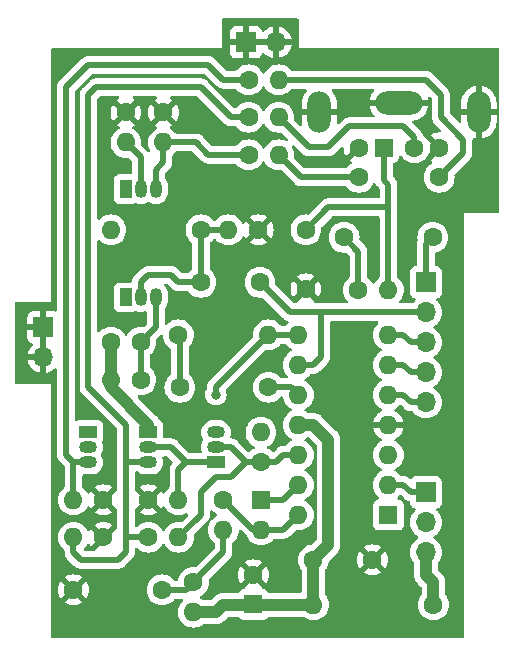
<source format=gbr>
%TF.GenerationSoftware,KiCad,Pcbnew,7.0.9-7.0.9~ubuntu22.04.1*%
%TF.CreationDate,2023-12-20T14:54:54+01:00*%
%TF.ProjectId,CoCo2VideoMod,436f436f-3256-4696-9465-6f4d6f642e6b,rev?*%
%TF.SameCoordinates,Original*%
%TF.FileFunction,Copper,L2,Bot*%
%TF.FilePolarity,Positive*%
%FSLAX46Y46*%
G04 Gerber Fmt 4.6, Leading zero omitted, Abs format (unit mm)*
G04 Created by KiCad (PCBNEW 7.0.9-7.0.9~ubuntu22.04.1) date 2023-12-20 14:54:54*
%MOMM*%
%LPD*%
G01*
G04 APERTURE LIST*
%TA.AperFunction,ComponentPad*%
%ADD10C,1.600000*%
%TD*%
%TA.AperFunction,ComponentPad*%
%ADD11O,1.600000X1.600000*%
%TD*%
%TA.AperFunction,ComponentPad*%
%ADD12R,1.700000X1.700000*%
%TD*%
%TA.AperFunction,ComponentPad*%
%ADD13O,1.700000X1.700000*%
%TD*%
%TA.AperFunction,ComponentPad*%
%ADD14R,1.600000X1.600000*%
%TD*%
%TA.AperFunction,ComponentPad*%
%ADD15R,1.500000X1.050000*%
%TD*%
%TA.AperFunction,ComponentPad*%
%ADD16O,1.500000X1.050000*%
%TD*%
%TA.AperFunction,ComponentPad*%
%ADD17R,1.050000X1.500000*%
%TD*%
%TA.AperFunction,ComponentPad*%
%ADD18O,1.050000X1.500000*%
%TD*%
%TA.AperFunction,ComponentPad*%
%ADD19O,2.000000X3.500000*%
%TD*%
%TA.AperFunction,ComponentPad*%
%ADD20O,4.000000X2.000000*%
%TD*%
%TA.AperFunction,ViaPad*%
%ADD21C,0.800000*%
%TD*%
%TA.AperFunction,Conductor*%
%ADD22C,1.000000*%
%TD*%
%TA.AperFunction,Conductor*%
%ADD23C,0.500000*%
%TD*%
%TA.AperFunction,Conductor*%
%ADD24C,0.750000*%
%TD*%
G04 APERTURE END LIST*
D10*
%TO.P,C7,1*%
%TO.N,Net-(C7-Pad1)*%
X224850000Y-66040000D03*
%TO.P,C7,2*%
%TO.N,/Audio in*%
X232350000Y-66040000D03*
%TD*%
%TO.P,R12,1*%
%TO.N,GND*%
X204470000Y-88265000D03*
D11*
%TO.P,R12,2*%
%TO.N,Net-(Q1-E)*%
X201930000Y-88265000D03*
%TD*%
D12*
%TO.P,J6,1,Pin_1*%
%TO.N,GND*%
X216530000Y-49530000D03*
D13*
%TO.P,J6,2,Pin_2*%
X219070000Y-49530000D03*
%TD*%
D10*
%TO.P,C1,1*%
%TO.N,+5V*%
X205125000Y-74930000D03*
%TO.P,C1,2*%
%TO.N,Net-(Q2-E)*%
X207625000Y-74930000D03*
%TD*%
D14*
%TO.P,C2,1*%
%TO.N,+5V*%
X217170000Y-97115000D03*
D10*
%TO.P,C2,2*%
%TO.N,GND*%
X217170000Y-94615000D03*
%TD*%
D14*
%TO.P,U1,1,CKo*%
%TO.N,unconnected-(U1-CKo-Pad1)*%
X228590000Y-89540000D03*
D11*
%TO.P,U1,2,CKi*%
%TO.N,/Clk 3.58 MHz*%
X228590000Y-87000000D03*
%TO.P,U1,3,Duty*%
%TO.N,unconnected-(U1-Duty-Pad3)*%
X228590000Y-84460000D03*
%TO.P,U1,4,GND*%
%TO.N,GND*%
X228590000Y-81920000D03*
%TO.P,U1,5,PHB*%
%TO.N,/Phase B*%
X228590000Y-79380000D03*
%TO.P,U1,6,Ref*%
%TO.N,/Color Ref*%
X228590000Y-76840000D03*
%TO.P,U1,7,PHA*%
%TO.N,/Phase A*%
X228590000Y-74300000D03*
%TO.P,U1,8,Co*%
%TO.N,Net-(Q1-B)*%
X220970000Y-74300000D03*
%TO.P,U1,9,Yi*%
%TO.N,/Luma*%
X220970000Y-76840000D03*
%TO.P,U1,10,Ci*%
%TO.N,Net-(U1-Ci)*%
X220970000Y-79380000D03*
%TO.P,U1,11,VCC*%
%TO.N,+5V*%
X220970000Y-81920000D03*
%TO.P,U1,12,RFo*%
%TO.N,Net-(Q4-B)*%
X220970000Y-84460000D03*
%TO.P,U1,13,-RFT*%
%TO.N,Net-(D1-K)*%
X220970000Y-87000000D03*
%TO.P,U1,14,+RFT*%
%TO.N,Net-(D1-A)*%
X220970000Y-89540000D03*
%TD*%
D10*
%TO.P,R15,1*%
%TO.N,GND*%
X206375000Y-55470000D03*
D11*
%TO.P,R15,2*%
%TO.N,Net-(Q2-C)*%
X206375000Y-58010000D03*
%TD*%
D10*
%TO.P,R17,1*%
%TO.N,Net-(C7-Pad1)*%
X226060000Y-70485000D03*
D11*
%TO.P,R17,2*%
%TO.N,/Audio out*%
X228600000Y-70485000D03*
%TD*%
D10*
%TO.P,L1,1,1*%
%TO.N,/+5V in*%
X232410000Y-97155000D03*
D11*
%TO.P,L1,2,2*%
%TO.N,+5V*%
X222250000Y-97155000D03*
%TD*%
D10*
%TO.P,R6,1*%
%TO.N,GND*%
X208280000Y-88265000D03*
D11*
%TO.P,R6,2*%
%TO.N,Net-(Q4-C)*%
X210820000Y-88265000D03*
%TD*%
D15*
%TO.P,Q4,1,C*%
%TO.N,Net-(Q4-C)*%
X213995000Y-85090000D03*
D16*
%TO.P,Q4,2,B*%
%TO.N,Net-(Q4-B)*%
X213995000Y-83820000D03*
%TO.P,Q4,3,E*%
%TO.N,+5V*%
X213995000Y-82550000D03*
%TD*%
D10*
%TO.P,R7,1*%
%TO.N,GND*%
X204470000Y-91440000D03*
D11*
%TO.P,R7,2*%
%TO.N,Net-(Q5-E)*%
X201930000Y-91440000D03*
%TD*%
D14*
%TO.P,D1,1,K*%
%TO.N,Net-(D1-K)*%
X217805000Y-88265000D03*
D11*
%TO.P,D1,2,A*%
%TO.N,Net-(D1-A)*%
X217805000Y-90805000D03*
%TD*%
D12*
%TO.P,J5,1,Pin_1*%
%TO.N,GND*%
X199390000Y-73655000D03*
D13*
%TO.P,J5,2,Pin_2*%
X199390000Y-76195000D03*
%TD*%
D15*
%TO.P,Q1,1,C*%
%TO.N,+5V*%
X203200000Y-82550000D03*
D16*
%TO.P,Q1,2,B*%
%TO.N,Net-(Q1-B)*%
X203200000Y-83820000D03*
%TO.P,Q1,3,E*%
%TO.N,Net-(Q1-E)*%
X203200000Y-85090000D03*
%TD*%
D10*
%TO.P,R2,1*%
%TO.N,Net-(Q5-E)*%
X208280000Y-91440000D03*
D11*
%TO.P,R2,2*%
%TO.N,Net-(Q4-B)*%
X210820000Y-91440000D03*
%TD*%
D15*
%TO.P,Q5,1,C*%
%TO.N,+5V*%
X208280000Y-82550000D03*
D16*
%TO.P,Q5,2,B*%
%TO.N,Net-(Q4-C)*%
X208280000Y-83820000D03*
%TO.P,Q5,3,E*%
%TO.N,Net-(Q5-E)*%
X208280000Y-85090000D03*
%TD*%
D10*
%TO.P,R9,1*%
%TO.N,Net-(Q2-B)*%
X212725000Y-65405000D03*
D11*
%TO.P,R9,2*%
%TO.N,+5V*%
X205105000Y-65405000D03*
%TD*%
D10*
%TO.P,R10,1*%
%TO.N,Net-(Q2-E)*%
X207645000Y-78105000D03*
D11*
%TO.P,R10,2*%
%TO.N,+5V*%
X205105000Y-78105000D03*
%TD*%
D10*
%TO.P,C5,1*%
%TO.N,Net-(C5-Pad1)*%
X210940000Y-78740000D03*
%TO.P,C5,2*%
%TO.N,Net-(U1-Ci)*%
X218440000Y-78740000D03*
%TD*%
%TO.P,R13,1*%
%TO.N,Net-(Q3-E)*%
X216760000Y-59055000D03*
D11*
%TO.P,R13,2*%
%TO.N,/Luma_out*%
X219300000Y-59055000D03*
%TD*%
D10*
%TO.P,C8,1*%
%TO.N,GND*%
X221615000Y-70405000D03*
%TO.P,C8,2*%
%TO.N,/Audio out*%
X221615000Y-65405000D03*
%TD*%
%TO.P,C4,1*%
%TO.N,GND*%
X201930000Y-95885000D03*
%TO.P,C4,2*%
%TO.N,Net-(C4-Pad2)*%
X209430000Y-95885000D03*
%TD*%
%TO.P,R14,1*%
%TO.N,GND*%
X217580000Y-65405000D03*
D11*
%TO.P,R14,2*%
%TO.N,Net-(Q2-B)*%
X215040000Y-65405000D03*
%TD*%
D10*
%TO.P,C3,1*%
%TO.N,+5V*%
X222250000Y-93345000D03*
%TO.P,C3,2*%
%TO.N,GND*%
X227250000Y-93345000D03*
%TD*%
D17*
%TO.P,Q2,1,C*%
%TO.N,Net-(Q2-C)*%
X206375000Y-71120000D03*
D18*
%TO.P,Q2,2,B*%
%TO.N,Net-(Q2-B)*%
X207645000Y-71120000D03*
%TO.P,Q2,3,E*%
%TO.N,Net-(Q2-E)*%
X208915000Y-71120000D03*
%TD*%
D12*
%TO.P,J1,1,Pin_1*%
%TO.N,/Audio in*%
X231775000Y-69850000D03*
D13*
%TO.P,J1,2,Pin_2*%
%TO.N,/Luma*%
X231775000Y-72390000D03*
%TO.P,J1,3,Pin_3*%
%TO.N,/Phase A*%
X231775000Y-74930000D03*
%TO.P,J1,4,Pin_4*%
%TO.N,/Color Ref*%
X231775000Y-77470000D03*
%TO.P,J1,5,Pin_5*%
%TO.N,/Phase B*%
X231775000Y-80010000D03*
%TD*%
D10*
%TO.P,R16,1*%
%TO.N,GND*%
X209550000Y-55470000D03*
D11*
%TO.P,R16,2*%
%TO.N,Net-(Q3-E)*%
X209550000Y-58010000D03*
%TD*%
D10*
%TO.P,C6,1*%
%TO.N,Net-(Q2-B)*%
X212725000Y-69850000D03*
%TO.P,C6,2*%
%TO.N,/Luma*%
X217725000Y-69850000D03*
%TD*%
D14*
%TO.P,J3,1,Pin_1*%
%TO.N,/Audio out*%
X228200000Y-58460000D03*
D10*
%TO.P,J3,2,Pin_2*%
%TO.N,/Composite_out*%
X230800000Y-58460000D03*
%TO.P,J3,3,Pin_3*%
%TO.N,GND*%
X226100000Y-58460000D03*
%TO.P,J3,4,Pin_4*%
X232900000Y-58460000D03*
%TO.P,J3,5,Pin_5*%
%TO.N,/Luma_out*%
X226100000Y-60960000D03*
%TO.P,J3,6,Pin_6*%
%TO.N,/Chroma_out*%
X232900000Y-60960000D03*
D19*
%TO.P,J3,7,Pin_7*%
%TO.N,GND*%
X236250000Y-55460000D03*
D20*
X229500000Y-54660000D03*
D19*
X222750000Y-55460000D03*
%TD*%
D10*
%TO.P,R3,1*%
%TO.N,Net-(C4-Pad2)*%
X212090000Y-95250000D03*
D11*
%TO.P,R3,2*%
%TO.N,+5V*%
X212090000Y-97790000D03*
%TD*%
D12*
%TO.P,J2,1,Pin_1*%
%TO.N,/Clk 3.58 MHz*%
X231775000Y-87630000D03*
D13*
%TO.P,J2,2,Pin_2*%
%TO.N,/Ch. Switch*%
X231775000Y-90170000D03*
%TO.P,J2,3,Pin_3*%
%TO.N,/+5V in*%
X231775000Y-92710000D03*
%TD*%
D17*
%TO.P,Q3,1,C*%
%TO.N,+5V*%
X206375000Y-61955000D03*
D18*
%TO.P,Q3,2,B*%
%TO.N,Net-(Q2-C)*%
X207645000Y-61955000D03*
%TO.P,Q3,3,E*%
%TO.N,Net-(Q3-E)*%
X208915000Y-61955000D03*
%TD*%
D10*
%TO.P,R5,1*%
%TO.N,Net-(Q5-E)*%
X216760000Y-55880000D03*
D11*
%TO.P,R5,2*%
%TO.N,/Composite_out*%
X219300000Y-55880000D03*
%TD*%
D10*
%TO.P,R1,1*%
%TO.N,Net-(Q4-B)*%
X217805000Y-85090000D03*
D11*
%TO.P,R1,2*%
%TO.N,+5V*%
X217805000Y-82550000D03*
%TD*%
D10*
%TO.P,R11,1*%
%TO.N,Net-(Q1-E)*%
X216760000Y-52705000D03*
D11*
%TO.P,R11,2*%
%TO.N,/Chroma_out*%
X219300000Y-52705000D03*
%TD*%
D10*
%TO.P,R4,1*%
%TO.N,Net-(D1-A)*%
X214630000Y-88265000D03*
D11*
%TO.P,R4,2*%
%TO.N,Net-(C4-Pad2)*%
X214630000Y-90805000D03*
%TD*%
D10*
%TO.P,R8,1*%
%TO.N,Net-(C5-Pad1)*%
X210820000Y-74295000D03*
D11*
%TO.P,R8,2*%
%TO.N,Net-(Q1-B)*%
X218440000Y-74295000D03*
%TD*%
D21*
%TO.N,Net-(Q1-B)*%
X213995000Y-79375000D03*
%TD*%
D22*
%TO.N,+5V*%
X205105000Y-78105000D02*
X205105000Y-74950000D01*
X222250000Y-97155000D02*
X222250000Y-93345000D01*
X214630000Y-97155000D02*
X217170000Y-97155000D01*
X205105000Y-74950000D02*
X205125000Y-74930000D01*
X223520000Y-92075000D02*
X222250000Y-93345000D01*
X212090000Y-97790000D02*
X213995000Y-97790000D01*
X213995000Y-97790000D02*
X214630000Y-97155000D01*
X205105000Y-78740000D02*
X205105000Y-78105000D01*
X220970000Y-81920000D02*
X222255000Y-81920000D01*
X208280000Y-81915000D02*
X205105000Y-78740000D01*
X217170000Y-97155000D02*
X222250000Y-97155000D01*
X222255000Y-81920000D02*
X223520000Y-83185000D01*
X208280000Y-82550000D02*
X208280000Y-81915000D01*
X223520000Y-83185000D02*
X223520000Y-92075000D01*
D23*
%TO.N,Net-(Q2-E)*%
X207625000Y-74930000D02*
X208915000Y-73640000D01*
X208915000Y-73640000D02*
X208915000Y-71120000D01*
X207645000Y-78105000D02*
X207645000Y-74950000D01*
X207645000Y-74950000D02*
X207625000Y-74930000D01*
%TO.N,GND*%
X230800000Y-54905000D02*
X230800000Y-54350000D01*
%TO.N,Net-(C4-Pad2)*%
X212090000Y-95250000D02*
X214630000Y-92710000D01*
X211455000Y-95885000D02*
X212090000Y-95250000D01*
X214630000Y-92710000D02*
X214630000Y-90805000D01*
X209430000Y-95885000D02*
X211455000Y-95885000D01*
%TO.N,Net-(C5-Pad1)*%
X210940000Y-74415000D02*
X210820000Y-74295000D01*
X210820000Y-78620000D02*
X210940000Y-78740000D01*
X210940000Y-78740000D02*
X210940000Y-74415000D01*
%TO.N,Net-(U1-Ci)*%
X220330000Y-78740000D02*
X220970000Y-79380000D01*
X218440000Y-78740000D02*
X220330000Y-78740000D01*
%TO.N,Net-(Q2-B)*%
X212725000Y-69850000D02*
X210820000Y-69850000D01*
X212725000Y-65405000D02*
X215040000Y-65405000D01*
X207645000Y-71120000D02*
X207645000Y-69850000D01*
X210820000Y-69850000D02*
X210185000Y-69215000D01*
X210185000Y-69215000D02*
X208280000Y-69215000D01*
X207645000Y-69850000D02*
X208280000Y-69215000D01*
X212725000Y-69850000D02*
X212725000Y-65405000D01*
%TO.N,/Luma*%
X222885000Y-72390000D02*
X232000000Y-72390000D01*
X222885000Y-76200000D02*
X222885000Y-72390000D01*
X220265000Y-72390000D02*
X222885000Y-72390000D01*
X222245000Y-76840000D02*
X222885000Y-76200000D01*
X217725000Y-69850000D02*
X220265000Y-72390000D01*
X220970000Y-76840000D02*
X222245000Y-76840000D01*
%TO.N,Net-(C7-Pad1)*%
X226060000Y-67250000D02*
X224850000Y-66040000D01*
X226060000Y-70485000D02*
X226060000Y-67250000D01*
%TO.N,/Audio in*%
X231775000Y-69850000D02*
X231775000Y-66615000D01*
X231775000Y-66615000D02*
X232350000Y-66040000D01*
%TO.N,/Audio out*%
X228600000Y-61595000D02*
X228200000Y-61195000D01*
X223520000Y-63500000D02*
X221615000Y-65405000D01*
X228200000Y-61195000D02*
X228200000Y-58460000D01*
X228600000Y-63500000D02*
X228600000Y-61595000D01*
X228600000Y-70485000D02*
X228600000Y-63500000D01*
X228600000Y-63500000D02*
X223520000Y-63500000D01*
%TO.N,Net-(D1-K)*%
X217805000Y-88265000D02*
X219705000Y-88265000D01*
X219705000Y-88265000D02*
X220970000Y-87000000D01*
%TO.N,Net-(D1-A)*%
X219705000Y-90805000D02*
X220970000Y-89540000D01*
X217805000Y-90805000D02*
X217170000Y-90805000D01*
X217805000Y-90805000D02*
X219705000Y-90805000D01*
X217170000Y-90805000D02*
X214630000Y-88265000D01*
%TO.N,/Phase A*%
X229870000Y-74295000D02*
X230505000Y-74930000D01*
X229865000Y-74300000D02*
X229870000Y-74295000D01*
X230505000Y-74930000D02*
X232000000Y-74930000D01*
X228590000Y-74300000D02*
X229865000Y-74300000D01*
%TO.N,/Color Ref*%
X229865000Y-76840000D02*
X229870000Y-76835000D01*
X228590000Y-76840000D02*
X229865000Y-76840000D01*
X229870000Y-76835000D02*
X230505000Y-77470000D01*
X230505000Y-77470000D02*
X232000000Y-77470000D01*
%TO.N,/Phase B*%
X229870000Y-79375000D02*
X230505000Y-80010000D01*
D24*
X231995000Y-80015000D02*
X232000000Y-80010000D01*
D23*
X230505000Y-80010000D02*
X232000000Y-80010000D01*
X228590000Y-79380000D02*
X229865000Y-79380000D01*
X229865000Y-79380000D02*
X229870000Y-79375000D01*
%TO.N,/Clk 3.58 MHz*%
X228590000Y-87000000D02*
X229865000Y-87000000D01*
X230505000Y-87630000D02*
X232000000Y-87630000D01*
X229870000Y-86995000D02*
X230505000Y-87630000D01*
X229865000Y-87000000D02*
X229870000Y-86995000D01*
D22*
%TO.N,/+5V in*%
X231775000Y-94615000D02*
X231775000Y-92710000D01*
X232410000Y-97155000D02*
X232410000Y-95250000D01*
X232410000Y-95250000D02*
X231775000Y-94615000D01*
D23*
%TO.N,/Composite_out*%
X225298000Y-56642000D02*
X229870000Y-56642000D01*
X219300000Y-55880000D02*
X221840000Y-58420000D01*
X221840000Y-58420000D02*
X223520000Y-58420000D01*
X229870000Y-56642000D02*
X230800000Y-57572000D01*
X230800000Y-57572000D02*
X230800000Y-58460000D01*
X223520000Y-58420000D02*
X225298000Y-56642000D01*
%TO.N,/Luma_out*%
X221205000Y-60960000D02*
X219300000Y-59055000D01*
X226100000Y-60960000D02*
X221205000Y-60960000D01*
%TO.N,Net-(Q1-B)*%
X213995000Y-79375000D02*
X213995000Y-78740000D01*
X213995000Y-78740000D02*
X218440000Y-74295000D01*
X218440000Y-74295000D02*
X220965000Y-74295000D01*
X220965000Y-74295000D02*
X220970000Y-74300000D01*
%TO.N,Net-(Q1-E)*%
X214630000Y-52705000D02*
X216760000Y-52705000D01*
X201930000Y-85090000D02*
X201930000Y-88265000D01*
X213360000Y-51435000D02*
X214630000Y-52705000D01*
X201295000Y-53340000D02*
X203200000Y-51435000D01*
X203200000Y-51435000D02*
X213360000Y-51435000D01*
X201295000Y-84455000D02*
X201295000Y-53340000D01*
X201930000Y-85090000D02*
X201295000Y-84455000D01*
X203200000Y-85090000D02*
X201930000Y-85090000D01*
%TO.N,Net-(Q2-C)*%
X207645000Y-59280000D02*
X206375000Y-58010000D01*
X207645000Y-61955000D02*
X207645000Y-59280000D01*
%TO.N,Net-(Q3-E)*%
X208915000Y-60325000D02*
X209550000Y-59690000D01*
X208915000Y-61955000D02*
X208915000Y-60325000D01*
X212315000Y-58010000D02*
X213360000Y-59055000D01*
X209550000Y-58010000D02*
X212315000Y-58010000D01*
X209550000Y-59690000D02*
X209550000Y-58010000D01*
X213360000Y-59055000D02*
X216760000Y-59055000D01*
%TO.N,Net-(Q4-C)*%
X208280000Y-83820000D02*
X210185000Y-83820000D01*
X210820000Y-85725000D02*
X211455000Y-85090000D01*
X210185000Y-83820000D02*
X211455000Y-85090000D01*
X210820000Y-88265000D02*
X210820000Y-85725000D01*
X211455000Y-85090000D02*
X213995000Y-85090000D01*
%TO.N,Net-(Q4-B)*%
X212725000Y-89535000D02*
X212725000Y-87630000D01*
X217810000Y-85095000D02*
X217805000Y-85090000D01*
X213995000Y-86360000D02*
X215265000Y-86360000D01*
X215265000Y-86360000D02*
X216535000Y-85090000D01*
X217805000Y-85090000D02*
X216535000Y-85090000D01*
X212725000Y-87630000D02*
X213995000Y-86360000D01*
X217805000Y-85090000D02*
X219075000Y-85090000D01*
X219710000Y-84455000D02*
X219715000Y-84460000D01*
X215265000Y-83820000D02*
X213995000Y-83820000D01*
X210820000Y-91440000D02*
X212725000Y-89535000D01*
X216535000Y-85090000D02*
X215265000Y-83820000D01*
X219075000Y-85090000D02*
X219710000Y-84455000D01*
X219715000Y-84460000D02*
X220970000Y-84460000D01*
%TO.N,Net-(Q5-E)*%
X205740000Y-93345000D02*
X206375000Y-92710000D01*
X203200000Y-53975000D02*
X203835000Y-53340000D01*
X212725000Y-53340000D02*
X215265000Y-55880000D01*
X215265000Y-55880000D02*
X216760000Y-55880000D01*
X203835000Y-53340000D02*
X212725000Y-53340000D01*
X201930000Y-92710000D02*
X202565000Y-93345000D01*
X203200000Y-78740000D02*
X203200000Y-53975000D01*
X201930000Y-91440000D02*
X201930000Y-92710000D01*
X206375000Y-81915000D02*
X206375000Y-92710000D01*
X206375000Y-91440000D02*
X208280000Y-91440000D01*
X206375000Y-81915000D02*
X203200000Y-78740000D01*
X202565000Y-93345000D02*
X205740000Y-93345000D01*
X206375000Y-85090000D02*
X208280000Y-85090000D01*
%TO.N,/Chroma_out*%
X232900000Y-60960000D02*
X234950000Y-58910000D01*
X234950000Y-58910000D02*
X234950000Y-57785000D01*
X233045000Y-55880000D02*
X233045000Y-53975000D01*
X233045000Y-53975000D02*
X231775000Y-52705000D01*
X231775000Y-52705000D02*
X219300000Y-52705000D01*
X234950000Y-57785000D02*
X233045000Y-55880000D01*
%TD*%
%TA.AperFunction,Conductor*%
%TO.N,GND*%
G36*
X221876106Y-82961647D02*
G01*
X221900937Y-82980858D01*
X222483181Y-83563101D01*
X222516666Y-83624424D01*
X222519500Y-83650782D01*
X222519500Y-84409232D01*
X222504103Y-84461667D01*
X222517069Y-84486335D01*
X222519500Y-84510767D01*
X222519500Y-86949232D01*
X222504103Y-87001667D01*
X222517069Y-87026335D01*
X222519500Y-87050767D01*
X222519500Y-89489232D01*
X222504103Y-89541667D01*
X222517069Y-89566335D01*
X222519500Y-89590767D01*
X222519500Y-91609216D01*
X222499815Y-91676255D01*
X222483181Y-91696897D01*
X222161966Y-92018111D01*
X222100643Y-92051596D01*
X222085095Y-92053958D01*
X222023307Y-92059365D01*
X221803511Y-92118258D01*
X221803502Y-92118261D01*
X221597267Y-92214431D01*
X221597265Y-92214432D01*
X221410858Y-92344954D01*
X221249954Y-92505858D01*
X221119432Y-92692265D01*
X221119431Y-92692267D01*
X221023261Y-92898502D01*
X221023258Y-92898511D01*
X220964366Y-93118302D01*
X220964364Y-93118313D01*
X220944532Y-93344998D01*
X220944532Y-93345001D01*
X220964364Y-93571686D01*
X220964366Y-93571697D01*
X221023258Y-93791488D01*
X221023261Y-93791497D01*
X221103008Y-93962513D01*
X221119432Y-93997734D01*
X221225501Y-94149218D01*
X221227075Y-94151465D01*
X221249402Y-94217671D01*
X221249500Y-94222588D01*
X221249500Y-96030500D01*
X221229815Y-96097539D01*
X221177011Y-96143294D01*
X221125500Y-96154500D01*
X218530413Y-96154500D01*
X218463374Y-96134815D01*
X218417619Y-96082011D01*
X218414233Y-96073838D01*
X218413799Y-96072674D01*
X218413793Y-96072664D01*
X218327547Y-95957455D01*
X218327544Y-95957452D01*
X218212335Y-95871206D01*
X218212328Y-95871202D01*
X218077482Y-95820908D01*
X218077483Y-95820908D01*
X218017883Y-95814501D01*
X218017881Y-95814500D01*
X218017873Y-95814500D01*
X218017864Y-95814500D01*
X218014548Y-95814322D01*
X218014627Y-95812847D01*
X217953215Y-95794815D01*
X217907460Y-95742011D01*
X217899969Y-95698522D01*
X217214401Y-95012953D01*
X217295148Y-95000165D01*
X217408045Y-94942641D01*
X217497641Y-94853045D01*
X217555165Y-94740148D01*
X217567953Y-94659400D01*
X218249025Y-95340472D01*
X218300136Y-95267478D01*
X218396264Y-95061331D01*
X218396269Y-95061317D01*
X218455139Y-94841610D01*
X218455141Y-94841599D01*
X218474966Y-94615002D01*
X218474966Y-94614997D01*
X218455141Y-94388400D01*
X218455139Y-94388389D01*
X218396269Y-94168682D01*
X218396265Y-94168673D01*
X218300133Y-93962516D01*
X218300131Y-93962512D01*
X218249026Y-93889526D01*
X218249025Y-93889526D01*
X217567953Y-94570598D01*
X217555165Y-94489852D01*
X217497641Y-94376955D01*
X217408045Y-94287359D01*
X217295148Y-94229835D01*
X217214400Y-94217046D01*
X217895472Y-93535974D01*
X217895471Y-93535973D01*
X217822483Y-93484866D01*
X217822481Y-93484865D01*
X217616326Y-93388734D01*
X217616317Y-93388730D01*
X217396610Y-93329860D01*
X217396599Y-93329858D01*
X217170002Y-93310034D01*
X217169998Y-93310034D01*
X216943400Y-93329858D01*
X216943389Y-93329860D01*
X216723682Y-93388730D01*
X216723673Y-93388734D01*
X216517513Y-93484868D01*
X216444527Y-93535972D01*
X216444526Y-93535973D01*
X217125600Y-94217046D01*
X217044852Y-94229835D01*
X216931955Y-94287359D01*
X216842359Y-94376955D01*
X216784835Y-94489852D01*
X216772046Y-94570599D01*
X216090973Y-93889526D01*
X216090972Y-93889527D01*
X216039868Y-93962513D01*
X215943734Y-94168673D01*
X215943730Y-94168682D01*
X215884860Y-94388389D01*
X215884858Y-94388400D01*
X215865034Y-94614997D01*
X215865034Y-94615002D01*
X215884858Y-94841599D01*
X215884860Y-94841610D01*
X215943730Y-95061317D01*
X215943734Y-95061326D01*
X216039865Y-95267481D01*
X216039866Y-95267483D01*
X216090973Y-95340471D01*
X216090974Y-95340472D01*
X216772046Y-94659399D01*
X216784835Y-94740148D01*
X216842359Y-94853045D01*
X216931955Y-94942641D01*
X217044852Y-95000165D01*
X217125599Y-95012953D01*
X216439351Y-95699200D01*
X216429505Y-95748194D01*
X216380889Y-95798376D01*
X216325367Y-95813048D01*
X216325423Y-95814099D01*
X216325429Y-95814146D01*
X216325426Y-95814146D01*
X216325436Y-95814324D01*
X216322123Y-95814501D01*
X216262516Y-95820908D01*
X216127671Y-95871202D01*
X216127664Y-95871206D01*
X216012455Y-95957452D01*
X216012452Y-95957455D01*
X215926206Y-96072664D01*
X215926200Y-96072674D01*
X215925767Y-96073838D01*
X215925023Y-96074831D01*
X215921953Y-96080454D01*
X215921144Y-96080012D01*
X215883894Y-96129770D01*
X215818429Y-96154184D01*
X215809587Y-96154500D01*
X214642717Y-96154500D01*
X214553637Y-96152243D01*
X214553628Y-96152243D01*
X214493260Y-96163064D01*
X214488595Y-96163718D01*
X214427563Y-96169925D01*
X214427555Y-96169927D01*
X214394781Y-96180210D01*
X214387154Y-96182082D01*
X214353350Y-96188141D01*
X214296384Y-96210894D01*
X214291948Y-96212473D01*
X214233414Y-96230840D01*
X214233412Y-96230841D01*
X214203385Y-96247506D01*
X214196293Y-96250874D01*
X214164383Y-96263621D01*
X214113154Y-96297383D01*
X214109126Y-96299824D01*
X214055502Y-96329588D01*
X214055499Y-96329590D01*
X214029427Y-96351970D01*
X214023160Y-96356695D01*
X213994482Y-96375598D01*
X213994475Y-96375603D01*
X213951116Y-96418962D01*
X213947661Y-96422164D01*
X213901106Y-96462132D01*
X213901104Y-96462134D01*
X213880076Y-96489299D01*
X213874884Y-96495194D01*
X213616897Y-96753182D01*
X213555577Y-96786666D01*
X213529218Y-96789500D01*
X212967588Y-96789500D01*
X212900549Y-96769815D01*
X212896465Y-96767075D01*
X212876622Y-96753181D01*
X212742734Y-96659432D01*
X212733626Y-96655185D01*
X212684725Y-96632382D01*
X212632285Y-96586210D01*
X212613133Y-96519017D01*
X212633348Y-96452135D01*
X212684725Y-96407618D01*
X212742734Y-96380568D01*
X212929139Y-96250047D01*
X213090047Y-96089139D01*
X213220568Y-95902734D01*
X213316739Y-95696496D01*
X213375635Y-95476692D01*
X213395468Y-95250000D01*
X213380869Y-95083137D01*
X213394635Y-95014639D01*
X213416713Y-94984653D01*
X215115638Y-93285727D01*
X215129267Y-93273950D01*
X215129274Y-93273945D01*
X215148530Y-93259610D01*
X215148532Y-93259606D01*
X215148534Y-93259606D01*
X215181890Y-93219852D01*
X215182113Y-93219585D01*
X215185767Y-93215599D01*
X215185772Y-93215594D01*
X215191590Y-93209777D01*
X215211923Y-93184060D01*
X215261302Y-93125214D01*
X215261309Y-93125198D01*
X215265272Y-93119176D01*
X215265324Y-93119210D01*
X215269371Y-93112858D01*
X215269317Y-93112825D01*
X215273104Y-93106684D01*
X215273110Y-93106677D01*
X215284846Y-93081508D01*
X215305561Y-93037086D01*
X215340036Y-92968440D01*
X215340040Y-92968433D01*
X215340042Y-92968421D01*
X215342510Y-92961644D01*
X215342568Y-92961665D01*
X215345043Y-92954546D01*
X215344985Y-92954527D01*
X215347256Y-92947672D01*
X215347723Y-92945413D01*
X215362784Y-92872467D01*
X215380500Y-92797721D01*
X215380500Y-92797719D01*
X215381339Y-92790548D01*
X215381397Y-92790554D01*
X215382164Y-92783056D01*
X215382104Y-92783051D01*
X215382733Y-92775860D01*
X215380500Y-92699103D01*
X215380500Y-91931662D01*
X215400185Y-91864623D01*
X215433379Y-91830086D01*
X215469140Y-91805046D01*
X215630045Y-91644141D01*
X215630047Y-91644139D01*
X215760568Y-91457734D01*
X215856739Y-91251496D01*
X215915635Y-91031692D01*
X215926223Y-90910669D01*
X215951674Y-90845604D01*
X216008265Y-90804625D01*
X216078026Y-90800746D01*
X216137431Y-90833798D01*
X216583010Y-91279377D01*
X216607711Y-91314653D01*
X216674430Y-91457731D01*
X216804954Y-91644141D01*
X216965858Y-91805045D01*
X216965861Y-91805047D01*
X217152266Y-91935568D01*
X217358504Y-92031739D01*
X217358509Y-92031740D01*
X217358511Y-92031741D01*
X217411415Y-92045916D01*
X217578308Y-92090635D01*
X217740230Y-92104801D01*
X217804998Y-92110468D01*
X217805000Y-92110468D01*
X217805002Y-92110468D01*
X217861673Y-92105509D01*
X218031692Y-92090635D01*
X218251496Y-92031739D01*
X218457734Y-91935568D01*
X218644139Y-91805047D01*
X218805047Y-91644139D01*
X218819232Y-91623880D01*
X218830088Y-91608377D01*
X218884665Y-91564752D01*
X218931663Y-91555500D01*
X219641295Y-91555500D01*
X219659265Y-91556809D01*
X219683023Y-91560289D01*
X219735068Y-91555735D01*
X219740470Y-91555500D01*
X219748704Y-91555500D01*
X219748709Y-91555500D01*
X219760327Y-91554141D01*
X219781276Y-91551693D01*
X219794028Y-91550577D01*
X219857797Y-91544999D01*
X219857805Y-91544996D01*
X219864866Y-91543539D01*
X219864878Y-91543598D01*
X219872243Y-91541965D01*
X219872229Y-91541906D01*
X219879246Y-91540241D01*
X219879255Y-91540241D01*
X219951423Y-91513974D01*
X220024334Y-91489814D01*
X220024343Y-91489807D01*
X220030882Y-91486760D01*
X220030908Y-91486816D01*
X220037690Y-91483532D01*
X220037663Y-91483478D01*
X220044106Y-91480240D01*
X220044117Y-91480237D01*
X220108283Y-91438034D01*
X220173656Y-91397712D01*
X220173662Y-91397705D01*
X220179325Y-91393229D01*
X220179362Y-91393277D01*
X220185204Y-91388518D01*
X220185164Y-91388471D01*
X220190686Y-91383836D01*
X220190696Y-91383830D01*
X220212398Y-91360825D01*
X220243386Y-91327982D01*
X220577865Y-90993502D01*
X220704652Y-90866714D01*
X220765973Y-90833231D01*
X220803135Y-90830869D01*
X220946366Y-90843400D01*
X220969999Y-90845468D01*
X220970000Y-90845468D01*
X220970002Y-90845468D01*
X221026807Y-90840498D01*
X221196692Y-90825635D01*
X221416496Y-90766739D01*
X221622734Y-90670568D01*
X221809139Y-90540047D01*
X221970047Y-90379139D01*
X222100568Y-90192734D01*
X222196739Y-89986496D01*
X222255635Y-89766692D01*
X222271972Y-89579960D01*
X222287260Y-89540874D01*
X222276523Y-89524167D01*
X222271972Y-89500039D01*
X222265192Y-89422544D01*
X222255635Y-89313308D01*
X222205512Y-89126246D01*
X222196741Y-89093511D01*
X222196738Y-89093502D01*
X222100568Y-88887266D01*
X221970047Y-88700861D01*
X221970045Y-88700858D01*
X221809141Y-88539954D01*
X221622734Y-88409432D01*
X221622728Y-88409429D01*
X221585602Y-88392117D01*
X221564724Y-88382381D01*
X221512285Y-88336210D01*
X221493133Y-88269017D01*
X221513348Y-88202135D01*
X221564725Y-88157618D01*
X221622734Y-88130568D01*
X221809139Y-88000047D01*
X221970047Y-87839139D01*
X222100568Y-87652734D01*
X222196739Y-87446496D01*
X222255635Y-87226692D01*
X222271810Y-87041816D01*
X222271972Y-87039960D01*
X222287260Y-87000874D01*
X222276523Y-86984167D01*
X222271972Y-86960039D01*
X222255635Y-86773313D01*
X222255635Y-86773308D01*
X222196739Y-86553504D01*
X222100568Y-86347266D01*
X221970047Y-86160861D01*
X221970045Y-86160858D01*
X221809141Y-85999954D01*
X221622734Y-85869432D01*
X221622728Y-85869429D01*
X221580530Y-85849752D01*
X221564724Y-85842381D01*
X221512285Y-85796210D01*
X221493133Y-85729017D01*
X221513348Y-85662135D01*
X221564725Y-85617618D01*
X221622734Y-85590568D01*
X221809139Y-85460047D01*
X221970047Y-85299139D01*
X222100568Y-85112734D01*
X222196739Y-84906496D01*
X222255635Y-84686692D01*
X222271972Y-84499960D01*
X222287260Y-84460874D01*
X222276523Y-84444167D01*
X222271972Y-84420039D01*
X222268054Y-84375262D01*
X222255635Y-84233308D01*
X222196739Y-84013504D01*
X222100568Y-83807266D01*
X221970047Y-83620861D01*
X221970045Y-83620858D01*
X221809141Y-83459954D01*
X221622734Y-83329432D01*
X221622728Y-83329429D01*
X221564725Y-83302382D01*
X221512285Y-83256210D01*
X221493133Y-83189017D01*
X221513348Y-83122135D01*
X221564725Y-83077618D01*
X221582134Y-83069500D01*
X221622734Y-83050568D01*
X221742134Y-82966963D01*
X221808339Y-82944637D01*
X221876106Y-82961647D01*
G37*
%TD.AperFunction*%
%TA.AperFunction,Conductor*%
G36*
X204084835Y-91565148D02*
G01*
X204142359Y-91678045D01*
X204231955Y-91767641D01*
X204344852Y-91825165D01*
X204425599Y-91837953D01*
X203705371Y-92558181D01*
X203644048Y-92591666D01*
X203617690Y-92594500D01*
X202927230Y-92594500D01*
X202860191Y-92574815D01*
X202839549Y-92558181D01*
X202832958Y-92551590D01*
X202799473Y-92490267D01*
X202804457Y-92420575D01*
X202832956Y-92376229D01*
X202930047Y-92279139D01*
X203060568Y-92092734D01*
X203087895Y-92034129D01*
X203134064Y-91981695D01*
X203201257Y-91962542D01*
X203268139Y-91982757D01*
X203312657Y-92034133D01*
X203339865Y-92092481D01*
X203339866Y-92092483D01*
X203390973Y-92165471D01*
X203390974Y-92165472D01*
X204072046Y-91484399D01*
X204084835Y-91565148D01*
G37*
%TD.AperFunction*%
%TA.AperFunction,Conductor*%
G36*
X207894835Y-88390148D02*
G01*
X207952359Y-88503045D01*
X208041955Y-88592641D01*
X208154852Y-88650165D01*
X208235599Y-88662953D01*
X207554526Y-89344025D01*
X207554526Y-89344026D01*
X207627512Y-89395131D01*
X207627516Y-89395133D01*
X207833673Y-89491265D01*
X207833682Y-89491269D01*
X208053389Y-89550139D01*
X208053400Y-89550141D01*
X208279998Y-89569966D01*
X208280002Y-89569966D01*
X208506599Y-89550141D01*
X208506610Y-89550139D01*
X208726317Y-89491269D01*
X208726331Y-89491264D01*
X208932478Y-89395136D01*
X209005472Y-89344025D01*
X208324401Y-88662953D01*
X208405148Y-88650165D01*
X208518045Y-88592641D01*
X208607641Y-88503045D01*
X208665165Y-88390148D01*
X208677953Y-88309400D01*
X209359025Y-88990472D01*
X209410133Y-88917482D01*
X209437341Y-88859135D01*
X209483513Y-88806696D01*
X209550707Y-88787543D01*
X209617588Y-88807758D01*
X209662105Y-88859132D01*
X209689432Y-88917734D01*
X209727996Y-88972810D01*
X209819954Y-89104141D01*
X209980858Y-89265045D01*
X209980861Y-89265047D01*
X210167266Y-89395568D01*
X210373504Y-89491739D01*
X210373509Y-89491740D01*
X210373511Y-89491741D01*
X210375116Y-89492171D01*
X210593308Y-89550635D01*
X210733052Y-89562861D01*
X210819998Y-89570468D01*
X210820000Y-89570468D01*
X210820002Y-89570468D01*
X210876796Y-89565499D01*
X211046692Y-89550635D01*
X211266496Y-89491739D01*
X211454337Y-89404146D01*
X211523412Y-89393655D01*
X211587196Y-89422174D01*
X211625436Y-89480651D01*
X211625991Y-89550518D01*
X211594421Y-89604210D01*
X211085348Y-90113282D01*
X211024025Y-90146767D01*
X210986861Y-90149129D01*
X210820003Y-90134532D01*
X210819998Y-90134532D01*
X210593313Y-90154364D01*
X210593302Y-90154366D01*
X210373511Y-90213258D01*
X210373502Y-90213261D01*
X210167267Y-90309431D01*
X210167265Y-90309432D01*
X209980858Y-90439954D01*
X209819954Y-90600858D01*
X209689432Y-90787265D01*
X209689431Y-90787267D01*
X209683146Y-90800746D01*
X209664609Y-90840500D01*
X209662382Y-90845275D01*
X209616209Y-90897714D01*
X209549016Y-90916866D01*
X209482135Y-90896650D01*
X209437618Y-90845275D01*
X209410568Y-90787266D01*
X209280047Y-90600861D01*
X209280045Y-90600858D01*
X209119141Y-90439954D01*
X208932734Y-90309432D01*
X208932732Y-90309431D01*
X208726497Y-90213261D01*
X208726488Y-90213258D01*
X208506697Y-90154366D01*
X208506693Y-90154365D01*
X208506692Y-90154365D01*
X208506691Y-90154364D01*
X208506686Y-90154364D01*
X208280002Y-90134532D01*
X208279998Y-90134532D01*
X208053313Y-90154364D01*
X208053302Y-90154366D01*
X207833511Y-90213258D01*
X207833502Y-90213261D01*
X207627267Y-90309431D01*
X207627265Y-90309432D01*
X207440858Y-90439954D01*
X207337181Y-90543632D01*
X207275858Y-90577117D01*
X207206166Y-90572133D01*
X207150233Y-90530261D01*
X207125816Y-90464797D01*
X207125500Y-90455951D01*
X207125500Y-89117308D01*
X207145185Y-89050269D01*
X207161819Y-89029627D01*
X207882046Y-88309399D01*
X207894835Y-88390148D01*
G37*
%TD.AperFunction*%
%TA.AperFunction,Conductor*%
G36*
X213064809Y-52205185D02*
G01*
X213085451Y-52221819D01*
X214054267Y-53190634D01*
X214066048Y-53204266D01*
X214080390Y-53223530D01*
X214120420Y-53257119D01*
X214124392Y-53260759D01*
X214130223Y-53266590D01*
X214130222Y-53266590D01*
X214155944Y-53286927D01*
X214214786Y-53336302D01*
X214214794Y-53336306D01*
X214220824Y-53340273D01*
X214220790Y-53340323D01*
X214227137Y-53344366D01*
X214227169Y-53344316D01*
X214233318Y-53348108D01*
X214233320Y-53348109D01*
X214233323Y-53348111D01*
X214302930Y-53380569D01*
X214371567Y-53415040D01*
X214371576Y-53415042D01*
X214378355Y-53417510D01*
X214378334Y-53417567D01*
X214385451Y-53420040D01*
X214385470Y-53419984D01*
X214392330Y-53422257D01*
X214461865Y-53436614D01*
X214467532Y-53437784D01*
X214542279Y-53455500D01*
X214542288Y-53455500D01*
X214549452Y-53456338D01*
X214549445Y-53456397D01*
X214556946Y-53457163D01*
X214556952Y-53457104D01*
X214564140Y-53457733D01*
X214564143Y-53457732D01*
X214564144Y-53457733D01*
X214640898Y-53455500D01*
X215633337Y-53455500D01*
X215700376Y-53475185D01*
X215734912Y-53508377D01*
X215759954Y-53544141D01*
X215920858Y-53705045D01*
X215920861Y-53705047D01*
X216107266Y-53835568D01*
X216313504Y-53931739D01*
X216533308Y-53990635D01*
X216695230Y-54004801D01*
X216759998Y-54010468D01*
X216760000Y-54010468D01*
X216760002Y-54010468D01*
X216816673Y-54005509D01*
X216986692Y-53990635D01*
X217206496Y-53931739D01*
X217412734Y-53835568D01*
X217599139Y-53705047D01*
X217760047Y-53544139D01*
X217890568Y-53357734D01*
X217917618Y-53299724D01*
X217963790Y-53247285D01*
X218030983Y-53228133D01*
X218097865Y-53248348D01*
X218142382Y-53299725D01*
X218169429Y-53357728D01*
X218169432Y-53357734D01*
X218299954Y-53544141D01*
X218460858Y-53705045D01*
X218460861Y-53705047D01*
X218647266Y-53835568D01*
X218853504Y-53931739D01*
X219073308Y-53990635D01*
X219235230Y-54004801D01*
X219299998Y-54010468D01*
X219300000Y-54010468D01*
X219300002Y-54010468D01*
X219356673Y-54005509D01*
X219526692Y-53990635D01*
X219746496Y-53931739D01*
X219952734Y-53835568D01*
X220139139Y-53705047D01*
X220300047Y-53544139D01*
X220325088Y-53508377D01*
X220379665Y-53464752D01*
X220426663Y-53455500D01*
X221583349Y-53455500D01*
X221650388Y-53475185D01*
X221696143Y-53527989D01*
X221706087Y-53597147D01*
X221677062Y-53660703D01*
X221674578Y-53663483D01*
X221562232Y-53785521D01*
X221426267Y-53993632D01*
X221326412Y-54221282D01*
X221265387Y-54462261D01*
X221265385Y-54462269D01*
X221250000Y-54647959D01*
X221250000Y-55210000D01*
X222250000Y-55210000D01*
X222250000Y-55710000D01*
X221250000Y-55710000D01*
X221250000Y-56272041D01*
X221265385Y-56457730D01*
X221265388Y-56457747D01*
X221265480Y-56458108D01*
X221265474Y-56458260D01*
X221266232Y-56462802D01*
X221265297Y-56462957D01*
X221262852Y-56527929D01*
X221222893Y-56585244D01*
X221158291Y-56611858D01*
X221089555Y-56599320D01*
X221057592Y-56576224D01*
X220626716Y-56145348D01*
X220593231Y-56084025D01*
X220590869Y-56046863D01*
X220605468Y-55880000D01*
X220603545Y-55858025D01*
X220598998Y-55806049D01*
X220585635Y-55653308D01*
X220526739Y-55433504D01*
X220430568Y-55227266D01*
X220300047Y-55040861D01*
X220300045Y-55040858D01*
X220139141Y-54879954D01*
X219952734Y-54749432D01*
X219952732Y-54749431D01*
X219746497Y-54653261D01*
X219746488Y-54653258D01*
X219526697Y-54594366D01*
X219526693Y-54594365D01*
X219526692Y-54594365D01*
X219526691Y-54594364D01*
X219526686Y-54594364D01*
X219300002Y-54574532D01*
X219299998Y-54574532D01*
X219073313Y-54594364D01*
X219073302Y-54594366D01*
X218853511Y-54653258D01*
X218853502Y-54653261D01*
X218647267Y-54749431D01*
X218647265Y-54749432D01*
X218460858Y-54879954D01*
X218299954Y-55040858D01*
X218169432Y-55227265D01*
X218169431Y-55227267D01*
X218142382Y-55285275D01*
X218096209Y-55337714D01*
X218029016Y-55356866D01*
X217962135Y-55336650D01*
X217917618Y-55285275D01*
X217890568Y-55227266D01*
X217760047Y-55040861D01*
X217760045Y-55040858D01*
X217599141Y-54879954D01*
X217412734Y-54749432D01*
X217412732Y-54749431D01*
X217206497Y-54653261D01*
X217206488Y-54653258D01*
X216986697Y-54594366D01*
X216986693Y-54594365D01*
X216986692Y-54594365D01*
X216986691Y-54594364D01*
X216986686Y-54594364D01*
X216760002Y-54574532D01*
X216759998Y-54574532D01*
X216533313Y-54594364D01*
X216533302Y-54594366D01*
X216313511Y-54653258D01*
X216313502Y-54653261D01*
X216107267Y-54749431D01*
X216107265Y-54749432D01*
X215920858Y-54879954D01*
X215759954Y-55040858D01*
X215734912Y-55076623D01*
X215680335Y-55120248D01*
X215633337Y-55129500D01*
X215627229Y-55129500D01*
X215560190Y-55109815D01*
X215539548Y-55093181D01*
X214432283Y-53985916D01*
X213300729Y-52854361D01*
X213288949Y-52840730D01*
X213281256Y-52830397D01*
X213274612Y-52821472D01*
X213237570Y-52790390D01*
X213234587Y-52787886D01*
X213230612Y-52784244D01*
X213227690Y-52781322D01*
X213224780Y-52778411D01*
X213199040Y-52758059D01*
X213140209Y-52708694D01*
X213134180Y-52704729D01*
X213134212Y-52704680D01*
X213127853Y-52700628D01*
X213127822Y-52700679D01*
X213121680Y-52696891D01*
X213121678Y-52696890D01*
X213121677Y-52696889D01*
X213082474Y-52678608D01*
X213052058Y-52664424D01*
X213017894Y-52647267D01*
X212983433Y-52629960D01*
X212983431Y-52629959D01*
X212983430Y-52629959D01*
X212976645Y-52627489D01*
X212976665Y-52627433D01*
X212969549Y-52624959D01*
X212969531Y-52625015D01*
X212962671Y-52622742D01*
X212934841Y-52616996D01*
X212887434Y-52607207D01*
X212838472Y-52595603D01*
X212812719Y-52589499D01*
X212805547Y-52588661D01*
X212805553Y-52588601D01*
X212798055Y-52587835D01*
X212798050Y-52587895D01*
X212790860Y-52587265D01*
X212714083Y-52589500D01*
X203898705Y-52589500D01*
X203880735Y-52588191D01*
X203856972Y-52584710D01*
X203812512Y-52588601D01*
X203804931Y-52589264D01*
X203799530Y-52589500D01*
X203791289Y-52589500D01*
X203769579Y-52592037D01*
X203758724Y-52593306D01*
X203743419Y-52594645D01*
X203682199Y-52600001D01*
X203675132Y-52601460D01*
X203675120Y-52601404D01*
X203667763Y-52603035D01*
X203667777Y-52603092D01*
X203660743Y-52604759D01*
X203588575Y-52631025D01*
X203515675Y-52655181D01*
X203509126Y-52658236D01*
X203509101Y-52658183D01*
X203502308Y-52661471D01*
X203502334Y-52661523D01*
X203495880Y-52664764D01*
X203431708Y-52706971D01*
X203366347Y-52747285D01*
X203360683Y-52751765D01*
X203360647Y-52751719D01*
X203354797Y-52756485D01*
X203354834Y-52756529D01*
X203349305Y-52761168D01*
X203296598Y-52817033D01*
X202714358Y-53399272D01*
X202700729Y-53411051D01*
X202681468Y-53425390D01*
X202647898Y-53465397D01*
X202644253Y-53469376D01*
X202638409Y-53475222D01*
X202618059Y-53500959D01*
X202568695Y-53559789D01*
X202564729Y-53565819D01*
X202564682Y-53565788D01*
X202560630Y-53572147D01*
X202560679Y-53572177D01*
X202556889Y-53578321D01*
X202524424Y-53647941D01*
X202489960Y-53716566D01*
X202487488Y-53723357D01*
X202487432Y-53723336D01*
X202484960Y-53730450D01*
X202485015Y-53730469D01*
X202482742Y-53737327D01*
X202474975Y-53774946D01*
X202467207Y-53812565D01*
X202454001Y-53868284D01*
X202449498Y-53887286D01*
X202448661Y-53894454D01*
X202448601Y-53894447D01*
X202447835Y-53901945D01*
X202447895Y-53901951D01*
X202447265Y-53909140D01*
X202449500Y-53985916D01*
X202449500Y-78676294D01*
X202448191Y-78694263D01*
X202444710Y-78718025D01*
X202449264Y-78770064D01*
X202449500Y-78775470D01*
X202449500Y-78783709D01*
X202453306Y-78816274D01*
X202460000Y-78892791D01*
X202461461Y-78899867D01*
X202461403Y-78899878D01*
X202463034Y-78907237D01*
X202463092Y-78907224D01*
X202464757Y-78914250D01*
X202491025Y-78986424D01*
X202515185Y-79059331D01*
X202518236Y-79065874D01*
X202518182Y-79065898D01*
X202521470Y-79072688D01*
X202521521Y-79072663D01*
X202524761Y-79079113D01*
X202524762Y-79079114D01*
X202524763Y-79079117D01*
X202541899Y-79105171D01*
X202566965Y-79143283D01*
X202607287Y-79208655D01*
X202611766Y-79214319D01*
X202611719Y-79214356D01*
X202616482Y-79220202D01*
X202616528Y-79220164D01*
X202621173Y-79225700D01*
X202677017Y-79278385D01*
X205588181Y-82189549D01*
X205621666Y-82250872D01*
X205624500Y-82277230D01*
X205624500Y-85066358D01*
X205624395Y-85069963D01*
X205620669Y-85133934D01*
X205620669Y-85133935D01*
X205622616Y-85144977D01*
X205624500Y-85166509D01*
X205624500Y-87412690D01*
X205604815Y-87479729D01*
X205588181Y-87500371D01*
X204867953Y-88220598D01*
X204855165Y-88139852D01*
X204797641Y-88026955D01*
X204708045Y-87937359D01*
X204595148Y-87879835D01*
X204514400Y-87867046D01*
X205195472Y-87185974D01*
X205195471Y-87185973D01*
X205122483Y-87134866D01*
X205122481Y-87134865D01*
X204916326Y-87038734D01*
X204916317Y-87038730D01*
X204696610Y-86979860D01*
X204696599Y-86979858D01*
X204470002Y-86960034D01*
X204469998Y-86960034D01*
X204243400Y-86979858D01*
X204243389Y-86979860D01*
X204023682Y-87038730D01*
X204023673Y-87038734D01*
X203817513Y-87134868D01*
X203744527Y-87185972D01*
X203744526Y-87185973D01*
X204425600Y-87867046D01*
X204344852Y-87879835D01*
X204231955Y-87937359D01*
X204142359Y-88026955D01*
X204084835Y-88139852D01*
X204072046Y-88220599D01*
X203390973Y-87539526D01*
X203390972Y-87539527D01*
X203339869Y-87612511D01*
X203312657Y-87670867D01*
X203266484Y-87723306D01*
X203199290Y-87742457D01*
X203132409Y-87722241D01*
X203087893Y-87670865D01*
X203084499Y-87663587D01*
X203060568Y-87612266D01*
X202978329Y-87494815D01*
X202930048Y-87425862D01*
X202861702Y-87357516D01*
X202769139Y-87264953D01*
X202764373Y-87261615D01*
X202733375Y-87239910D01*
X202689751Y-87185332D01*
X202680500Y-87138336D01*
X202680500Y-86228269D01*
X202700185Y-86161230D01*
X202752989Y-86115475D01*
X202816652Y-86104866D01*
X202924620Y-86115500D01*
X202924623Y-86115500D01*
X203475377Y-86115500D01*
X203475380Y-86115500D01*
X203626033Y-86100662D01*
X203819341Y-86042023D01*
X203997494Y-85946798D01*
X204153647Y-85818647D01*
X204281798Y-85662494D01*
X204377023Y-85484341D01*
X204435662Y-85291033D01*
X204455462Y-85090000D01*
X204435662Y-84888967D01*
X204377023Y-84695659D01*
X204281798Y-84517506D01*
X204281794Y-84517502D01*
X204279631Y-84513454D01*
X204265389Y-84445051D01*
X204279631Y-84396546D01*
X204281794Y-84392498D01*
X204281798Y-84392494D01*
X204377023Y-84214341D01*
X204435662Y-84021033D01*
X204455462Y-83820000D01*
X204435662Y-83618967D01*
X204377023Y-83425659D01*
X204377021Y-83425656D01*
X204376694Y-83424576D01*
X204376070Y-83354709D01*
X204390469Y-83325623D01*
X204389544Y-83325118D01*
X204393793Y-83317335D01*
X204393792Y-83317335D01*
X204393796Y-83317331D01*
X204444091Y-83182483D01*
X204450500Y-83122873D01*
X204450499Y-81977128D01*
X204444091Y-81917517D01*
X204436538Y-81897267D01*
X204393797Y-81782671D01*
X204393793Y-81782664D01*
X204307547Y-81667455D01*
X204307544Y-81667452D01*
X204192335Y-81581206D01*
X204192328Y-81581202D01*
X204057482Y-81530908D01*
X204057483Y-81530908D01*
X203997883Y-81524501D01*
X203997881Y-81524500D01*
X203997873Y-81524500D01*
X203997864Y-81524500D01*
X202402129Y-81524500D01*
X202402123Y-81524501D01*
X202342515Y-81530909D01*
X202212832Y-81579277D01*
X202143141Y-81584261D01*
X202081818Y-81550775D01*
X202048334Y-81489452D01*
X202045500Y-81463095D01*
X202045500Y-53702230D01*
X202065185Y-53635191D01*
X202081819Y-53614549D01*
X203474549Y-52221819D01*
X203535872Y-52188334D01*
X203562230Y-52185500D01*
X212997770Y-52185500D01*
X213064809Y-52205185D01*
G37*
%TD.AperFunction*%
%TA.AperFunction,Conductor*%
G36*
X209889809Y-84590185D02*
G01*
X209910451Y-84606819D01*
X210302559Y-84998926D01*
X210336044Y-85060249D01*
X210331060Y-85129940D01*
X210305129Y-85169035D01*
X210306111Y-85169859D01*
X210267898Y-85215397D01*
X210264253Y-85219376D01*
X210258409Y-85225222D01*
X210238059Y-85250959D01*
X210188695Y-85309789D01*
X210184729Y-85315819D01*
X210184682Y-85315788D01*
X210180630Y-85322147D01*
X210180679Y-85322177D01*
X210176889Y-85328321D01*
X210144424Y-85397941D01*
X210109960Y-85466566D01*
X210107488Y-85473357D01*
X210107432Y-85473336D01*
X210104960Y-85480450D01*
X210105015Y-85480469D01*
X210102742Y-85487327D01*
X210094975Y-85524946D01*
X210087207Y-85562565D01*
X210080570Y-85590570D01*
X210069498Y-85637286D01*
X210068661Y-85644454D01*
X210068601Y-85644447D01*
X210067835Y-85651945D01*
X210067895Y-85651951D01*
X210067265Y-85659140D01*
X210069500Y-85735916D01*
X210069500Y-87138336D01*
X210049815Y-87205375D01*
X210016625Y-87239910D01*
X209980863Y-87264951D01*
X209819951Y-87425862D01*
X209689433Y-87612264D01*
X209689432Y-87612266D01*
X209665501Y-87663587D01*
X209662106Y-87670867D01*
X209615933Y-87723306D01*
X209548739Y-87742457D01*
X209481858Y-87722241D01*
X209437342Y-87670865D01*
X209410135Y-87612520D01*
X209410131Y-87612512D01*
X209359026Y-87539526D01*
X209359025Y-87539526D01*
X208677953Y-88220598D01*
X208665165Y-88139852D01*
X208607641Y-88026955D01*
X208518045Y-87937359D01*
X208405148Y-87879835D01*
X208324400Y-87867046D01*
X209005472Y-87185974D01*
X209005471Y-87185973D01*
X208932483Y-87134866D01*
X208932481Y-87134865D01*
X208726326Y-87038734D01*
X208726317Y-87038730D01*
X208506610Y-86979860D01*
X208506599Y-86979858D01*
X208280002Y-86960034D01*
X208279998Y-86960034D01*
X208053400Y-86979858D01*
X208053389Y-86979860D01*
X207833682Y-87038730D01*
X207833673Y-87038734D01*
X207627513Y-87134868D01*
X207554527Y-87185972D01*
X207554526Y-87185973D01*
X208235600Y-87867046D01*
X208154852Y-87879835D01*
X208041955Y-87937359D01*
X207952359Y-88026955D01*
X207894835Y-88139852D01*
X207882046Y-88220599D01*
X207161819Y-87500372D01*
X207128334Y-87439049D01*
X207125500Y-87412691D01*
X207125500Y-85964500D01*
X207145185Y-85897461D01*
X207197989Y-85851706D01*
X207249500Y-85840500D01*
X207308613Y-85840500D01*
X207375652Y-85860185D01*
X207387278Y-85868647D01*
X207388235Y-85869432D01*
X207482506Y-85946798D01*
X207482509Y-85946799D01*
X207482511Y-85946801D01*
X207660654Y-86042021D01*
X207660656Y-86042021D01*
X207660659Y-86042023D01*
X207853967Y-86100662D01*
X208004620Y-86115500D01*
X208004623Y-86115500D01*
X208555377Y-86115500D01*
X208555380Y-86115500D01*
X208706033Y-86100662D01*
X208899341Y-86042023D01*
X209077494Y-85946798D01*
X209233647Y-85818647D01*
X209361798Y-85662494D01*
X209457023Y-85484341D01*
X209515662Y-85291033D01*
X209535462Y-85090000D01*
X209515662Y-84888967D01*
X209467589Y-84730493D01*
X209466967Y-84660628D01*
X209504215Y-84601515D01*
X209567509Y-84571925D01*
X209586251Y-84570500D01*
X209822770Y-84570500D01*
X209889809Y-84590185D01*
G37*
%TD.AperFunction*%
%TA.AperFunction,Conductor*%
G36*
X205764996Y-54110185D02*
G01*
X205810751Y-54162989D01*
X205820695Y-54232147D01*
X205791670Y-54295703D01*
X205750362Y-54326882D01*
X205722513Y-54339868D01*
X205649527Y-54390972D01*
X205649526Y-54390973D01*
X206330600Y-55072046D01*
X206249852Y-55084835D01*
X206136955Y-55142359D01*
X206047359Y-55231955D01*
X205989835Y-55344852D01*
X205977046Y-55425599D01*
X205295973Y-54744526D01*
X205295972Y-54744527D01*
X205244868Y-54817513D01*
X205148734Y-55023673D01*
X205148730Y-55023682D01*
X205089860Y-55243389D01*
X205089858Y-55243400D01*
X205070034Y-55469997D01*
X205070034Y-55470002D01*
X205089858Y-55696599D01*
X205089860Y-55696610D01*
X205148730Y-55916317D01*
X205148734Y-55916326D01*
X205244865Y-56122481D01*
X205244866Y-56122483D01*
X205295973Y-56195471D01*
X205295974Y-56195472D01*
X205977046Y-55514399D01*
X205989835Y-55595148D01*
X206047359Y-55708045D01*
X206136955Y-55797641D01*
X206249852Y-55855165D01*
X206330599Y-55867953D01*
X205649526Y-56549025D01*
X205649526Y-56549026D01*
X205722512Y-56600131D01*
X205722520Y-56600135D01*
X205780865Y-56627342D01*
X205833305Y-56673514D01*
X205852457Y-56740707D01*
X205832242Y-56807589D01*
X205780867Y-56852105D01*
X205722266Y-56879432D01*
X205722264Y-56879433D01*
X205535858Y-57009954D01*
X205374954Y-57170858D01*
X205244432Y-57357265D01*
X205244431Y-57357267D01*
X205148261Y-57563502D01*
X205148258Y-57563511D01*
X205089366Y-57783302D01*
X205089364Y-57783313D01*
X205069532Y-58009998D01*
X205069532Y-58010001D01*
X205089364Y-58236686D01*
X205089366Y-58236697D01*
X205148258Y-58456488D01*
X205148261Y-58456497D01*
X205244431Y-58662732D01*
X205244432Y-58662734D01*
X205374954Y-58849141D01*
X205535858Y-59010045D01*
X205569453Y-59033568D01*
X205722266Y-59140568D01*
X205928504Y-59236739D01*
X205928509Y-59236740D01*
X205928511Y-59236741D01*
X205957588Y-59244532D01*
X206148308Y-59295635D01*
X206310230Y-59309801D01*
X206374998Y-59315468D01*
X206375000Y-59315468D01*
X206375001Y-59315468D01*
X206404855Y-59312856D01*
X206541861Y-59300869D01*
X206610359Y-59314635D01*
X206640348Y-59336716D01*
X206858181Y-59554548D01*
X206891666Y-59615871D01*
X206894500Y-59642229D01*
X206894500Y-60580500D01*
X206874815Y-60647539D01*
X206822011Y-60693294D01*
X206770500Y-60704500D01*
X205802129Y-60704500D01*
X205802123Y-60704501D01*
X205742516Y-60710908D01*
X205607671Y-60761202D01*
X205607664Y-60761206D01*
X205492455Y-60847452D01*
X205492452Y-60847455D01*
X205406206Y-60962664D01*
X205406202Y-60962671D01*
X205355908Y-61097517D01*
X205349501Y-61157116D01*
X205349500Y-61157135D01*
X205349500Y-62752870D01*
X205349501Y-62752876D01*
X205355908Y-62812483D01*
X205406202Y-62947328D01*
X205406206Y-62947335D01*
X205492452Y-63062544D01*
X205492455Y-63062547D01*
X205607664Y-63148793D01*
X205607671Y-63148797D01*
X205742517Y-63199091D01*
X205742516Y-63199091D01*
X205749444Y-63199835D01*
X205802127Y-63205500D01*
X206947872Y-63205499D01*
X207007483Y-63199091D01*
X207142331Y-63148796D01*
X207142335Y-63148792D01*
X207150118Y-63144544D01*
X207151252Y-63146621D01*
X207204715Y-63126671D01*
X207249576Y-63131694D01*
X207250656Y-63132021D01*
X207250659Y-63132023D01*
X207443967Y-63190662D01*
X207645000Y-63210462D01*
X207846033Y-63190662D01*
X208039341Y-63132023D01*
X208217494Y-63036798D01*
X208217498Y-63036794D01*
X208221546Y-63034631D01*
X208289949Y-63020389D01*
X208338454Y-63034631D01*
X208342502Y-63036794D01*
X208342506Y-63036798D01*
X208520659Y-63132023D01*
X208713967Y-63190662D01*
X208915000Y-63210462D01*
X209116033Y-63190662D01*
X209309341Y-63132023D01*
X209487494Y-63036798D01*
X209643647Y-62908647D01*
X209771798Y-62752494D01*
X209867023Y-62574341D01*
X209925662Y-62381033D01*
X209940500Y-62230380D01*
X209940500Y-61679620D01*
X209925662Y-61528967D01*
X209867023Y-61335659D01*
X209867021Y-61335656D01*
X209867021Y-61335654D01*
X209771801Y-61157511D01*
X209771799Y-61157509D01*
X209771798Y-61157506D01*
X209728640Y-61104918D01*
X209693647Y-61062278D01*
X209666334Y-60997968D01*
X209665500Y-60983613D01*
X209665500Y-60687228D01*
X209685185Y-60620189D01*
X209701815Y-60599551D01*
X210035641Y-60265724D01*
X210049260Y-60253954D01*
X210068530Y-60239610D01*
X210102123Y-60199574D01*
X210105757Y-60195608D01*
X210111591Y-60189776D01*
X210131930Y-60164052D01*
X210181302Y-60105214D01*
X210181306Y-60105205D01*
X210185274Y-60099175D01*
X210185325Y-60099208D01*
X210189369Y-60092860D01*
X210189317Y-60092828D01*
X210193104Y-60086685D01*
X210193111Y-60086677D01*
X210225572Y-60017063D01*
X210260040Y-59948433D01*
X210260041Y-59948427D01*
X210262508Y-59941650D01*
X210262566Y-59941671D01*
X210265043Y-59934544D01*
X210264986Y-59934526D01*
X210267255Y-59927679D01*
X210267256Y-59927674D01*
X210267257Y-59927672D01*
X210282790Y-59852441D01*
X210300500Y-59777721D01*
X210300500Y-59777719D01*
X210301339Y-59770548D01*
X210301398Y-59770554D01*
X210302164Y-59763054D01*
X210302105Y-59763049D01*
X210302734Y-59755859D01*
X210302436Y-59745633D01*
X210300500Y-59679082D01*
X210300500Y-59136662D01*
X210320185Y-59069623D01*
X210353379Y-59035086D01*
X210363196Y-59028212D01*
X210389139Y-59010047D01*
X210550047Y-58849139D01*
X210575088Y-58813377D01*
X210629665Y-58769752D01*
X210676663Y-58760500D01*
X211952770Y-58760500D01*
X212019809Y-58780185D01*
X212040451Y-58796819D01*
X212784269Y-59540637D01*
X212796049Y-59554268D01*
X212810389Y-59573530D01*
X212810391Y-59573532D01*
X212850409Y-59607110D01*
X212854399Y-59610766D01*
X212860220Y-59616587D01*
X212860222Y-59616590D01*
X212885944Y-59636927D01*
X212944786Y-59686302D01*
X212944794Y-59686306D01*
X212950824Y-59690273D01*
X212950790Y-59690323D01*
X212957137Y-59694366D01*
X212957169Y-59694316D01*
X212963318Y-59698108D01*
X212963320Y-59698109D01*
X212963323Y-59698111D01*
X213032930Y-59730569D01*
X213101567Y-59765040D01*
X213101576Y-59765042D01*
X213108355Y-59767510D01*
X213108334Y-59767567D01*
X213115451Y-59770040D01*
X213115470Y-59769984D01*
X213122330Y-59772257D01*
X213187928Y-59785801D01*
X213197532Y-59787784D01*
X213272279Y-59805500D01*
X213272288Y-59805500D01*
X213279452Y-59806338D01*
X213279445Y-59806397D01*
X213286946Y-59807163D01*
X213286952Y-59807104D01*
X213294140Y-59807733D01*
X213294143Y-59807732D01*
X213294144Y-59807733D01*
X213370898Y-59805500D01*
X215633337Y-59805500D01*
X215700376Y-59825185D01*
X215734912Y-59858377D01*
X215759954Y-59894141D01*
X215920858Y-60055045D01*
X215920861Y-60055047D01*
X216107266Y-60185568D01*
X216313504Y-60281739D01*
X216533308Y-60340635D01*
X216695230Y-60354801D01*
X216759998Y-60360468D01*
X216760000Y-60360468D01*
X216760002Y-60360468D01*
X216816673Y-60355509D01*
X216986692Y-60340635D01*
X217206496Y-60281739D01*
X217412734Y-60185568D01*
X217599139Y-60055047D01*
X217760047Y-59894139D01*
X217890568Y-59707734D01*
X217917618Y-59649724D01*
X217963790Y-59597285D01*
X218030983Y-59578133D01*
X218097865Y-59598348D01*
X218142381Y-59649724D01*
X218153780Y-59674169D01*
X218169429Y-59707728D01*
X218169432Y-59707734D01*
X218299954Y-59894141D01*
X218460858Y-60055045D01*
X218460861Y-60055047D01*
X218647266Y-60185568D01*
X218853504Y-60281739D01*
X219073308Y-60340635D01*
X219235230Y-60354801D01*
X219299998Y-60360468D01*
X219300000Y-60360468D01*
X219300001Y-60360468D01*
X219320062Y-60358712D01*
X219466861Y-60345869D01*
X219535359Y-60359635D01*
X219565348Y-60381716D01*
X220629270Y-61445638D01*
X220641051Y-61459270D01*
X220655388Y-61478528D01*
X220695409Y-61512111D01*
X220699397Y-61515766D01*
X220705216Y-61521585D01*
X220705220Y-61521588D01*
X220705223Y-61521591D01*
X220730959Y-61541940D01*
X220789786Y-61591302D01*
X220789787Y-61591302D01*
X220789789Y-61591304D01*
X220795818Y-61595270D01*
X220795785Y-61595319D01*
X220802147Y-61599372D01*
X220802179Y-61599321D01*
X220808319Y-61603108D01*
X220808323Y-61603111D01*
X220828960Y-61612734D01*
X220877941Y-61635575D01*
X220933855Y-61663656D01*
X220946567Y-61670040D01*
X220946569Y-61670040D01*
X220953357Y-61672511D01*
X220953336Y-61672567D01*
X220960457Y-61675043D01*
X220960476Y-61674986D01*
X220967322Y-61677254D01*
X220967327Y-61677257D01*
X220967332Y-61677258D01*
X220967335Y-61677259D01*
X221042565Y-61692792D01*
X221117279Y-61710500D01*
X221117282Y-61710500D01*
X221117286Y-61710501D01*
X221124453Y-61711339D01*
X221124446Y-61711398D01*
X221131944Y-61712164D01*
X221131950Y-61712105D01*
X221139139Y-61712734D01*
X221139143Y-61712733D01*
X221139144Y-61712734D01*
X221215917Y-61710500D01*
X224973337Y-61710500D01*
X225040376Y-61730185D01*
X225074912Y-61763377D01*
X225099954Y-61799141D01*
X225260858Y-61960045D01*
X225260861Y-61960047D01*
X225447266Y-62090568D01*
X225653504Y-62186739D01*
X225873308Y-62245635D01*
X226035230Y-62259801D01*
X226099998Y-62265468D01*
X226100000Y-62265468D01*
X226100002Y-62265468D01*
X226156673Y-62260509D01*
X226326692Y-62245635D01*
X226546496Y-62186739D01*
X226752734Y-62090568D01*
X226939139Y-61960047D01*
X227100047Y-61799139D01*
X227230568Y-61612734D01*
X227284103Y-61497927D01*
X227330274Y-61445490D01*
X227397468Y-61426338D01*
X227464349Y-61446554D01*
X227509683Y-61499719D01*
X227514189Y-61511326D01*
X227515184Y-61514330D01*
X227518236Y-61520874D01*
X227518182Y-61520898D01*
X227521470Y-61527688D01*
X227521521Y-61527663D01*
X227524761Y-61534113D01*
X227524762Y-61534114D01*
X227524763Y-61534117D01*
X227543259Y-61562239D01*
X227566965Y-61598283D01*
X227607287Y-61663655D01*
X227611766Y-61669319D01*
X227611719Y-61669356D01*
X227616482Y-61675202D01*
X227616528Y-61675164D01*
X227621173Y-61680700D01*
X227655128Y-61712734D01*
X227677020Y-61733388D01*
X227813182Y-61869549D01*
X227846666Y-61930870D01*
X227849500Y-61957229D01*
X227849500Y-62625500D01*
X227829815Y-62692539D01*
X227777011Y-62738294D01*
X227725500Y-62749500D01*
X223583705Y-62749500D01*
X223565735Y-62748191D01*
X223541972Y-62744710D01*
X223496533Y-62748686D01*
X223489931Y-62749264D01*
X223484530Y-62749500D01*
X223476289Y-62749500D01*
X223454579Y-62752037D01*
X223443724Y-62753306D01*
X223428419Y-62754645D01*
X223367199Y-62760001D01*
X223360132Y-62761460D01*
X223360120Y-62761404D01*
X223352763Y-62763035D01*
X223352777Y-62763092D01*
X223345743Y-62764759D01*
X223273575Y-62791025D01*
X223200675Y-62815181D01*
X223194126Y-62818236D01*
X223194101Y-62818183D01*
X223187308Y-62821471D01*
X223187334Y-62821523D01*
X223180880Y-62824764D01*
X223116708Y-62866971D01*
X223051347Y-62907285D01*
X223045683Y-62911765D01*
X223045647Y-62911719D01*
X223039798Y-62916484D01*
X223039835Y-62916528D01*
X223034310Y-62921164D01*
X222981597Y-62977035D01*
X221880348Y-64078282D01*
X221819025Y-64111767D01*
X221781861Y-64114129D01*
X221615003Y-64099532D01*
X221614998Y-64099532D01*
X221388313Y-64119364D01*
X221388302Y-64119366D01*
X221168511Y-64178258D01*
X221168502Y-64178261D01*
X220962267Y-64274431D01*
X220962265Y-64274432D01*
X220775858Y-64404954D01*
X220614954Y-64565858D01*
X220484432Y-64752265D01*
X220484431Y-64752267D01*
X220388261Y-64958502D01*
X220388258Y-64958511D01*
X220329366Y-65178302D01*
X220329364Y-65178313D01*
X220309532Y-65404998D01*
X220309532Y-65405001D01*
X220329364Y-65631686D01*
X220329366Y-65631697D01*
X220388258Y-65851488D01*
X220388261Y-65851497D01*
X220484431Y-66057732D01*
X220484432Y-66057734D01*
X220614954Y-66244141D01*
X220775858Y-66405045D01*
X220775861Y-66405047D01*
X220962266Y-66535568D01*
X221168504Y-66631739D01*
X221388308Y-66690635D01*
X221550230Y-66704801D01*
X221614998Y-66710468D01*
X221615000Y-66710468D01*
X221615002Y-66710468D01*
X221671673Y-66705509D01*
X221841692Y-66690635D01*
X222061496Y-66631739D01*
X222267734Y-66535568D01*
X222454139Y-66405047D01*
X222615047Y-66244139D01*
X222745568Y-66057734D01*
X222841739Y-65851496D01*
X222900635Y-65631692D01*
X222920468Y-65405000D01*
X222905869Y-65238137D01*
X222919635Y-65169639D01*
X222941713Y-65139653D01*
X223794549Y-64286819D01*
X223855872Y-64253334D01*
X223882230Y-64250500D01*
X227725500Y-64250500D01*
X227792539Y-64270185D01*
X227838294Y-64322989D01*
X227849500Y-64374500D01*
X227849500Y-69358336D01*
X227829815Y-69425375D01*
X227796625Y-69459910D01*
X227760863Y-69484951D01*
X227599951Y-69645862D01*
X227469432Y-69832265D01*
X227469431Y-69832267D01*
X227442382Y-69890275D01*
X227396209Y-69942714D01*
X227329016Y-69961866D01*
X227262135Y-69941650D01*
X227217618Y-69890275D01*
X227210919Y-69875909D01*
X227190568Y-69832266D01*
X227060047Y-69645861D01*
X226899139Y-69484953D01*
X226894373Y-69481615D01*
X226863375Y-69459910D01*
X226819751Y-69405332D01*
X226810500Y-69358336D01*
X226810500Y-67313705D01*
X226811809Y-67295735D01*
X226815289Y-67271974D01*
X226810736Y-67219939D01*
X226810500Y-67214532D01*
X226810500Y-67206297D01*
X226810500Y-67206291D01*
X226806691Y-67173707D01*
X226799998Y-67097202D01*
X226799996Y-67097197D01*
X226798538Y-67090133D01*
X226798597Y-67090120D01*
X226796967Y-67082764D01*
X226796908Y-67082779D01*
X226795242Y-67075753D01*
X226795241Y-67075745D01*
X226768973Y-67003573D01*
X226744815Y-66930666D01*
X226741763Y-66924121D01*
X226741817Y-66924095D01*
X226738533Y-66917312D01*
X226738480Y-66917340D01*
X226735238Y-66910885D01*
X226735237Y-66910883D01*
X226693029Y-66846709D01*
X226652711Y-66781344D01*
X226652710Y-66781343D01*
X226652709Y-66781341D01*
X226648233Y-66775681D01*
X226648280Y-66775643D01*
X226643519Y-66769799D01*
X226643474Y-66769838D01*
X226638834Y-66764309D01*
X226638832Y-66764307D01*
X226638830Y-66764304D01*
X226608061Y-66735275D01*
X226582965Y-66711597D01*
X226176716Y-66305348D01*
X226143231Y-66244025D01*
X226140869Y-66206863D01*
X226155468Y-66040000D01*
X226152529Y-66006412D01*
X226138975Y-65851488D01*
X226135635Y-65813308D01*
X226086949Y-65631610D01*
X226076741Y-65593511D01*
X226076738Y-65593502D01*
X225988838Y-65405001D01*
X225980568Y-65387266D01*
X225850047Y-65200861D01*
X225850045Y-65200858D01*
X225689141Y-65039954D01*
X225502734Y-64909432D01*
X225502732Y-64909431D01*
X225296497Y-64813261D01*
X225296488Y-64813258D01*
X225076697Y-64754366D01*
X225076693Y-64754365D01*
X225076692Y-64754365D01*
X225076691Y-64754364D01*
X225076686Y-64754364D01*
X224850002Y-64734532D01*
X224849998Y-64734532D01*
X224623313Y-64754364D01*
X224623302Y-64754366D01*
X224403511Y-64813258D01*
X224403502Y-64813261D01*
X224197267Y-64909431D01*
X224197265Y-64909432D01*
X224010858Y-65039954D01*
X223849954Y-65200858D01*
X223719432Y-65387265D01*
X223719431Y-65387267D01*
X223623261Y-65593502D01*
X223623258Y-65593511D01*
X223564366Y-65813302D01*
X223564364Y-65813313D01*
X223544532Y-66039998D01*
X223544532Y-66040001D01*
X223564364Y-66266686D01*
X223564366Y-66266697D01*
X223623258Y-66486488D01*
X223623261Y-66486497D01*
X223719431Y-66692732D01*
X223719432Y-66692734D01*
X223849954Y-66879141D01*
X224010858Y-67040045D01*
X224010861Y-67040047D01*
X224197266Y-67170568D01*
X224403504Y-67266739D01*
X224403509Y-67266740D01*
X224403511Y-67266741D01*
X224456415Y-67280916D01*
X224623308Y-67325635D01*
X224785230Y-67339801D01*
X224849998Y-67345468D01*
X224850000Y-67345468D01*
X224850001Y-67345468D01*
X224870062Y-67343712D01*
X225016861Y-67330869D01*
X225085359Y-67344635D01*
X225115344Y-67366712D01*
X225273182Y-67524549D01*
X225306666Y-67585871D01*
X225309500Y-67612229D01*
X225309500Y-69358336D01*
X225289815Y-69425375D01*
X225256625Y-69459910D01*
X225220863Y-69484951D01*
X225059951Y-69645862D01*
X224929432Y-69832265D01*
X224929431Y-69832267D01*
X224833261Y-70038502D01*
X224833258Y-70038511D01*
X224774366Y-70258302D01*
X224774364Y-70258313D01*
X224754532Y-70484998D01*
X224754532Y-70485001D01*
X224774364Y-70711686D01*
X224774366Y-70711697D01*
X224833258Y-70931488D01*
X224833261Y-70931497D01*
X224929431Y-71137732D01*
X224929432Y-71137734D01*
X225059954Y-71324141D01*
X225163632Y-71427819D01*
X225197117Y-71489142D01*
X225192133Y-71558834D01*
X225150261Y-71614767D01*
X225084797Y-71639184D01*
X225075951Y-71639500D01*
X222908641Y-71639500D01*
X222905040Y-71639395D01*
X222841065Y-71635669D01*
X222841064Y-71635669D01*
X222830023Y-71637616D01*
X222808491Y-71639500D01*
X222462192Y-71639500D01*
X222395153Y-71619815D01*
X222349398Y-71567011D01*
X222338664Y-71504692D01*
X222340472Y-71484025D01*
X221659401Y-70802953D01*
X221740148Y-70790165D01*
X221853045Y-70732641D01*
X221942641Y-70643045D01*
X222000165Y-70530148D01*
X222012953Y-70449400D01*
X222694025Y-71130472D01*
X222745136Y-71057478D01*
X222841264Y-70851331D01*
X222841269Y-70851317D01*
X222900139Y-70631610D01*
X222900141Y-70631599D01*
X222919966Y-70405002D01*
X222919966Y-70404997D01*
X222900141Y-70178400D01*
X222900139Y-70178389D01*
X222841269Y-69958682D01*
X222841265Y-69958673D01*
X222745133Y-69752516D01*
X222745131Y-69752512D01*
X222694026Y-69679526D01*
X222694025Y-69679526D01*
X222012953Y-70360598D01*
X222000165Y-70279852D01*
X221942641Y-70166955D01*
X221853045Y-70077359D01*
X221740148Y-70019835D01*
X221659400Y-70007046D01*
X222340472Y-69325974D01*
X222340471Y-69325973D01*
X222267483Y-69274866D01*
X222267481Y-69274865D01*
X222061326Y-69178734D01*
X222061317Y-69178730D01*
X221841610Y-69119860D01*
X221841599Y-69119858D01*
X221615002Y-69100034D01*
X221614998Y-69100034D01*
X221388400Y-69119858D01*
X221388389Y-69119860D01*
X221168682Y-69178730D01*
X221168673Y-69178734D01*
X220962513Y-69274868D01*
X220889527Y-69325972D01*
X220889526Y-69325973D01*
X221570600Y-70007046D01*
X221489852Y-70019835D01*
X221376955Y-70077359D01*
X221287359Y-70166955D01*
X221229835Y-70279852D01*
X221217046Y-70360599D01*
X220535973Y-69679526D01*
X220535972Y-69679527D01*
X220484868Y-69752513D01*
X220388734Y-69958673D01*
X220388730Y-69958682D01*
X220329860Y-70178389D01*
X220329858Y-70178400D01*
X220310034Y-70404997D01*
X220310034Y-70405002D01*
X220329858Y-70631599D01*
X220329860Y-70631610D01*
X220388730Y-70851317D01*
X220388734Y-70851326D01*
X220484865Y-71057481D01*
X220484866Y-71057483D01*
X220535973Y-71130471D01*
X220535974Y-71130472D01*
X221217046Y-70449399D01*
X221229835Y-70530148D01*
X221287359Y-70643045D01*
X221376955Y-70732641D01*
X221489852Y-70790165D01*
X221570599Y-70802953D01*
X220889526Y-71484025D01*
X220891335Y-71504692D01*
X220877569Y-71573192D01*
X220828954Y-71623375D01*
X220767807Y-71639500D01*
X220627229Y-71639500D01*
X220560190Y-71619815D01*
X220539548Y-71603181D01*
X219051716Y-70115348D01*
X219018231Y-70054025D01*
X219015869Y-70016863D01*
X219030468Y-69850000D01*
X219028916Y-69832266D01*
X219023408Y-69769307D01*
X219010635Y-69623308D01*
X218962766Y-69444658D01*
X218951741Y-69403511D01*
X218951738Y-69403502D01*
X218923282Y-69342478D01*
X218855568Y-69197266D01*
X218725047Y-69010861D01*
X218725045Y-69010858D01*
X218564141Y-68849954D01*
X218377734Y-68719432D01*
X218377732Y-68719431D01*
X218171497Y-68623261D01*
X218171488Y-68623258D01*
X217951697Y-68564366D01*
X217951693Y-68564365D01*
X217951692Y-68564365D01*
X217951691Y-68564364D01*
X217951686Y-68564364D01*
X217725002Y-68544532D01*
X217724998Y-68544532D01*
X217498313Y-68564364D01*
X217498302Y-68564366D01*
X217278511Y-68623258D01*
X217278502Y-68623261D01*
X217072267Y-68719431D01*
X217072265Y-68719432D01*
X216885858Y-68849954D01*
X216724954Y-69010858D01*
X216594432Y-69197265D01*
X216594431Y-69197267D01*
X216498261Y-69403502D01*
X216498258Y-69403511D01*
X216439366Y-69623302D01*
X216439364Y-69623313D01*
X216419532Y-69849998D01*
X216419532Y-69850001D01*
X216439364Y-70076686D01*
X216439366Y-70076697D01*
X216498258Y-70296488D01*
X216498261Y-70296497D01*
X216594431Y-70502732D01*
X216594432Y-70502734D01*
X216724954Y-70689141D01*
X216885858Y-70850045D01*
X216887695Y-70851331D01*
X217072266Y-70980568D01*
X217278504Y-71076739D01*
X217498308Y-71135635D01*
X217660230Y-71149801D01*
X217724998Y-71155468D01*
X217725000Y-71155468D01*
X217725001Y-71155468D01*
X217745062Y-71153712D01*
X217891861Y-71140869D01*
X217960359Y-71154635D01*
X217990348Y-71176716D01*
X219689267Y-72875634D01*
X219701048Y-72889266D01*
X219715390Y-72908530D01*
X219755420Y-72942119D01*
X219759392Y-72945759D01*
X219765223Y-72951590D01*
X219790939Y-72971923D01*
X219849786Y-73021302D01*
X219849788Y-73021303D01*
X219855823Y-73025272D01*
X219855789Y-73025322D01*
X219862144Y-73029370D01*
X219862177Y-73029318D01*
X219868319Y-73033107D01*
X219868323Y-73033110D01*
X219937914Y-73065561D01*
X220006558Y-73100036D01*
X220006561Y-73100037D01*
X220006567Y-73100040D01*
X220006572Y-73100041D01*
X220013355Y-73102510D01*
X220013334Y-73102567D01*
X220020451Y-73105040D01*
X220020470Y-73104984D01*
X220027330Y-73107257D01*
X220047636Y-73111450D01*
X220109310Y-73144284D01*
X220143442Y-73205249D01*
X220139196Y-73274990D01*
X220110244Y-73320569D01*
X219969951Y-73460862D01*
X219948413Y-73491623D01*
X219893836Y-73535248D01*
X219846838Y-73544500D01*
X219566663Y-73544500D01*
X219499624Y-73524815D01*
X219465088Y-73491623D01*
X219440045Y-73455858D01*
X219279141Y-73294954D01*
X219092734Y-73164432D01*
X219092732Y-73164431D01*
X218886497Y-73068261D01*
X218886488Y-73068258D01*
X218666697Y-73009366D01*
X218666693Y-73009365D01*
X218666692Y-73009365D01*
X218666691Y-73009364D01*
X218666686Y-73009364D01*
X218440002Y-72989532D01*
X218439998Y-72989532D01*
X218213313Y-73009364D01*
X218213302Y-73009366D01*
X217993511Y-73068258D01*
X217993502Y-73068261D01*
X217787267Y-73164431D01*
X217787265Y-73164432D01*
X217600858Y-73294954D01*
X217439954Y-73455858D01*
X217309432Y-73642265D01*
X217309431Y-73642267D01*
X217213261Y-73848502D01*
X217213258Y-73848511D01*
X217154366Y-74068302D01*
X217154364Y-74068313D01*
X217134532Y-74294998D01*
X217134532Y-74295003D01*
X217149129Y-74461861D01*
X217135362Y-74530360D01*
X217113282Y-74560348D01*
X213509358Y-78164272D01*
X213495729Y-78176051D01*
X213476468Y-78190390D01*
X213442898Y-78230397D01*
X213439253Y-78234376D01*
X213433409Y-78240222D01*
X213413059Y-78265959D01*
X213363695Y-78324789D01*
X213359729Y-78330819D01*
X213359682Y-78330788D01*
X213355630Y-78337147D01*
X213355679Y-78337177D01*
X213351889Y-78343321D01*
X213319424Y-78412941D01*
X213284960Y-78481566D01*
X213282488Y-78488357D01*
X213282432Y-78488336D01*
X213279960Y-78495450D01*
X213280015Y-78495469D01*
X213277742Y-78502327D01*
X213275474Y-78513313D01*
X213262207Y-78577565D01*
X213259312Y-78589782D01*
X213244498Y-78652286D01*
X213243661Y-78659454D01*
X213243601Y-78659447D01*
X213242835Y-78666945D01*
X213242895Y-78666951D01*
X213242265Y-78674140D01*
X213244500Y-78750916D01*
X213244500Y-78840677D01*
X213227887Y-78902677D01*
X213167821Y-79006714D01*
X213109406Y-79186497D01*
X213109326Y-79186744D01*
X213089540Y-79375000D01*
X213109326Y-79563256D01*
X213109327Y-79563259D01*
X213167818Y-79743277D01*
X213167821Y-79743284D01*
X213262467Y-79907216D01*
X213375484Y-80032734D01*
X213389129Y-80047888D01*
X213542265Y-80159148D01*
X213542270Y-80159151D01*
X213715192Y-80236142D01*
X213715197Y-80236144D01*
X213900354Y-80275500D01*
X213900355Y-80275500D01*
X214089644Y-80275500D01*
X214089646Y-80275500D01*
X214274803Y-80236144D01*
X214447730Y-80159151D01*
X214600871Y-80047888D01*
X214727533Y-79907216D01*
X214822179Y-79743284D01*
X214880674Y-79563256D01*
X214900460Y-79375000D01*
X214880674Y-79186744D01*
X214837683Y-79054432D01*
X214835688Y-78984591D01*
X214867931Y-78928435D01*
X218174652Y-75621714D01*
X218235973Y-75588231D01*
X218273135Y-75585869D01*
X218416366Y-75598400D01*
X218439999Y-75600468D01*
X218440000Y-75600468D01*
X218440002Y-75600468D01*
X218496673Y-75595509D01*
X218666692Y-75580635D01*
X218886496Y-75521739D01*
X219092734Y-75425568D01*
X219279139Y-75295047D01*
X219440047Y-75134139D01*
X219460486Y-75104949D01*
X219465088Y-75098377D01*
X219519665Y-75054752D01*
X219566663Y-75045500D01*
X219839836Y-75045500D01*
X219906875Y-75065185D01*
X219941411Y-75098377D01*
X219969954Y-75139141D01*
X220130858Y-75300045D01*
X220130861Y-75300047D01*
X220317266Y-75430568D01*
X220375275Y-75457618D01*
X220427714Y-75503791D01*
X220446866Y-75570984D01*
X220426650Y-75637865D01*
X220375275Y-75682382D01*
X220317267Y-75709431D01*
X220317265Y-75709432D01*
X220130858Y-75839954D01*
X219969954Y-76000858D01*
X219839432Y-76187265D01*
X219839431Y-76187267D01*
X219743261Y-76393502D01*
X219743258Y-76393511D01*
X219684366Y-76613302D01*
X219684364Y-76613313D01*
X219664532Y-76839998D01*
X219664532Y-76840001D01*
X219684364Y-77066686D01*
X219684366Y-77066697D01*
X219743258Y-77286488D01*
X219743261Y-77286497D01*
X219839431Y-77492732D01*
X219839432Y-77492734D01*
X219969954Y-77679141D01*
X220068632Y-77777819D01*
X220102117Y-77839142D01*
X220097133Y-77908834D01*
X220055261Y-77964767D01*
X219989797Y-77989184D01*
X219980951Y-77989500D01*
X219566663Y-77989500D01*
X219499624Y-77969815D01*
X219465088Y-77936623D01*
X219440045Y-77900858D01*
X219279141Y-77739954D01*
X219092734Y-77609432D01*
X219092732Y-77609431D01*
X218886497Y-77513261D01*
X218886488Y-77513258D01*
X218666697Y-77454366D01*
X218666693Y-77454365D01*
X218666692Y-77454365D01*
X218666691Y-77454364D01*
X218666686Y-77454364D01*
X218440002Y-77434532D01*
X218439998Y-77434532D01*
X218213313Y-77454364D01*
X218213302Y-77454366D01*
X217993511Y-77513258D01*
X217993502Y-77513261D01*
X217787267Y-77609431D01*
X217787265Y-77609432D01*
X217600858Y-77739954D01*
X217439954Y-77900858D01*
X217309432Y-78087265D01*
X217309431Y-78087267D01*
X217213261Y-78293502D01*
X217213258Y-78293511D01*
X217154366Y-78513302D01*
X217154364Y-78513313D01*
X217134532Y-78739998D01*
X217134532Y-78740001D01*
X217154364Y-78966686D01*
X217154366Y-78966697D01*
X217213258Y-79186488D01*
X217213261Y-79186497D01*
X217309431Y-79392732D01*
X217309432Y-79392734D01*
X217439954Y-79579141D01*
X217600858Y-79740045D01*
X217600861Y-79740047D01*
X217787266Y-79870568D01*
X217993504Y-79966739D01*
X218213308Y-80025635D01*
X218375230Y-80039801D01*
X218439998Y-80045468D01*
X218440000Y-80045468D01*
X218440002Y-80045468D01*
X218496673Y-80040509D01*
X218666692Y-80025635D01*
X218886496Y-79966739D01*
X219092734Y-79870568D01*
X219279139Y-79740047D01*
X219440047Y-79579139D01*
X219459675Y-79551106D01*
X219514247Y-79507482D01*
X219583745Y-79500286D01*
X219646101Y-79531805D01*
X219681518Y-79592034D01*
X219683102Y-79601420D01*
X219683426Y-79601364D01*
X219684365Y-79606694D01*
X219743258Y-79826488D01*
X219743261Y-79826497D01*
X219839431Y-80032732D01*
X219839432Y-80032734D01*
X219969954Y-80219141D01*
X220130858Y-80380045D01*
X220130861Y-80380047D01*
X220317266Y-80510568D01*
X220375275Y-80537618D01*
X220427714Y-80583791D01*
X220446866Y-80650984D01*
X220426650Y-80717865D01*
X220375275Y-80762382D01*
X220317267Y-80789431D01*
X220317265Y-80789432D01*
X220130858Y-80919954D01*
X219969954Y-81080858D01*
X219839432Y-81267265D01*
X219839431Y-81267267D01*
X219743261Y-81473502D01*
X219743258Y-81473511D01*
X219684366Y-81693302D01*
X219684364Y-81693313D01*
X219664532Y-81919998D01*
X219664532Y-81920001D01*
X219684364Y-82146686D01*
X219684366Y-82146697D01*
X219743258Y-82366488D01*
X219743261Y-82366497D01*
X219839431Y-82572732D01*
X219839432Y-82572734D01*
X219969954Y-82759141D01*
X220130858Y-82920045D01*
X220130861Y-82920047D01*
X220317266Y-83050568D01*
X220357866Y-83069500D01*
X220375275Y-83077618D01*
X220427714Y-83123791D01*
X220446866Y-83190984D01*
X220426650Y-83257865D01*
X220375275Y-83302382D01*
X220317267Y-83329431D01*
X220317265Y-83329432D01*
X220130858Y-83459954D01*
X219969954Y-83620858D01*
X219944912Y-83656623D01*
X219890335Y-83700248D01*
X219843337Y-83709500D01*
X219823558Y-83709500D01*
X219798485Y-83706938D01*
X219781551Y-83703442D01*
X219775857Y-83702266D01*
X219775856Y-83702266D01*
X219764634Y-83702592D01*
X219743068Y-83701335D01*
X219731980Y-83699711D01*
X219731970Y-83699710D01*
X219668155Y-83705293D01*
X219664557Y-83705503D01*
X219600492Y-83707368D01*
X219600483Y-83707369D01*
X219589654Y-83710271D01*
X219568382Y-83714022D01*
X219557204Y-83715000D01*
X219557199Y-83715001D01*
X219496369Y-83735158D01*
X219492927Y-83736189D01*
X219463993Y-83743942D01*
X219431026Y-83752776D01*
X219431020Y-83752779D01*
X219421149Y-83758101D01*
X219401310Y-83766658D01*
X219390669Y-83770184D01*
X219336126Y-83803824D01*
X219333006Y-83805626D01*
X219276599Y-83836041D01*
X219276594Y-83836045D01*
X219268220Y-83843497D01*
X219250892Y-83856398D01*
X219241345Y-83862286D01*
X219196041Y-83907590D01*
X219193420Y-83910064D01*
X219145540Y-83952674D01*
X219145537Y-83952678D01*
X219139104Y-83961865D01*
X219125215Y-83978416D01*
X218916590Y-84187041D01*
X218855267Y-84220526D01*
X218785575Y-84215542D01*
X218741228Y-84187041D01*
X218644141Y-84089954D01*
X218457734Y-83959432D01*
X218457728Y-83959429D01*
X218399725Y-83932382D01*
X218347285Y-83886210D01*
X218328133Y-83819017D01*
X218348348Y-83752135D01*
X218399725Y-83707618D01*
X218400259Y-83707369D01*
X218457734Y-83680568D01*
X218644139Y-83550047D01*
X218805047Y-83389139D01*
X218935568Y-83202734D01*
X219031739Y-82996496D01*
X219090635Y-82776692D01*
X219110468Y-82550000D01*
X219110422Y-82549478D01*
X219099959Y-82429882D01*
X219090635Y-82323308D01*
X219031739Y-82103504D01*
X218935568Y-81897266D01*
X218805047Y-81710861D01*
X218805045Y-81710858D01*
X218644141Y-81549954D01*
X218457734Y-81419432D01*
X218457732Y-81419431D01*
X218251497Y-81323261D01*
X218251488Y-81323258D01*
X218031697Y-81264366D01*
X218031693Y-81264365D01*
X218031692Y-81264365D01*
X218031691Y-81264364D01*
X218031686Y-81264364D01*
X217805002Y-81244532D01*
X217804998Y-81244532D01*
X217578313Y-81264364D01*
X217578302Y-81264366D01*
X217358511Y-81323258D01*
X217358502Y-81323261D01*
X217152267Y-81419431D01*
X217152265Y-81419432D01*
X216965858Y-81549954D01*
X216804954Y-81710858D01*
X216674432Y-81897265D01*
X216674431Y-81897267D01*
X216578261Y-82103502D01*
X216578258Y-82103511D01*
X216519366Y-82323302D01*
X216519364Y-82323313D01*
X216499532Y-82549998D01*
X216499532Y-82550001D01*
X216519364Y-82776686D01*
X216519366Y-82776697D01*
X216578258Y-82996488D01*
X216578261Y-82996497D01*
X216674431Y-83202732D01*
X216674432Y-83202734D01*
X216804954Y-83389141D01*
X216965858Y-83550045D01*
X216965861Y-83550047D01*
X217152266Y-83680568D01*
X217209741Y-83707369D01*
X217210275Y-83707618D01*
X217262714Y-83753791D01*
X217281866Y-83820984D01*
X217261650Y-83887865D01*
X217210275Y-83932382D01*
X217152267Y-83959431D01*
X217152265Y-83959432D01*
X216965862Y-84089951D01*
X216868771Y-84187042D01*
X216807447Y-84220526D01*
X216737756Y-84215542D01*
X216693409Y-84187041D01*
X215840729Y-83334361D01*
X215828949Y-83320730D01*
X215815289Y-83302382D01*
X215814612Y-83301472D01*
X215814610Y-83301470D01*
X215774587Y-83267886D01*
X215770612Y-83264244D01*
X215767690Y-83261322D01*
X215764780Y-83258411D01*
X215739040Y-83238059D01*
X215682608Y-83190707D01*
X215680214Y-83188698D01*
X215680213Y-83188697D01*
X215680209Y-83188694D01*
X215674180Y-83184729D01*
X215674212Y-83184680D01*
X215667853Y-83180628D01*
X215667822Y-83180679D01*
X215661680Y-83176891D01*
X215661678Y-83176890D01*
X215661677Y-83176889D01*
X215622474Y-83158608D01*
X215592058Y-83144424D01*
X215548390Y-83122494D01*
X215523433Y-83109960D01*
X215523431Y-83109959D01*
X215523430Y-83109959D01*
X215516645Y-83107489D01*
X215516665Y-83107433D01*
X215509549Y-83104959D01*
X215509531Y-83105015D01*
X215502671Y-83102742D01*
X215474841Y-83096996D01*
X215427434Y-83087207D01*
X215378472Y-83075603D01*
X215352719Y-83069499D01*
X215345547Y-83068661D01*
X215345553Y-83068601D01*
X215338055Y-83067835D01*
X215338050Y-83067895D01*
X215330860Y-83067265D01*
X215309564Y-83067885D01*
X215305293Y-83068009D01*
X215237710Y-83050283D01*
X215190439Y-82998833D01*
X215178488Y-82929993D01*
X215183024Y-82908072D01*
X215230662Y-82751033D01*
X215250462Y-82550000D01*
X215230662Y-82348967D01*
X215172023Y-82155659D01*
X215172021Y-82155656D01*
X215172021Y-82155654D01*
X215076801Y-81977511D01*
X215076799Y-81977509D01*
X215076798Y-81977506D01*
X215029603Y-81919998D01*
X214948647Y-81821352D01*
X214792495Y-81693203D01*
X214792488Y-81693198D01*
X214614345Y-81597978D01*
X214421031Y-81539337D01*
X214310900Y-81528490D01*
X214270380Y-81524500D01*
X213719620Y-81524500D01*
X213682433Y-81528162D01*
X213568968Y-81539337D01*
X213375654Y-81597978D01*
X213197511Y-81693198D01*
X213197504Y-81693203D01*
X213041352Y-81821352D01*
X212913203Y-81977504D01*
X212913198Y-81977511D01*
X212817978Y-82155654D01*
X212759337Y-82348968D01*
X212739538Y-82550000D01*
X212759337Y-82751031D01*
X212817978Y-82944345D01*
X212915367Y-83126547D01*
X212929609Y-83194950D01*
X212915367Y-83243453D01*
X212817978Y-83425654D01*
X212759337Y-83618968D01*
X212739538Y-83820000D01*
X212759337Y-84021031D01*
X212807410Y-84179505D01*
X212808033Y-84249372D01*
X212770785Y-84308485D01*
X212707491Y-84338075D01*
X212688749Y-84339500D01*
X211817230Y-84339500D01*
X211750191Y-84319815D01*
X211729549Y-84303181D01*
X210760729Y-83334361D01*
X210748949Y-83320730D01*
X210735289Y-83302382D01*
X210734612Y-83301472D01*
X210734610Y-83301470D01*
X210694587Y-83267886D01*
X210690612Y-83264244D01*
X210687690Y-83261322D01*
X210684780Y-83258411D01*
X210659040Y-83238059D01*
X210602608Y-83190707D01*
X210600214Y-83188698D01*
X210600213Y-83188697D01*
X210600209Y-83188694D01*
X210594180Y-83184729D01*
X210594212Y-83184680D01*
X210587853Y-83180628D01*
X210587822Y-83180679D01*
X210581680Y-83176891D01*
X210581678Y-83176890D01*
X210581677Y-83176889D01*
X210542474Y-83158608D01*
X210512058Y-83144424D01*
X210468390Y-83122494D01*
X210443433Y-83109960D01*
X210443431Y-83109959D01*
X210443430Y-83109959D01*
X210436645Y-83107489D01*
X210436665Y-83107433D01*
X210429549Y-83104959D01*
X210429531Y-83105015D01*
X210422671Y-83102742D01*
X210394841Y-83096996D01*
X210347434Y-83087207D01*
X210298472Y-83075603D01*
X210272719Y-83069499D01*
X210265547Y-83068661D01*
X210265553Y-83068601D01*
X210258055Y-83067835D01*
X210258050Y-83067895D01*
X210250860Y-83067265D01*
X210174083Y-83069500D01*
X209654500Y-83069500D01*
X209587461Y-83049815D01*
X209541706Y-82997011D01*
X209530500Y-82945500D01*
X209530499Y-81977129D01*
X209530498Y-81977123D01*
X209524091Y-81917516D01*
X209473797Y-81782671D01*
X209473793Y-81782664D01*
X209387547Y-81667455D01*
X209387544Y-81667452D01*
X209272336Y-81581207D01*
X209264549Y-81576955D01*
X209265249Y-81575672D01*
X209217009Y-81539555D01*
X209207788Y-81523592D01*
X209207213Y-81523912D01*
X209193262Y-81498780D01*
X209187485Y-81488371D01*
X209184117Y-81481278D01*
X209171378Y-81449386D01*
X209171377Y-81449383D01*
X209137620Y-81398163D01*
X209135180Y-81394134D01*
X209124379Y-81374675D01*
X209105409Y-81340498D01*
X209105407Y-81340495D01*
X209083033Y-81314434D01*
X209078302Y-81308159D01*
X209059402Y-81279481D01*
X209016012Y-81236091D01*
X209012822Y-81232648D01*
X208972867Y-81186106D01*
X208972863Y-81186102D01*
X208945698Y-81165074D01*
X208939811Y-81159890D01*
X207387702Y-79607782D01*
X207354218Y-79546460D01*
X207359202Y-79476768D01*
X207401074Y-79420835D01*
X207466538Y-79396418D01*
X207486191Y-79396574D01*
X207644998Y-79410468D01*
X207645000Y-79410468D01*
X207645002Y-79410468D01*
X207701673Y-79405509D01*
X207871692Y-79390635D01*
X208091496Y-79331739D01*
X208297734Y-79235568D01*
X208484139Y-79105047D01*
X208645047Y-78944139D01*
X208775568Y-78757734D01*
X208871739Y-78551496D01*
X208930635Y-78331692D01*
X208949759Y-78113109D01*
X208950468Y-78105001D01*
X208950468Y-78104998D01*
X208938707Y-77970568D01*
X208930635Y-77878308D01*
X208871739Y-77658504D01*
X208775568Y-77452266D01*
X208667923Y-77298532D01*
X208645048Y-77265862D01*
X208606596Y-77227410D01*
X208484139Y-77104953D01*
X208479373Y-77101615D01*
X208448375Y-77079910D01*
X208404751Y-77025332D01*
X208395500Y-76978336D01*
X208395500Y-76042658D01*
X208415185Y-75975619D01*
X208448378Y-75941082D01*
X208464139Y-75930047D01*
X208625047Y-75769139D01*
X208755568Y-75582734D01*
X208851739Y-75376496D01*
X208910635Y-75156692D01*
X208930468Y-74930000D01*
X208915869Y-74763137D01*
X208929635Y-74694639D01*
X208951713Y-74664653D01*
X209310959Y-74305406D01*
X209372282Y-74271922D01*
X209441974Y-74276906D01*
X209497907Y-74318778D01*
X209522168Y-74382281D01*
X209534364Y-74521686D01*
X209534366Y-74521697D01*
X209593258Y-74741488D01*
X209593261Y-74741497D01*
X209689431Y-74947732D01*
X209689432Y-74947734D01*
X209819954Y-75134141D01*
X209980858Y-75295045D01*
X209980861Y-75295047D01*
X210136624Y-75404112D01*
X210180248Y-75458687D01*
X210189500Y-75505686D01*
X210189500Y-77613336D01*
X210169815Y-77680375D01*
X210136625Y-77714910D01*
X210100863Y-77739951D01*
X209939951Y-77900862D01*
X209809432Y-78087265D01*
X209809431Y-78087267D01*
X209713261Y-78293502D01*
X209713258Y-78293511D01*
X209654366Y-78513302D01*
X209654364Y-78513313D01*
X209634532Y-78739998D01*
X209634532Y-78740001D01*
X209654364Y-78966686D01*
X209654366Y-78966697D01*
X209713258Y-79186488D01*
X209713261Y-79186497D01*
X209809431Y-79392732D01*
X209809432Y-79392734D01*
X209939954Y-79579141D01*
X210100858Y-79740045D01*
X210100861Y-79740047D01*
X210287266Y-79870568D01*
X210493504Y-79966739D01*
X210713308Y-80025635D01*
X210875230Y-80039801D01*
X210939998Y-80045468D01*
X210940000Y-80045468D01*
X210940002Y-80045468D01*
X210996673Y-80040509D01*
X211166692Y-80025635D01*
X211386496Y-79966739D01*
X211592734Y-79870568D01*
X211779139Y-79740047D01*
X211940047Y-79579139D01*
X212070568Y-79392734D01*
X212166739Y-79186496D01*
X212225635Y-78966692D01*
X212243500Y-78762500D01*
X212245468Y-78740001D01*
X212245468Y-78739998D01*
X212239077Y-78666951D01*
X212225635Y-78513308D01*
X212176970Y-78331686D01*
X212166741Y-78293511D01*
X212166738Y-78293502D01*
X212138282Y-78232478D01*
X212070568Y-78087266D01*
X211984794Y-77964767D01*
X211940048Y-77900862D01*
X211878328Y-77839142D01*
X211779139Y-77739953D01*
X211772720Y-77735458D01*
X211743375Y-77714910D01*
X211699751Y-77660332D01*
X211690500Y-77613336D01*
X211690500Y-75315048D01*
X211710185Y-75248009D01*
X211726814Y-75227371D01*
X211820047Y-75134139D01*
X211950568Y-74947734D01*
X212046739Y-74741496D01*
X212105635Y-74521692D01*
X212124558Y-74305407D01*
X212125468Y-74295001D01*
X212125468Y-74294998D01*
X212117974Y-74209343D01*
X212105635Y-74068308D01*
X212058261Y-73891505D01*
X212046741Y-73848511D01*
X212046738Y-73848502D01*
X211998406Y-73744855D01*
X211950568Y-73642266D01*
X211820047Y-73455861D01*
X211820045Y-73455858D01*
X211659141Y-73294954D01*
X211472734Y-73164432D01*
X211472732Y-73164431D01*
X211266497Y-73068261D01*
X211266488Y-73068258D01*
X211046697Y-73009366D01*
X211046693Y-73009365D01*
X211046692Y-73009365D01*
X211046691Y-73009364D01*
X211046686Y-73009364D01*
X210820002Y-72989532D01*
X210819998Y-72989532D01*
X210593313Y-73009364D01*
X210593302Y-73009366D01*
X210373511Y-73068258D01*
X210373502Y-73068261D01*
X210167267Y-73164431D01*
X210167265Y-73164432D01*
X209980858Y-73294954D01*
X209877181Y-73398632D01*
X209815858Y-73432117D01*
X209746166Y-73427133D01*
X209690233Y-73385261D01*
X209665816Y-73319797D01*
X209665500Y-73310951D01*
X209665500Y-72091386D01*
X209685185Y-72024347D01*
X209693647Y-72012721D01*
X209771797Y-71917495D01*
X209771801Y-71917488D01*
X209867021Y-71739345D01*
X209867021Y-71739344D01*
X209867023Y-71739341D01*
X209925662Y-71546033D01*
X209940500Y-71395380D01*
X209940500Y-70844620D01*
X209925662Y-70693967D01*
X209867023Y-70500659D01*
X209867021Y-70500656D01*
X209867021Y-70500654D01*
X209771801Y-70322511D01*
X209771797Y-70322505D01*
X209771493Y-70322135D01*
X209736793Y-70279852D01*
X209645134Y-70168164D01*
X209617822Y-70103854D01*
X209629613Y-70034987D01*
X209676766Y-69983427D01*
X209740988Y-69965500D01*
X209822770Y-69965500D01*
X209889809Y-69985185D01*
X209910451Y-70001819D01*
X210244268Y-70335635D01*
X210256049Y-70349267D01*
X210270390Y-70368530D01*
X210310420Y-70402119D01*
X210314392Y-70405759D01*
X210320224Y-70411591D01*
X210320227Y-70411594D01*
X210345947Y-70431931D01*
X210404788Y-70481304D01*
X210410818Y-70485270D01*
X210410785Y-70485319D01*
X210417143Y-70489369D01*
X210417175Y-70489319D01*
X210423320Y-70493109D01*
X210423323Y-70493111D01*
X210492936Y-70525572D01*
X210561567Y-70560040D01*
X210561572Y-70560041D01*
X210568361Y-70562513D01*
X210568340Y-70562570D01*
X210575455Y-70565043D01*
X210575475Y-70564986D01*
X210582330Y-70567258D01*
X210657558Y-70582790D01*
X210732279Y-70600500D01*
X210732289Y-70600500D01*
X210739452Y-70601338D01*
X210739444Y-70601397D01*
X210746945Y-70602164D01*
X210746951Y-70602105D01*
X210754140Y-70602734D01*
X210754144Y-70602733D01*
X210754145Y-70602734D01*
X210830918Y-70600500D01*
X211598337Y-70600500D01*
X211665376Y-70620185D01*
X211699912Y-70653377D01*
X211724954Y-70689141D01*
X211885858Y-70850045D01*
X211887695Y-70851331D01*
X212072266Y-70980568D01*
X212278504Y-71076739D01*
X212498308Y-71135635D01*
X212660230Y-71149801D01*
X212724998Y-71155468D01*
X212725000Y-71155468D01*
X212725002Y-71155468D01*
X212781673Y-71150509D01*
X212951692Y-71135635D01*
X213171496Y-71076739D01*
X213377734Y-70980568D01*
X213564139Y-70850047D01*
X213725047Y-70689139D01*
X213855568Y-70502734D01*
X213951739Y-70296496D01*
X214010635Y-70076692D01*
X214030468Y-69850000D01*
X214028916Y-69832266D01*
X214023408Y-69769307D01*
X214010635Y-69623308D01*
X213962766Y-69444658D01*
X213951741Y-69403511D01*
X213951738Y-69403502D01*
X213923282Y-69342478D01*
X213855568Y-69197266D01*
X213725047Y-69010861D01*
X213564139Y-68849953D01*
X213559373Y-68846615D01*
X213528375Y-68824910D01*
X213484751Y-68770332D01*
X213475500Y-68723336D01*
X213475500Y-66531662D01*
X213495185Y-66464623D01*
X213528379Y-66430086D01*
X213564140Y-66405046D01*
X213725045Y-66244141D01*
X213725047Y-66244139D01*
X213750088Y-66208377D01*
X213804665Y-66164752D01*
X213851663Y-66155500D01*
X213913337Y-66155500D01*
X213980376Y-66175185D01*
X214014912Y-66208377D01*
X214039954Y-66244141D01*
X214200858Y-66405045D01*
X214200861Y-66405047D01*
X214387266Y-66535568D01*
X214593504Y-66631739D01*
X214813308Y-66690635D01*
X214975230Y-66704801D01*
X215039998Y-66710468D01*
X215040000Y-66710468D01*
X215040002Y-66710468D01*
X215096673Y-66705509D01*
X215266692Y-66690635D01*
X215486496Y-66631739D01*
X215692734Y-66535568D01*
X215879139Y-66405047D01*
X216040047Y-66244139D01*
X216170568Y-66057734D01*
X216197895Y-65999129D01*
X216244064Y-65946695D01*
X216311257Y-65927542D01*
X216378139Y-65947757D01*
X216422657Y-65999133D01*
X216449865Y-66057481D01*
X216449866Y-66057483D01*
X216500973Y-66130471D01*
X216500974Y-66130472D01*
X217182046Y-65449399D01*
X217194835Y-65530148D01*
X217252359Y-65643045D01*
X217341955Y-65732641D01*
X217454852Y-65790165D01*
X217535599Y-65802953D01*
X216854526Y-66484025D01*
X216854526Y-66484026D01*
X216927512Y-66535131D01*
X216927516Y-66535133D01*
X217133673Y-66631265D01*
X217133682Y-66631269D01*
X217353389Y-66690139D01*
X217353400Y-66690141D01*
X217579998Y-66709966D01*
X217580002Y-66709966D01*
X217806599Y-66690141D01*
X217806610Y-66690139D01*
X218026317Y-66631269D01*
X218026331Y-66631264D01*
X218232478Y-66535136D01*
X218305472Y-66484025D01*
X217624401Y-65802953D01*
X217705148Y-65790165D01*
X217818045Y-65732641D01*
X217907641Y-65643045D01*
X217965165Y-65530148D01*
X217977953Y-65449400D01*
X218659025Y-66130472D01*
X218710136Y-66057478D01*
X218806264Y-65851331D01*
X218806269Y-65851317D01*
X218865139Y-65631610D01*
X218865141Y-65631599D01*
X218884966Y-65405002D01*
X218884966Y-65404997D01*
X218865141Y-65178400D01*
X218865139Y-65178389D01*
X218806269Y-64958682D01*
X218806265Y-64958673D01*
X218710133Y-64752516D01*
X218710131Y-64752512D01*
X218659026Y-64679526D01*
X218659025Y-64679526D01*
X217977953Y-65360598D01*
X217965165Y-65279852D01*
X217907641Y-65166955D01*
X217818045Y-65077359D01*
X217705148Y-65019835D01*
X217624400Y-65007046D01*
X218305472Y-64325974D01*
X218305471Y-64325973D01*
X218232483Y-64274866D01*
X218232481Y-64274865D01*
X218026326Y-64178734D01*
X218026317Y-64178730D01*
X217806610Y-64119860D01*
X217806599Y-64119858D01*
X217580002Y-64100034D01*
X217579998Y-64100034D01*
X217353400Y-64119858D01*
X217353389Y-64119860D01*
X217133682Y-64178730D01*
X217133673Y-64178734D01*
X216927513Y-64274868D01*
X216854527Y-64325972D01*
X216854526Y-64325973D01*
X217535600Y-65007046D01*
X217454852Y-65019835D01*
X217341955Y-65077359D01*
X217252359Y-65166955D01*
X217194835Y-65279852D01*
X217182046Y-65360599D01*
X216500973Y-64679526D01*
X216500972Y-64679527D01*
X216449869Y-64752511D01*
X216422657Y-64810867D01*
X216376484Y-64863306D01*
X216309290Y-64882457D01*
X216242409Y-64862241D01*
X216197893Y-64810865D01*
X216194499Y-64803587D01*
X216170568Y-64752266D01*
X216040047Y-64565861D01*
X216040045Y-64565858D01*
X215879141Y-64404954D01*
X215692734Y-64274432D01*
X215692732Y-64274431D01*
X215486497Y-64178261D01*
X215486488Y-64178258D01*
X215266697Y-64119366D01*
X215266693Y-64119365D01*
X215266692Y-64119365D01*
X215266691Y-64119364D01*
X215266686Y-64119364D01*
X215040002Y-64099532D01*
X215039998Y-64099532D01*
X214813313Y-64119364D01*
X214813302Y-64119366D01*
X214593511Y-64178258D01*
X214593502Y-64178261D01*
X214387267Y-64274431D01*
X214387265Y-64274432D01*
X214200858Y-64404954D01*
X214039954Y-64565858D01*
X214014912Y-64601623D01*
X213960335Y-64645248D01*
X213913337Y-64654500D01*
X213851663Y-64654500D01*
X213784624Y-64634815D01*
X213750088Y-64601623D01*
X213725045Y-64565858D01*
X213564141Y-64404954D01*
X213377734Y-64274432D01*
X213377732Y-64274431D01*
X213171497Y-64178261D01*
X213171488Y-64178258D01*
X212951697Y-64119366D01*
X212951693Y-64119365D01*
X212951692Y-64119365D01*
X212951691Y-64119364D01*
X212951686Y-64119364D01*
X212725002Y-64099532D01*
X212724998Y-64099532D01*
X212498313Y-64119364D01*
X212498302Y-64119366D01*
X212278511Y-64178258D01*
X212278502Y-64178261D01*
X212072267Y-64274431D01*
X212072265Y-64274432D01*
X211885858Y-64404954D01*
X211724954Y-64565858D01*
X211594432Y-64752265D01*
X211594431Y-64752267D01*
X211498261Y-64958502D01*
X211498258Y-64958511D01*
X211439366Y-65178302D01*
X211439364Y-65178313D01*
X211419532Y-65404998D01*
X211419532Y-65405001D01*
X211439364Y-65631686D01*
X211439366Y-65631697D01*
X211498258Y-65851488D01*
X211498261Y-65851497D01*
X211594431Y-66057732D01*
X211594432Y-66057734D01*
X211724954Y-66244141D01*
X211885859Y-66405046D01*
X211921621Y-66430086D01*
X211965247Y-66484662D01*
X211974500Y-66531662D01*
X211974500Y-68723336D01*
X211954815Y-68790375D01*
X211921625Y-68824910D01*
X211885863Y-68849951D01*
X211724951Y-69010862D01*
X211699912Y-69046623D01*
X211645335Y-69090248D01*
X211598337Y-69099500D01*
X211182229Y-69099500D01*
X211115190Y-69079815D01*
X211094548Y-69063181D01*
X210760729Y-68729361D01*
X210748949Y-68715730D01*
X210741482Y-68705701D01*
X210734612Y-68696472D01*
X210729322Y-68692033D01*
X210694587Y-68662886D01*
X210690612Y-68659244D01*
X210687690Y-68656322D01*
X210684780Y-68653411D01*
X210659040Y-68633059D01*
X210600209Y-68583694D01*
X210594180Y-68579729D01*
X210594212Y-68579680D01*
X210587853Y-68575628D01*
X210587822Y-68575679D01*
X210581680Y-68571891D01*
X210581678Y-68571890D01*
X210581677Y-68571889D01*
X210542474Y-68553608D01*
X210512058Y-68539424D01*
X210477894Y-68522267D01*
X210443433Y-68504960D01*
X210443431Y-68504959D01*
X210443430Y-68504959D01*
X210436645Y-68502489D01*
X210436665Y-68502433D01*
X210429549Y-68499959D01*
X210429531Y-68500015D01*
X210422671Y-68497742D01*
X210394841Y-68491996D01*
X210347434Y-68482207D01*
X210298472Y-68470603D01*
X210272719Y-68464499D01*
X210265547Y-68463661D01*
X210265553Y-68463601D01*
X210258055Y-68462835D01*
X210258050Y-68462895D01*
X210250860Y-68462265D01*
X210174083Y-68464500D01*
X208343705Y-68464500D01*
X208325735Y-68463191D01*
X208301972Y-68459710D01*
X208257512Y-68463601D01*
X208249931Y-68464264D01*
X208244530Y-68464500D01*
X208236289Y-68464500D01*
X208214579Y-68467037D01*
X208203724Y-68468306D01*
X208188419Y-68469645D01*
X208127199Y-68475001D01*
X208120132Y-68476460D01*
X208120120Y-68476404D01*
X208112763Y-68478035D01*
X208112777Y-68478092D01*
X208105743Y-68479759D01*
X208033575Y-68506025D01*
X207960675Y-68530181D01*
X207954126Y-68533236D01*
X207954101Y-68533183D01*
X207947308Y-68536471D01*
X207947334Y-68536523D01*
X207940880Y-68539764D01*
X207876708Y-68581971D01*
X207811347Y-68622285D01*
X207805683Y-68626765D01*
X207805647Y-68626719D01*
X207799797Y-68631485D01*
X207799834Y-68631529D01*
X207794305Y-68636168D01*
X207741598Y-68692033D01*
X207159358Y-69274272D01*
X207145729Y-69286051D01*
X207126468Y-69300390D01*
X207092898Y-69340397D01*
X207089253Y-69344376D01*
X207083409Y-69350222D01*
X207063059Y-69375959D01*
X207013695Y-69434789D01*
X207009729Y-69440819D01*
X207009682Y-69440788D01*
X207005630Y-69447147D01*
X207005679Y-69447177D01*
X207001889Y-69453321D01*
X206969424Y-69522941D01*
X206934960Y-69591566D01*
X206932488Y-69598357D01*
X206932432Y-69598336D01*
X206929960Y-69605450D01*
X206930015Y-69605469D01*
X206927742Y-69612327D01*
X206920818Y-69645862D01*
X206912207Y-69687565D01*
X206894500Y-69762279D01*
X206894500Y-69762281D01*
X206892835Y-69769307D01*
X206890967Y-69768864D01*
X206867440Y-69824201D01*
X206809680Y-69863514D01*
X206771617Y-69869500D01*
X205802129Y-69869500D01*
X205802123Y-69869501D01*
X205742516Y-69875908D01*
X205607671Y-69926202D01*
X205607664Y-69926206D01*
X205492455Y-70012452D01*
X205492452Y-70012455D01*
X205406206Y-70127664D01*
X205406202Y-70127671D01*
X205355908Y-70262517D01*
X205349501Y-70322116D01*
X205349500Y-70322135D01*
X205349500Y-71917870D01*
X205349501Y-71917876D01*
X205355908Y-71977483D01*
X205406202Y-72112328D01*
X205406206Y-72112335D01*
X205492452Y-72227544D01*
X205492455Y-72227547D01*
X205607664Y-72313793D01*
X205607671Y-72313797D01*
X205742517Y-72364091D01*
X205742516Y-72364091D01*
X205749444Y-72364835D01*
X205802127Y-72370500D01*
X206947872Y-72370499D01*
X207007483Y-72364091D01*
X207142331Y-72313796D01*
X207142335Y-72313792D01*
X207150118Y-72309544D01*
X207151252Y-72311621D01*
X207204715Y-72291671D01*
X207249576Y-72296694D01*
X207250656Y-72297021D01*
X207250659Y-72297023D01*
X207443967Y-72355662D01*
X207645000Y-72375462D01*
X207846033Y-72355662D01*
X208004506Y-72307589D01*
X208074371Y-72306966D01*
X208133484Y-72344214D01*
X208163075Y-72407508D01*
X208164500Y-72426250D01*
X208164500Y-73277769D01*
X208144815Y-73344808D01*
X208128181Y-73365450D01*
X207890348Y-73603282D01*
X207829025Y-73636767D01*
X207791861Y-73639129D01*
X207625003Y-73624532D01*
X207624998Y-73624532D01*
X207398313Y-73644364D01*
X207398302Y-73644366D01*
X207178511Y-73703258D01*
X207178502Y-73703261D01*
X206972267Y-73799431D01*
X206972265Y-73799432D01*
X206785858Y-73929954D01*
X206624954Y-74090858D01*
X206494684Y-74276906D01*
X206494432Y-74277266D01*
X206487380Y-74292387D01*
X206441209Y-74344825D01*
X206374015Y-74363976D01*
X206307134Y-74343760D01*
X206262619Y-74292387D01*
X206255568Y-74277266D01*
X206125047Y-74090861D01*
X206125045Y-74090858D01*
X205964141Y-73929954D01*
X205777734Y-73799432D01*
X205777732Y-73799431D01*
X205571497Y-73703261D01*
X205571488Y-73703258D01*
X205351697Y-73644366D01*
X205351693Y-73644365D01*
X205351692Y-73644365D01*
X205351691Y-73644364D01*
X205351686Y-73644364D01*
X205125002Y-73624532D01*
X205124998Y-73624532D01*
X204898313Y-73644364D01*
X204898302Y-73644366D01*
X204678511Y-73703258D01*
X204678502Y-73703261D01*
X204472267Y-73799431D01*
X204472265Y-73799432D01*
X204285858Y-73929954D01*
X204162181Y-74053632D01*
X204100858Y-74087117D01*
X204031166Y-74082133D01*
X203975233Y-74040261D01*
X203950816Y-73974797D01*
X203950500Y-73965951D01*
X203950500Y-66389049D01*
X203970185Y-66322010D01*
X204022989Y-66276255D01*
X204092147Y-66266311D01*
X204155703Y-66295336D01*
X204162181Y-66301368D01*
X204265858Y-66405045D01*
X204265861Y-66405047D01*
X204452266Y-66535568D01*
X204658504Y-66631739D01*
X204878308Y-66690635D01*
X205040230Y-66704801D01*
X205104998Y-66710468D01*
X205105000Y-66710468D01*
X205105002Y-66710468D01*
X205161673Y-66705509D01*
X205331692Y-66690635D01*
X205551496Y-66631739D01*
X205757734Y-66535568D01*
X205944139Y-66405047D01*
X206105047Y-66244139D01*
X206235568Y-66057734D01*
X206331739Y-65851496D01*
X206390635Y-65631692D01*
X206410468Y-65405000D01*
X206408916Y-65387266D01*
X206399519Y-65279852D01*
X206390635Y-65178308D01*
X206331739Y-64958504D01*
X206235568Y-64752266D01*
X206105047Y-64565861D01*
X206105045Y-64565858D01*
X205944141Y-64404954D01*
X205757734Y-64274432D01*
X205757732Y-64274431D01*
X205551497Y-64178261D01*
X205551488Y-64178258D01*
X205331697Y-64119366D01*
X205331693Y-64119365D01*
X205331692Y-64119365D01*
X205331691Y-64119364D01*
X205331686Y-64119364D01*
X205105002Y-64099532D01*
X205104998Y-64099532D01*
X204878313Y-64119364D01*
X204878302Y-64119366D01*
X204658511Y-64178258D01*
X204658502Y-64178261D01*
X204452267Y-64274431D01*
X204452265Y-64274432D01*
X204265858Y-64404954D01*
X204162181Y-64508632D01*
X204100858Y-64542117D01*
X204031166Y-64537133D01*
X203975233Y-64495261D01*
X203950816Y-64429797D01*
X203950500Y-64420951D01*
X203950500Y-54337229D01*
X203970185Y-54270190D01*
X203986819Y-54249548D01*
X204109548Y-54126819D01*
X204170871Y-54093334D01*
X204197229Y-54090500D01*
X205697957Y-54090500D01*
X205764996Y-54110185D01*
G37*
%TD.AperFunction*%
%TA.AperFunction,Conductor*%
G36*
X199640000Y-75759498D02*
G01*
X199532315Y-75710320D01*
X199425763Y-75695000D01*
X199354237Y-75695000D01*
X199247685Y-75710320D01*
X199140000Y-75759498D01*
X199140000Y-74090501D01*
X199247685Y-74139680D01*
X199354237Y-74155000D01*
X199425763Y-74155000D01*
X199532315Y-74139680D01*
X199640000Y-74090501D01*
X199640000Y-75759498D01*
G37*
%TD.AperFunction*%
%TA.AperFunction,Conductor*%
G36*
X220639209Y-58280576D02*
G01*
X221264267Y-58905634D01*
X221276048Y-58919266D01*
X221290390Y-58938530D01*
X221330420Y-58972119D01*
X221334392Y-58975759D01*
X221340223Y-58981590D01*
X221362027Y-58998830D01*
X221365939Y-59001923D01*
X221405460Y-59035086D01*
X221424786Y-59051302D01*
X221424788Y-59051303D01*
X221430823Y-59055272D01*
X221430789Y-59055322D01*
X221437144Y-59059370D01*
X221437177Y-59059318D01*
X221443319Y-59063107D01*
X221443323Y-59063110D01*
X221500264Y-59089662D01*
X221512914Y-59095561D01*
X221581558Y-59130036D01*
X221581561Y-59130037D01*
X221581567Y-59130040D01*
X221581572Y-59130041D01*
X221588355Y-59132510D01*
X221588334Y-59132567D01*
X221595451Y-59135040D01*
X221595470Y-59134984D01*
X221602330Y-59137257D01*
X221652778Y-59147673D01*
X221677532Y-59152784D01*
X221752279Y-59170500D01*
X221752288Y-59170500D01*
X221759452Y-59171338D01*
X221759445Y-59171397D01*
X221766946Y-59172163D01*
X221766952Y-59172104D01*
X221774140Y-59172733D01*
X221774143Y-59172732D01*
X221774144Y-59172733D01*
X221850898Y-59170500D01*
X223456295Y-59170500D01*
X223474265Y-59171809D01*
X223498023Y-59175289D01*
X223550068Y-59170735D01*
X223555470Y-59170500D01*
X223563704Y-59170500D01*
X223563709Y-59170500D01*
X223581391Y-59168433D01*
X223596276Y-59166693D01*
X223609028Y-59165577D01*
X223672797Y-59159999D01*
X223672805Y-59159996D01*
X223679866Y-59158539D01*
X223679878Y-59158598D01*
X223687243Y-59156965D01*
X223687229Y-59156906D01*
X223694246Y-59155241D01*
X223694255Y-59155241D01*
X223766423Y-59128974D01*
X223839334Y-59104814D01*
X223839343Y-59104807D01*
X223845882Y-59101760D01*
X223845908Y-59101816D01*
X223852690Y-59098532D01*
X223852663Y-59098478D01*
X223859106Y-59095240D01*
X223859117Y-59095237D01*
X223923283Y-59053034D01*
X223988656Y-59012712D01*
X223988662Y-59012705D01*
X223994325Y-59008229D01*
X223994363Y-59008277D01*
X224000200Y-59003522D01*
X224000161Y-59003475D01*
X224005696Y-58998830D01*
X224058385Y-58942982D01*
X224190382Y-58810985D01*
X224586598Y-58414769D01*
X224647916Y-58381287D01*
X224717607Y-58386271D01*
X224773541Y-58428142D01*
X224797802Y-58491645D01*
X224814858Y-58686600D01*
X224814860Y-58686610D01*
X224873730Y-58906317D01*
X224873734Y-58906326D01*
X224969865Y-59112481D01*
X224969866Y-59112483D01*
X225020973Y-59185471D01*
X225020973Y-59185472D01*
X225702045Y-58504399D01*
X225714835Y-58585148D01*
X225772359Y-58698045D01*
X225861955Y-58787641D01*
X225974852Y-58845165D01*
X226055597Y-58857953D01*
X225374526Y-59539025D01*
X225374526Y-59539026D01*
X225447512Y-59590131D01*
X225447515Y-59590132D01*
X225462974Y-59597341D01*
X225515414Y-59643513D01*
X225534567Y-59710706D01*
X225514352Y-59777587D01*
X225462978Y-59822105D01*
X225447269Y-59829430D01*
X225447265Y-59829432D01*
X225260858Y-59959954D01*
X225099954Y-60120858D01*
X225074912Y-60156623D01*
X225020335Y-60200248D01*
X224973337Y-60209500D01*
X221567229Y-60209500D01*
X221500190Y-60189815D01*
X221479548Y-60173181D01*
X220626716Y-59320348D01*
X220593231Y-59259025D01*
X220590869Y-59221863D01*
X220605468Y-59055000D01*
X220605144Y-59051302D01*
X220592959Y-58912023D01*
X220585635Y-58828308D01*
X220526739Y-58608504D01*
X220439145Y-58420661D01*
X220428654Y-58351585D01*
X220457174Y-58287801D01*
X220515650Y-58249561D01*
X220585518Y-58249006D01*
X220639209Y-58280576D01*
G37*
%TD.AperFunction*%
%TA.AperFunction,Conductor*%
G36*
X208939996Y-54110185D02*
G01*
X208985751Y-54162989D01*
X208995695Y-54232147D01*
X208966670Y-54295703D01*
X208925362Y-54326882D01*
X208897513Y-54339868D01*
X208824527Y-54390972D01*
X208824526Y-54390973D01*
X209505600Y-55072046D01*
X209424852Y-55084835D01*
X209311955Y-55142359D01*
X209222359Y-55231955D01*
X209164835Y-55344852D01*
X209152046Y-55425599D01*
X208470973Y-54744526D01*
X208470972Y-54744527D01*
X208419868Y-54817513D01*
X208323734Y-55023673D01*
X208323730Y-55023682D01*
X208264860Y-55243389D01*
X208264858Y-55243400D01*
X208245034Y-55469997D01*
X208245034Y-55470002D01*
X208264858Y-55696599D01*
X208264860Y-55696610D01*
X208323730Y-55916317D01*
X208323734Y-55916326D01*
X208419865Y-56122481D01*
X208419866Y-56122483D01*
X208470973Y-56195471D01*
X208470974Y-56195472D01*
X209152046Y-55514399D01*
X209164835Y-55595148D01*
X209222359Y-55708045D01*
X209311955Y-55797641D01*
X209424852Y-55855165D01*
X209505599Y-55867953D01*
X208824526Y-56549025D01*
X208824526Y-56549026D01*
X208897512Y-56600131D01*
X208897520Y-56600135D01*
X208955865Y-56627342D01*
X209008305Y-56673514D01*
X209027457Y-56740707D01*
X209007242Y-56807589D01*
X208955867Y-56852105D01*
X208897266Y-56879432D01*
X208897264Y-56879433D01*
X208710858Y-57009954D01*
X208549954Y-57170858D01*
X208419432Y-57357265D01*
X208419431Y-57357267D01*
X208323261Y-57563502D01*
X208323258Y-57563511D01*
X208264366Y-57783302D01*
X208264364Y-57783313D01*
X208244532Y-58009998D01*
X208244532Y-58010001D01*
X208264364Y-58236686D01*
X208264366Y-58236697D01*
X208323258Y-58456488D01*
X208323260Y-58456492D01*
X208323261Y-58456496D01*
X208345102Y-58503333D01*
X208408777Y-58639884D01*
X208419269Y-58708961D01*
X208390749Y-58772745D01*
X208332273Y-58810985D01*
X208262405Y-58811540D01*
X208211301Y-58782483D01*
X208167982Y-58741613D01*
X207701716Y-58275348D01*
X207668231Y-58214025D01*
X207665869Y-58176863D01*
X207680468Y-58010000D01*
X207660635Y-57783308D01*
X207601739Y-57563504D01*
X207505568Y-57357266D01*
X207375047Y-57170861D01*
X207375045Y-57170858D01*
X207214141Y-57009954D01*
X207027735Y-56879433D01*
X207027736Y-56879433D01*
X207027734Y-56879432D01*
X206969132Y-56852105D01*
X206916694Y-56805933D01*
X206897543Y-56738739D01*
X206917759Y-56671858D01*
X206969135Y-56627341D01*
X207027482Y-56600133D01*
X207100472Y-56549025D01*
X206419401Y-55867953D01*
X206500148Y-55855165D01*
X206613045Y-55797641D01*
X206702641Y-55708045D01*
X206760165Y-55595148D01*
X206772953Y-55514400D01*
X207454025Y-56195472D01*
X207505136Y-56122478D01*
X207601264Y-55916331D01*
X207601269Y-55916317D01*
X207660139Y-55696610D01*
X207660141Y-55696599D01*
X207679966Y-55470002D01*
X207679966Y-55469997D01*
X207660141Y-55243400D01*
X207660139Y-55243389D01*
X207601269Y-55023682D01*
X207601265Y-55023673D01*
X207505133Y-54817516D01*
X207505131Y-54817512D01*
X207454026Y-54744526D01*
X207454025Y-54744526D01*
X206772953Y-55425598D01*
X206760165Y-55344852D01*
X206702641Y-55231955D01*
X206613045Y-55142359D01*
X206500148Y-55084835D01*
X206419400Y-55072046D01*
X207100472Y-54390974D01*
X207100471Y-54390973D01*
X207027483Y-54339866D01*
X207027481Y-54339865D01*
X206999638Y-54326882D01*
X206947199Y-54280710D01*
X206928047Y-54213516D01*
X206948263Y-54146635D01*
X207001428Y-54101301D01*
X207052043Y-54090500D01*
X208872957Y-54090500D01*
X208939996Y-54110185D01*
G37*
%TD.AperFunction*%
%TA.AperFunction,Conductor*%
G36*
X212429809Y-54110185D02*
G01*
X212450451Y-54126819D01*
X214689267Y-56365634D01*
X214701048Y-56379266D01*
X214715390Y-56398530D01*
X214755420Y-56432119D01*
X214759392Y-56435759D01*
X214765223Y-56441590D01*
X214786114Y-56458108D01*
X214790939Y-56461923D01*
X214816176Y-56483100D01*
X214849786Y-56511302D01*
X214849788Y-56511303D01*
X214855823Y-56515272D01*
X214855789Y-56515322D01*
X214862144Y-56519370D01*
X214862177Y-56519318D01*
X214868319Y-56523107D01*
X214868323Y-56523110D01*
X214888949Y-56532728D01*
X214937914Y-56555561D01*
X215006558Y-56590036D01*
X215006561Y-56590037D01*
X215006567Y-56590040D01*
X215006572Y-56590041D01*
X215013355Y-56592510D01*
X215013334Y-56592567D01*
X215020451Y-56595040D01*
X215020470Y-56594984D01*
X215027330Y-56597257D01*
X215098047Y-56611858D01*
X215102532Y-56612784D01*
X215177279Y-56630500D01*
X215177288Y-56630500D01*
X215184452Y-56631338D01*
X215184445Y-56631397D01*
X215191946Y-56632163D01*
X215191952Y-56632104D01*
X215199140Y-56632733D01*
X215199143Y-56632732D01*
X215199144Y-56632733D01*
X215275898Y-56630500D01*
X215633337Y-56630500D01*
X215700376Y-56650185D01*
X215734912Y-56683377D01*
X215759954Y-56719141D01*
X215920858Y-56880045D01*
X215920861Y-56880047D01*
X216107266Y-57010568D01*
X216313504Y-57106739D01*
X216533308Y-57165635D01*
X216695230Y-57179801D01*
X216759998Y-57185468D01*
X216760000Y-57185468D01*
X216760002Y-57185468D01*
X216816673Y-57180509D01*
X216986692Y-57165635D01*
X217206496Y-57106739D01*
X217412734Y-57010568D01*
X217599139Y-56880047D01*
X217760047Y-56719139D01*
X217890568Y-56532734D01*
X217917618Y-56474724D01*
X217963790Y-56422285D01*
X218030983Y-56403133D01*
X218097865Y-56423348D01*
X218142382Y-56474725D01*
X218169429Y-56532728D01*
X218169432Y-56532734D01*
X218299954Y-56719141D01*
X218460858Y-56880045D01*
X218460861Y-56880047D01*
X218647266Y-57010568D01*
X218853504Y-57106739D01*
X219073308Y-57165635D01*
X219235230Y-57179801D01*
X219299998Y-57185468D01*
X219300000Y-57185468D01*
X219300001Y-57185468D01*
X219320062Y-57183712D01*
X219466861Y-57170869D01*
X219535359Y-57184635D01*
X219565348Y-57206716D01*
X220074422Y-57715790D01*
X220107907Y-57777113D01*
X220102923Y-57846805D01*
X220061051Y-57902738D01*
X219995587Y-57927155D01*
X219934336Y-57915853D01*
X219906211Y-57902738D01*
X219746496Y-57828261D01*
X219746492Y-57828260D01*
X219746488Y-57828258D01*
X219526697Y-57769366D01*
X219526693Y-57769365D01*
X219526692Y-57769365D01*
X219526691Y-57769364D01*
X219526686Y-57769364D01*
X219300002Y-57749532D01*
X219299998Y-57749532D01*
X219073313Y-57769364D01*
X219073302Y-57769366D01*
X218853511Y-57828258D01*
X218853502Y-57828261D01*
X218647267Y-57924431D01*
X218647265Y-57924432D01*
X218460858Y-58054954D01*
X218299954Y-58215858D01*
X218169432Y-58402265D01*
X218169431Y-58402267D01*
X218142382Y-58460275D01*
X218096209Y-58512714D01*
X218029016Y-58531866D01*
X217962135Y-58511650D01*
X217917618Y-58460275D01*
X217915852Y-58456488D01*
X217890568Y-58402266D01*
X217774629Y-58236686D01*
X217760045Y-58215858D01*
X217599141Y-58054954D01*
X217412734Y-57924432D01*
X217412732Y-57924431D01*
X217206497Y-57828261D01*
X217206488Y-57828258D01*
X216986697Y-57769366D01*
X216986693Y-57769365D01*
X216986692Y-57769365D01*
X216986691Y-57769364D01*
X216986686Y-57769364D01*
X216760002Y-57749532D01*
X216759998Y-57749532D01*
X216533313Y-57769364D01*
X216533302Y-57769366D01*
X216313511Y-57828258D01*
X216313502Y-57828261D01*
X216107267Y-57924431D01*
X216107265Y-57924432D01*
X215920858Y-58054954D01*
X215759954Y-58215858D01*
X215734912Y-58251623D01*
X215680335Y-58295248D01*
X215633337Y-58304500D01*
X213722230Y-58304500D01*
X213655191Y-58284815D01*
X213634549Y-58268181D01*
X212890729Y-57524361D01*
X212878949Y-57510730D01*
X212871482Y-57500701D01*
X212864612Y-57491472D01*
X212839091Y-57470057D01*
X212824587Y-57457886D01*
X212820612Y-57454244D01*
X212817690Y-57451322D01*
X212814780Y-57448411D01*
X212789040Y-57428059D01*
X212776658Y-57417669D01*
X212730214Y-57378698D01*
X212730213Y-57378697D01*
X212730209Y-57378694D01*
X212724180Y-57374729D01*
X212724212Y-57374680D01*
X212717853Y-57370628D01*
X212717822Y-57370679D01*
X212711680Y-57366891D01*
X212711678Y-57366890D01*
X212711677Y-57366889D01*
X212668717Y-57346856D01*
X212642058Y-57334424D01*
X212590503Y-57308533D01*
X212573433Y-57299960D01*
X212573431Y-57299959D01*
X212573430Y-57299959D01*
X212566645Y-57297489D01*
X212566665Y-57297433D01*
X212559549Y-57294959D01*
X212559531Y-57295015D01*
X212552671Y-57292742D01*
X212524841Y-57286996D01*
X212477434Y-57277207D01*
X212428472Y-57265603D01*
X212402719Y-57259499D01*
X212395547Y-57258661D01*
X212395553Y-57258601D01*
X212388055Y-57257835D01*
X212388050Y-57257895D01*
X212380860Y-57257265D01*
X212304083Y-57259500D01*
X210676663Y-57259500D01*
X210609624Y-57239815D01*
X210575088Y-57206623D01*
X210550045Y-57170858D01*
X210389141Y-57009954D01*
X210202735Y-56879433D01*
X210202736Y-56879433D01*
X210202734Y-56879432D01*
X210144132Y-56852105D01*
X210091694Y-56805933D01*
X210072543Y-56738739D01*
X210092759Y-56671858D01*
X210144135Y-56627341D01*
X210202482Y-56600133D01*
X210275472Y-56549025D01*
X209594401Y-55867953D01*
X209675148Y-55855165D01*
X209788045Y-55797641D01*
X209877641Y-55708045D01*
X209935165Y-55595148D01*
X209947953Y-55514400D01*
X210629025Y-56195472D01*
X210680136Y-56122478D01*
X210776264Y-55916331D01*
X210776269Y-55916317D01*
X210835139Y-55696610D01*
X210835141Y-55696599D01*
X210854966Y-55470002D01*
X210854966Y-55469997D01*
X210835141Y-55243400D01*
X210835139Y-55243389D01*
X210776269Y-55023682D01*
X210776265Y-55023673D01*
X210680133Y-54817516D01*
X210680131Y-54817512D01*
X210629026Y-54744526D01*
X210629025Y-54744526D01*
X209947953Y-55425598D01*
X209935165Y-55344852D01*
X209877641Y-55231955D01*
X209788045Y-55142359D01*
X209675148Y-55084835D01*
X209594400Y-55072046D01*
X210275472Y-54390974D01*
X210275471Y-54390973D01*
X210202483Y-54339866D01*
X210202481Y-54339865D01*
X210174638Y-54326882D01*
X210122199Y-54280710D01*
X210103047Y-54213516D01*
X210123263Y-54146635D01*
X210176428Y-54101301D01*
X210227043Y-54090500D01*
X212362770Y-54090500D01*
X212429809Y-54110185D01*
G37*
%TD.AperFunction*%
%TA.AperFunction,Conductor*%
G36*
X232118998Y-54124352D02*
G01*
X232160307Y-54151674D01*
X232258181Y-54249548D01*
X232291666Y-54310871D01*
X232294500Y-54337229D01*
X232294500Y-55816294D01*
X232293191Y-55834263D01*
X232289710Y-55858025D01*
X232294264Y-55910064D01*
X232294500Y-55915470D01*
X232294500Y-55923709D01*
X232298306Y-55956274D01*
X232305000Y-56032791D01*
X232306461Y-56039867D01*
X232306403Y-56039878D01*
X232308034Y-56047237D01*
X232308092Y-56047224D01*
X232309757Y-56054250D01*
X232336025Y-56126424D01*
X232360185Y-56199331D01*
X232363236Y-56205874D01*
X232363182Y-56205898D01*
X232366470Y-56212688D01*
X232366521Y-56212663D01*
X232369761Y-56219113D01*
X232369762Y-56219114D01*
X232369763Y-56219117D01*
X232404571Y-56272041D01*
X232411965Y-56283283D01*
X232452287Y-56348655D01*
X232456766Y-56354319D01*
X232456719Y-56354356D01*
X232461482Y-56360202D01*
X232461528Y-56360164D01*
X232466173Y-56365700D01*
X232522017Y-56418385D01*
X233052151Y-56948519D01*
X233085636Y-57009842D01*
X233080652Y-57079533D01*
X233038781Y-57135467D01*
X232973316Y-57159884D01*
X232953664Y-57159728D01*
X232900004Y-57155034D01*
X232899998Y-57155034D01*
X232673400Y-57174858D01*
X232673389Y-57174860D01*
X232453682Y-57233730D01*
X232453673Y-57233734D01*
X232247513Y-57329868D01*
X232174526Y-57380973D01*
X232855599Y-58062046D01*
X232774852Y-58074835D01*
X232661955Y-58132359D01*
X232572359Y-58221955D01*
X232514835Y-58334852D01*
X232502046Y-58415600D01*
X231978230Y-57891784D01*
X231953532Y-57856513D01*
X231930568Y-57807266D01*
X231847774Y-57689022D01*
X231800045Y-57620858D01*
X231639141Y-57459954D01*
X231562119Y-57406023D01*
X231518494Y-57351446D01*
X231516719Y-57346856D01*
X231508974Y-57325575D01*
X231498847Y-57295015D01*
X231484814Y-57252666D01*
X231484809Y-57252659D01*
X231481760Y-57246118D01*
X231481815Y-57246091D01*
X231478533Y-57239313D01*
X231478480Y-57239340D01*
X231475235Y-57232880D01*
X231458026Y-57206716D01*
X231433028Y-57168708D01*
X231392712Y-57103345D01*
X231392711Y-57103344D01*
X231392710Y-57103342D01*
X231388234Y-57097682D01*
X231388281Y-57097644D01*
X231383519Y-57091799D01*
X231383474Y-57091838D01*
X231378834Y-57086309D01*
X231378832Y-57086307D01*
X231378830Y-57086304D01*
X231348061Y-57057275D01*
X231322965Y-57033597D01*
X230647155Y-56357787D01*
X230613670Y-56296464D01*
X230618654Y-56226772D01*
X230660526Y-56170839D01*
X230724601Y-56146529D01*
X230747739Y-56144612D01*
X230988717Y-56083587D01*
X231216367Y-55983732D01*
X231424478Y-55847767D01*
X231607364Y-55679407D01*
X231607373Y-55679397D01*
X231760051Y-55483237D01*
X231760057Y-55483228D01*
X231878364Y-55264614D01*
X231878369Y-55264603D01*
X231959083Y-55029492D01*
X231979023Y-54910000D01*
X230933686Y-54910000D01*
X230959493Y-54869844D01*
X231000000Y-54731889D01*
X231000000Y-54588111D01*
X230959493Y-54450156D01*
X230933686Y-54410000D01*
X231979022Y-54410000D01*
X231979023Y-54409999D01*
X231959083Y-54290508D01*
X231955346Y-54279621D01*
X231952194Y-54209822D01*
X231987279Y-54149400D01*
X232049461Y-54117538D01*
X232118998Y-54124352D01*
G37*
%TD.AperFunction*%
%TA.AperFunction,Conductor*%
G36*
X227350091Y-53475185D02*
G01*
X227395846Y-53527989D01*
X227405790Y-53597147D01*
X227380905Y-53655662D01*
X227239948Y-53836762D01*
X227239942Y-53836771D01*
X227121635Y-54055385D01*
X227121630Y-54055396D01*
X227040916Y-54290507D01*
X227020976Y-54409999D01*
X227020978Y-54410000D01*
X228066314Y-54410000D01*
X228040507Y-54450156D01*
X228000000Y-54588111D01*
X228000000Y-54731889D01*
X228040507Y-54869844D01*
X228066314Y-54910000D01*
X227020977Y-54910000D01*
X227040916Y-55029492D01*
X227121630Y-55264603D01*
X227121635Y-55264614D01*
X227239942Y-55483228D01*
X227239948Y-55483237D01*
X227392626Y-55679397D01*
X227396103Y-55683174D01*
X227394356Y-55684781D01*
X227425233Y-55736212D01*
X227423101Y-55806049D01*
X227383550Y-55863647D01*
X227319138Y-55890719D01*
X227305245Y-55891500D01*
X225361705Y-55891500D01*
X225343735Y-55890191D01*
X225319972Y-55886710D01*
X225274533Y-55890686D01*
X225267931Y-55891264D01*
X225262530Y-55891500D01*
X225254289Y-55891500D01*
X225232579Y-55894037D01*
X225221724Y-55895306D01*
X225206419Y-55896645D01*
X225145199Y-55902001D01*
X225138132Y-55903460D01*
X225138120Y-55903404D01*
X225130763Y-55905035D01*
X225130777Y-55905092D01*
X225123743Y-55906759D01*
X225051575Y-55933025D01*
X224978675Y-55957181D01*
X224972126Y-55960236D01*
X224972101Y-55960183D01*
X224965308Y-55963471D01*
X224965334Y-55963523D01*
X224958880Y-55966764D01*
X224894708Y-56008971D01*
X224829347Y-56049285D01*
X224823683Y-56053765D01*
X224823647Y-56053719D01*
X224817798Y-56058484D01*
X224817835Y-56058528D01*
X224812310Y-56063164D01*
X224759598Y-56119034D01*
X224456973Y-56421658D01*
X224395650Y-56455142D01*
X224325958Y-56450158D01*
X224270025Y-56408286D01*
X224245608Y-56342822D01*
X224245716Y-56323734D01*
X224250000Y-56272040D01*
X224250000Y-55710000D01*
X223250000Y-55710000D01*
X223250000Y-55210000D01*
X224250000Y-55210000D01*
X224250000Y-54647959D01*
X224234614Y-54462269D01*
X224234612Y-54462261D01*
X224173587Y-54221282D01*
X224073732Y-53993632D01*
X223937767Y-53785521D01*
X223825422Y-53663483D01*
X223794499Y-53600829D01*
X223802359Y-53531403D01*
X223846506Y-53477247D01*
X223912923Y-53455556D01*
X223916651Y-53455500D01*
X227283052Y-53455500D01*
X227350091Y-53475185D01*
G37*
%TD.AperFunction*%
%TA.AperFunction,Conductor*%
G36*
X218610507Y-49320156D02*
G01*
X218570000Y-49458111D01*
X218570000Y-49601889D01*
X218610507Y-49739844D01*
X218636314Y-49780000D01*
X216963686Y-49780000D01*
X216989493Y-49739844D01*
X217030000Y-49601889D01*
X217030000Y-49458111D01*
X216989493Y-49320156D01*
X216963686Y-49280000D01*
X218636314Y-49280000D01*
X218610507Y-49320156D01*
G37*
%TD.AperFunction*%
%TA.AperFunction,Conductor*%
G36*
X220942540Y-47520185D02*
G01*
X220988295Y-47572989D01*
X220999501Y-47624500D01*
X220999501Y-48999500D01*
X220999501Y-49000000D01*
X220999501Y-49087532D01*
X220999502Y-49087537D01*
X220999764Y-49090531D01*
X221000000Y-49095940D01*
X221000000Y-50000000D01*
X221904061Y-50000000D01*
X221909470Y-50000236D01*
X221912463Y-50000497D01*
X221912469Y-50000499D01*
X221999902Y-50000499D01*
X237875500Y-50000499D01*
X237942539Y-50020184D01*
X237988294Y-50072988D01*
X237999500Y-50124499D01*
X237999500Y-63875500D01*
X237979815Y-63942539D01*
X237927011Y-63988294D01*
X237875500Y-63999500D01*
X235912464Y-63999500D01*
X235909442Y-63999764D01*
X235904040Y-64000000D01*
X235000000Y-64000000D01*
X235000000Y-64904040D01*
X234999764Y-64909442D01*
X234999500Y-64912463D01*
X234999500Y-99875500D01*
X234979815Y-99942539D01*
X234927011Y-99988294D01*
X234875500Y-99999500D01*
X200124500Y-99999500D01*
X200057461Y-99979815D01*
X200011706Y-99927011D01*
X200000500Y-99875500D01*
X200000500Y-95885002D01*
X200625034Y-95885002D01*
X200644858Y-96111599D01*
X200644860Y-96111610D01*
X200703730Y-96331317D01*
X200703734Y-96331326D01*
X200799865Y-96537481D01*
X200799866Y-96537483D01*
X200850973Y-96610471D01*
X200850974Y-96610472D01*
X201532046Y-95929399D01*
X201544835Y-96010148D01*
X201602359Y-96123045D01*
X201691955Y-96212641D01*
X201804852Y-96270165D01*
X201885599Y-96282953D01*
X201204526Y-96964025D01*
X201204526Y-96964026D01*
X201277512Y-97015131D01*
X201277516Y-97015133D01*
X201483673Y-97111265D01*
X201483682Y-97111269D01*
X201703389Y-97170139D01*
X201703400Y-97170141D01*
X201929998Y-97189966D01*
X201930002Y-97189966D01*
X202156599Y-97170141D01*
X202156610Y-97170139D01*
X202376317Y-97111269D01*
X202376331Y-97111264D01*
X202582478Y-97015136D01*
X202655472Y-96964025D01*
X201974401Y-96282953D01*
X202055148Y-96270165D01*
X202168045Y-96212641D01*
X202257641Y-96123045D01*
X202315165Y-96010148D01*
X202327953Y-95929400D01*
X203009025Y-96610472D01*
X203060136Y-96537478D01*
X203156264Y-96331331D01*
X203156269Y-96331317D01*
X203215139Y-96111610D01*
X203215141Y-96111599D01*
X203234966Y-95885002D01*
X203234966Y-95884997D01*
X203215141Y-95658400D01*
X203215139Y-95658389D01*
X203156269Y-95438682D01*
X203156265Y-95438673D01*
X203060133Y-95232516D01*
X203060131Y-95232512D01*
X203009026Y-95159526D01*
X203009025Y-95159526D01*
X202327953Y-95840598D01*
X202315165Y-95759852D01*
X202257641Y-95646955D01*
X202168045Y-95557359D01*
X202055148Y-95499835D01*
X201974400Y-95487046D01*
X202655472Y-94805974D01*
X202655471Y-94805973D01*
X202582483Y-94754866D01*
X202582481Y-94754865D01*
X202376326Y-94658734D01*
X202376317Y-94658730D01*
X202156610Y-94599860D01*
X202156599Y-94599858D01*
X201930002Y-94580034D01*
X201929998Y-94580034D01*
X201703400Y-94599858D01*
X201703389Y-94599860D01*
X201483682Y-94658730D01*
X201483673Y-94658734D01*
X201277513Y-94754868D01*
X201204527Y-94805972D01*
X201204526Y-94805973D01*
X201885600Y-95487046D01*
X201804852Y-95499835D01*
X201691955Y-95557359D01*
X201602359Y-95646955D01*
X201544835Y-95759852D01*
X201532046Y-95840599D01*
X200850973Y-95159526D01*
X200850972Y-95159527D01*
X200799868Y-95232513D01*
X200703734Y-95438673D01*
X200703730Y-95438682D01*
X200644860Y-95658389D01*
X200644858Y-95658400D01*
X200625034Y-95884997D01*
X200625034Y-95885002D01*
X200000500Y-95885002D01*
X200000500Y-79487794D01*
X200000493Y-79487724D01*
X200000493Y-79476768D01*
X200000494Y-79412475D01*
X200000493Y-79412469D01*
X200000236Y-79409517D01*
X200000000Y-79404116D01*
X200000000Y-78500000D01*
X199095872Y-78500000D01*
X199090464Y-78499764D01*
X199087535Y-78499507D01*
X199087532Y-78499507D01*
X199087528Y-78499507D01*
X199000099Y-78499507D01*
X197124500Y-78499500D01*
X197057460Y-78479815D01*
X197011705Y-78427011D01*
X197000500Y-78375500D01*
X197000500Y-74552844D01*
X198040000Y-74552844D01*
X198046401Y-74612372D01*
X198046403Y-74612379D01*
X198096645Y-74747086D01*
X198096649Y-74747093D01*
X198182809Y-74862187D01*
X198182812Y-74862190D01*
X198297906Y-74948350D01*
X198297913Y-74948354D01*
X198429986Y-74997614D01*
X198485920Y-75039485D01*
X198510337Y-75104949D01*
X198495486Y-75173222D01*
X198474335Y-75201477D01*
X198351886Y-75323926D01*
X198216400Y-75517420D01*
X198216399Y-75517422D01*
X198116570Y-75731507D01*
X198116567Y-75731513D01*
X198059364Y-75944999D01*
X198059364Y-75945000D01*
X198956314Y-75945000D01*
X198930507Y-75985156D01*
X198890000Y-76123111D01*
X198890000Y-76266889D01*
X198930507Y-76404844D01*
X198956314Y-76445000D01*
X198059364Y-76445000D01*
X198116567Y-76658486D01*
X198116570Y-76658492D01*
X198216399Y-76872578D01*
X198351894Y-77066082D01*
X198518917Y-77233105D01*
X198712421Y-77368600D01*
X198926507Y-77468429D01*
X198926516Y-77468433D01*
X199140000Y-77525634D01*
X199140000Y-76630501D01*
X199247685Y-76679680D01*
X199354237Y-76695000D01*
X199425763Y-76695000D01*
X199532315Y-76679680D01*
X199640000Y-76630501D01*
X199640000Y-77525633D01*
X199853483Y-77468433D01*
X199853492Y-77468429D01*
X200067578Y-77368600D01*
X200261082Y-77233105D01*
X200332819Y-77161369D01*
X200394142Y-77127884D01*
X200463834Y-77132868D01*
X200519767Y-77174740D01*
X200544184Y-77240204D01*
X200544500Y-77249050D01*
X200544500Y-84391294D01*
X200543191Y-84409263D01*
X200539710Y-84433025D01*
X200544264Y-84485064D01*
X200544500Y-84490470D01*
X200544500Y-84498709D01*
X200548306Y-84531274D01*
X200555000Y-84607791D01*
X200556461Y-84614867D01*
X200556403Y-84614878D01*
X200558034Y-84622237D01*
X200558092Y-84622224D01*
X200559757Y-84629250D01*
X200586025Y-84701424D01*
X200610185Y-84774331D01*
X200613236Y-84780874D01*
X200613182Y-84780898D01*
X200616470Y-84787688D01*
X200616521Y-84787663D01*
X200619761Y-84794113D01*
X200619762Y-84794114D01*
X200619763Y-84794117D01*
X200661965Y-84858283D01*
X200702287Y-84923655D01*
X200706766Y-84929319D01*
X200706719Y-84929356D01*
X200711482Y-84935202D01*
X200711528Y-84935164D01*
X200716173Y-84940700D01*
X200772019Y-84993387D01*
X201143181Y-85364548D01*
X201176666Y-85425871D01*
X201179500Y-85452229D01*
X201179500Y-87138336D01*
X201159815Y-87205375D01*
X201126625Y-87239910D01*
X201090863Y-87264951D01*
X200929951Y-87425862D01*
X200799432Y-87612265D01*
X200799431Y-87612267D01*
X200703261Y-87818502D01*
X200703258Y-87818511D01*
X200644366Y-88038302D01*
X200644364Y-88038313D01*
X200624532Y-88264998D01*
X200624532Y-88265001D01*
X200644364Y-88491686D01*
X200644366Y-88491697D01*
X200703258Y-88711488D01*
X200703261Y-88711497D01*
X200799431Y-88917732D01*
X200799432Y-88917734D01*
X200929954Y-89104141D01*
X201090858Y-89265045D01*
X201090861Y-89265047D01*
X201277266Y-89395568D01*
X201483504Y-89491739D01*
X201483509Y-89491740D01*
X201483511Y-89491741D01*
X201485116Y-89492171D01*
X201703308Y-89550635D01*
X201843052Y-89562861D01*
X201929998Y-89570468D01*
X201930000Y-89570468D01*
X201930002Y-89570468D01*
X201986796Y-89565499D01*
X202156692Y-89550635D01*
X202376496Y-89491739D01*
X202582734Y-89395568D01*
X202769139Y-89265047D01*
X202930047Y-89104139D01*
X203060568Y-88917734D01*
X203087895Y-88859129D01*
X203134064Y-88806695D01*
X203201257Y-88787542D01*
X203268139Y-88807757D01*
X203312657Y-88859133D01*
X203339865Y-88917481D01*
X203339866Y-88917483D01*
X203390973Y-88990471D01*
X203390974Y-88990472D01*
X204072046Y-88309399D01*
X204084835Y-88390148D01*
X204142359Y-88503045D01*
X204231955Y-88592641D01*
X204344852Y-88650165D01*
X204425599Y-88662953D01*
X203744526Y-89344025D01*
X203744526Y-89344026D01*
X203817512Y-89395131D01*
X203817516Y-89395133D01*
X204023673Y-89491265D01*
X204023682Y-89491269D01*
X204243389Y-89550139D01*
X204243400Y-89550141D01*
X204469998Y-89569966D01*
X204470002Y-89569966D01*
X204696599Y-89550141D01*
X204696610Y-89550139D01*
X204916317Y-89491269D01*
X204916331Y-89491264D01*
X205122478Y-89395136D01*
X205195472Y-89344025D01*
X204514401Y-88662953D01*
X204595148Y-88650165D01*
X204708045Y-88592641D01*
X204797641Y-88503045D01*
X204855165Y-88390148D01*
X204867953Y-88309400D01*
X205588181Y-89029628D01*
X205621666Y-89090951D01*
X205624500Y-89117309D01*
X205624500Y-90587690D01*
X205604815Y-90654729D01*
X205588181Y-90675371D01*
X204867953Y-91395598D01*
X204855165Y-91314852D01*
X204797641Y-91201955D01*
X204708045Y-91112359D01*
X204595148Y-91054835D01*
X204514400Y-91042046D01*
X205195472Y-90360974D01*
X205195471Y-90360973D01*
X205122483Y-90309866D01*
X205122481Y-90309865D01*
X204916326Y-90213734D01*
X204916317Y-90213730D01*
X204696610Y-90154860D01*
X204696599Y-90154858D01*
X204470002Y-90135034D01*
X204469998Y-90135034D01*
X204243400Y-90154858D01*
X204243389Y-90154860D01*
X204023682Y-90213730D01*
X204023673Y-90213734D01*
X203817513Y-90309868D01*
X203744527Y-90360972D01*
X203744526Y-90360973D01*
X204425600Y-91042046D01*
X204344852Y-91054835D01*
X204231955Y-91112359D01*
X204142359Y-91201955D01*
X204084835Y-91314852D01*
X204072046Y-91395599D01*
X203390973Y-90714526D01*
X203390972Y-90714527D01*
X203339869Y-90787511D01*
X203312657Y-90845867D01*
X203266484Y-90898306D01*
X203199290Y-90917457D01*
X203132409Y-90897241D01*
X203087893Y-90845865D01*
X203087771Y-90845604D01*
X203060568Y-90787266D01*
X202930047Y-90600861D01*
X202930045Y-90600858D01*
X202769141Y-90439954D01*
X202582734Y-90309432D01*
X202582732Y-90309431D01*
X202376497Y-90213261D01*
X202376488Y-90213258D01*
X202156697Y-90154366D01*
X202156693Y-90154365D01*
X202156692Y-90154365D01*
X202156691Y-90154364D01*
X202156686Y-90154364D01*
X201930002Y-90134532D01*
X201929998Y-90134532D01*
X201703313Y-90154364D01*
X201703302Y-90154366D01*
X201483511Y-90213258D01*
X201483502Y-90213261D01*
X201277267Y-90309431D01*
X201277265Y-90309432D01*
X201090858Y-90439954D01*
X200929954Y-90600858D01*
X200799432Y-90787265D01*
X200799431Y-90787267D01*
X200703261Y-90993502D01*
X200703258Y-90993511D01*
X200644366Y-91213302D01*
X200644364Y-91213313D01*
X200624532Y-91439998D01*
X200624532Y-91440001D01*
X200644364Y-91666686D01*
X200644366Y-91666697D01*
X200703258Y-91886488D01*
X200703261Y-91886497D01*
X200799431Y-92092732D01*
X200799432Y-92092734D01*
X200929954Y-92279141D01*
X201090859Y-92440046D01*
X201126621Y-92465086D01*
X201170247Y-92519662D01*
X201179500Y-92566662D01*
X201179500Y-92646294D01*
X201178191Y-92664263D01*
X201174710Y-92688025D01*
X201179264Y-92740064D01*
X201179500Y-92745470D01*
X201179500Y-92753709D01*
X201183306Y-92786274D01*
X201190000Y-92862791D01*
X201191461Y-92869867D01*
X201191403Y-92869878D01*
X201193034Y-92877237D01*
X201193092Y-92877224D01*
X201194757Y-92884250D01*
X201221025Y-92956424D01*
X201245185Y-93029331D01*
X201248236Y-93035874D01*
X201248182Y-93035898D01*
X201251470Y-93042688D01*
X201251521Y-93042663D01*
X201254761Y-93049113D01*
X201254762Y-93049114D01*
X201254763Y-93049117D01*
X201292616Y-93106670D01*
X201296965Y-93113283D01*
X201337287Y-93178655D01*
X201341766Y-93184319D01*
X201341719Y-93184356D01*
X201346482Y-93190202D01*
X201346528Y-93190164D01*
X201351173Y-93195700D01*
X201407019Y-93248387D01*
X201989268Y-93830635D01*
X202001049Y-93844267D01*
X202015390Y-93863530D01*
X202055420Y-93897119D01*
X202059392Y-93900759D01*
X202065224Y-93906591D01*
X202065227Y-93906594D01*
X202090947Y-93926931D01*
X202149788Y-93976304D01*
X202155818Y-93980270D01*
X202155785Y-93980319D01*
X202162143Y-93984369D01*
X202162175Y-93984319D01*
X202168320Y-93988109D01*
X202168323Y-93988111D01*
X202237936Y-94020572D01*
X202306567Y-94055040D01*
X202306572Y-94055041D01*
X202313361Y-94057513D01*
X202313340Y-94057570D01*
X202320455Y-94060043D01*
X202320475Y-94059986D01*
X202327330Y-94062258D01*
X202402558Y-94077790D01*
X202477279Y-94095500D01*
X202477289Y-94095500D01*
X202484452Y-94096338D01*
X202484444Y-94096397D01*
X202491945Y-94097164D01*
X202491951Y-94097105D01*
X202499140Y-94097734D01*
X202499144Y-94097733D01*
X202499145Y-94097734D01*
X202575918Y-94095500D01*
X205676295Y-94095500D01*
X205694265Y-94096809D01*
X205718023Y-94100289D01*
X205770068Y-94095735D01*
X205775470Y-94095500D01*
X205783704Y-94095500D01*
X205783709Y-94095500D01*
X205795327Y-94094141D01*
X205816276Y-94091693D01*
X205829028Y-94090577D01*
X205892797Y-94084999D01*
X205892805Y-94084996D01*
X205899866Y-94083539D01*
X205899878Y-94083598D01*
X205907243Y-94081965D01*
X205907229Y-94081906D01*
X205914246Y-94080241D01*
X205914255Y-94080241D01*
X205986423Y-94053974D01*
X206059334Y-94029814D01*
X206059343Y-94029807D01*
X206065882Y-94026760D01*
X206065908Y-94026816D01*
X206072690Y-94023532D01*
X206072663Y-94023478D01*
X206079106Y-94020240D01*
X206079117Y-94020237D01*
X206143283Y-93978034D01*
X206208656Y-93937712D01*
X206208662Y-93937705D01*
X206214325Y-93933229D01*
X206214362Y-93933277D01*
X206220204Y-93928518D01*
X206220164Y-93928471D01*
X206225686Y-93923836D01*
X206225696Y-93923830D01*
X206258060Y-93889526D01*
X206278387Y-93867981D01*
X206758536Y-93387830D01*
X206860641Y-93285724D01*
X206874260Y-93273954D01*
X206893530Y-93259610D01*
X206927123Y-93219574D01*
X206930757Y-93215608D01*
X206936591Y-93209776D01*
X206956930Y-93184052D01*
X207006302Y-93125214D01*
X207006306Y-93125205D01*
X207010274Y-93119175D01*
X207010325Y-93119208D01*
X207014369Y-93112860D01*
X207014317Y-93112828D01*
X207018104Y-93106685D01*
X207018111Y-93106677D01*
X207050572Y-93037063D01*
X207085040Y-92968433D01*
X207085041Y-92968427D01*
X207087508Y-92961650D01*
X207087566Y-92961671D01*
X207090043Y-92954544D01*
X207089986Y-92954526D01*
X207092255Y-92947679D01*
X207092256Y-92947674D01*
X207092257Y-92947672D01*
X207107790Y-92872441D01*
X207125500Y-92797721D01*
X207125500Y-92797719D01*
X207126339Y-92790548D01*
X207126398Y-92790554D01*
X207127164Y-92783054D01*
X207127105Y-92783049D01*
X207127734Y-92775859D01*
X207127089Y-92753709D01*
X207125500Y-92699082D01*
X207125500Y-92424049D01*
X207145185Y-92357010D01*
X207197989Y-92311255D01*
X207267147Y-92301311D01*
X207330703Y-92330336D01*
X207337181Y-92336368D01*
X207440858Y-92440045D01*
X207440861Y-92440047D01*
X207627266Y-92570568D01*
X207833504Y-92666739D01*
X207833509Y-92666740D01*
X207833511Y-92666741D01*
X207874684Y-92677773D01*
X208053308Y-92725635D01*
X208215230Y-92739801D01*
X208279998Y-92745468D01*
X208280000Y-92745468D01*
X208280002Y-92745468D01*
X208341768Y-92740064D01*
X208506692Y-92725635D01*
X208726496Y-92666739D01*
X208932734Y-92570568D01*
X209119139Y-92440047D01*
X209280047Y-92279139D01*
X209410568Y-92092734D01*
X209437618Y-92034724D01*
X209483790Y-91982285D01*
X209550983Y-91963133D01*
X209617865Y-91983348D01*
X209662381Y-92034724D01*
X209676517Y-92065038D01*
X209689429Y-92092728D01*
X209689432Y-92092734D01*
X209819954Y-92279141D01*
X209980858Y-92440045D01*
X209980861Y-92440047D01*
X210167266Y-92570568D01*
X210373504Y-92666739D01*
X210373509Y-92666740D01*
X210373511Y-92666741D01*
X210414684Y-92677773D01*
X210593308Y-92725635D01*
X210755230Y-92739801D01*
X210819998Y-92745468D01*
X210820000Y-92745468D01*
X210820002Y-92745468D01*
X210881768Y-92740064D01*
X211046692Y-92725635D01*
X211266496Y-92666739D01*
X211472734Y-92570568D01*
X211659139Y-92440047D01*
X211820047Y-92279139D01*
X211950568Y-92092734D01*
X212046739Y-91886496D01*
X212105635Y-91666692D01*
X212123500Y-91462500D01*
X212125468Y-91440001D01*
X212125468Y-91439999D01*
X212116581Y-91338425D01*
X212110869Y-91273137D01*
X212124635Y-91204639D01*
X212146713Y-91174653D01*
X213210642Y-90110724D01*
X213224271Y-90098947D01*
X213243530Y-90084610D01*
X213277101Y-90044601D01*
X213280761Y-90040606D01*
X213289146Y-90032223D01*
X213289911Y-90032988D01*
X213345278Y-89998412D01*
X213415142Y-89999316D01*
X213419121Y-90001947D01*
X213389479Y-89951531D01*
X213392250Y-89881716D01*
X213397372Y-89868925D01*
X213400578Y-89862051D01*
X213429056Y-89805348D01*
X213435040Y-89793433D01*
X213435042Y-89793421D01*
X213437509Y-89786646D01*
X213437567Y-89786667D01*
X213440043Y-89779546D01*
X213439986Y-89779528D01*
X213442257Y-89772673D01*
X213457792Y-89697434D01*
X213475498Y-89622728D01*
X213475500Y-89622721D01*
X213475500Y-89622710D01*
X213476338Y-89615548D01*
X213476398Y-89615555D01*
X213477164Y-89608055D01*
X213477105Y-89608050D01*
X213477734Y-89600860D01*
X213477076Y-89578261D01*
X213475500Y-89524082D01*
X213475500Y-89249049D01*
X213495185Y-89182010D01*
X213547989Y-89136255D01*
X213617147Y-89126311D01*
X213680703Y-89155336D01*
X213687181Y-89161368D01*
X213790858Y-89265045D01*
X213790861Y-89265047D01*
X213977266Y-89395568D01*
X214035275Y-89422618D01*
X214087714Y-89468791D01*
X214106866Y-89535984D01*
X214086650Y-89602865D01*
X214035275Y-89647382D01*
X213977267Y-89674431D01*
X213977265Y-89674432D01*
X213790858Y-89804954D01*
X213629955Y-89965857D01*
X213611322Y-89992468D01*
X213556745Y-90036092D01*
X213487246Y-90043284D01*
X213463457Y-90031257D01*
X213473426Y-90037848D01*
X213501626Y-90101774D01*
X213491052Y-90170236D01*
X213403262Y-90358502D01*
X213403258Y-90358511D01*
X213344366Y-90578302D01*
X213344364Y-90578313D01*
X213324532Y-90804998D01*
X213324532Y-90805001D01*
X213344364Y-91031686D01*
X213344366Y-91031697D01*
X213403258Y-91251488D01*
X213403261Y-91251497D01*
X213499431Y-91457732D01*
X213499432Y-91457734D01*
X213629954Y-91644141D01*
X213790859Y-91805046D01*
X213826621Y-91830086D01*
X213870247Y-91884662D01*
X213879500Y-91931662D01*
X213879500Y-92347769D01*
X213859815Y-92414808D01*
X213843181Y-92435450D01*
X212355348Y-93923282D01*
X212294025Y-93956767D01*
X212256861Y-93959129D01*
X212090003Y-93944532D01*
X212089998Y-93944532D01*
X211863313Y-93964364D01*
X211863302Y-93964366D01*
X211643511Y-94023258D01*
X211643502Y-94023261D01*
X211437267Y-94119431D01*
X211437265Y-94119432D01*
X211250858Y-94249954D01*
X211089954Y-94410858D01*
X210959432Y-94597265D01*
X210959431Y-94597267D01*
X210863261Y-94803502D01*
X210863258Y-94803511D01*
X210804366Y-95023302D01*
X210803426Y-95028637D01*
X210801787Y-95028348D01*
X210779084Y-95086380D01*
X210722492Y-95127357D01*
X210681012Y-95134500D01*
X210556663Y-95134500D01*
X210489624Y-95114815D01*
X210455088Y-95081623D01*
X210430045Y-95045858D01*
X210269141Y-94884954D01*
X210082734Y-94754432D01*
X210082732Y-94754431D01*
X209876497Y-94658261D01*
X209876488Y-94658258D01*
X209656697Y-94599366D01*
X209656693Y-94599365D01*
X209656692Y-94599365D01*
X209656691Y-94599364D01*
X209656686Y-94599364D01*
X209430002Y-94579532D01*
X209429998Y-94579532D01*
X209203313Y-94599364D01*
X209203302Y-94599366D01*
X208983511Y-94658258D01*
X208983502Y-94658261D01*
X208777267Y-94754431D01*
X208777265Y-94754432D01*
X208590858Y-94884954D01*
X208429954Y-95045858D01*
X208299432Y-95232265D01*
X208299431Y-95232267D01*
X208203261Y-95438502D01*
X208203258Y-95438511D01*
X208144366Y-95658302D01*
X208144364Y-95658313D01*
X208124532Y-95884998D01*
X208124532Y-95885001D01*
X208144364Y-96111686D01*
X208144366Y-96111697D01*
X208203258Y-96331488D01*
X208203261Y-96331497D01*
X208299431Y-96537732D01*
X208299432Y-96537734D01*
X208429954Y-96724141D01*
X208590858Y-96885045D01*
X208590861Y-96885047D01*
X208777266Y-97015568D01*
X208983504Y-97111739D01*
X209203308Y-97170635D01*
X209365230Y-97184801D01*
X209429998Y-97190468D01*
X209430000Y-97190468D01*
X209430002Y-97190468D01*
X209486673Y-97185509D01*
X209656692Y-97170635D01*
X209876496Y-97111739D01*
X210082734Y-97015568D01*
X210269139Y-96885047D01*
X210430047Y-96724139D01*
X210455088Y-96688377D01*
X210509665Y-96644752D01*
X210556663Y-96635500D01*
X211105951Y-96635500D01*
X211172990Y-96655185D01*
X211218745Y-96707989D01*
X211228689Y-96777147D01*
X211199664Y-96840703D01*
X211193632Y-96847181D01*
X211089954Y-96950858D01*
X210959432Y-97137265D01*
X210959431Y-97137267D01*
X210863261Y-97343502D01*
X210863258Y-97343511D01*
X210804366Y-97563302D01*
X210804364Y-97563313D01*
X210784532Y-97789998D01*
X210784532Y-97790001D01*
X210804364Y-98016686D01*
X210804366Y-98016697D01*
X210863258Y-98236488D01*
X210863261Y-98236497D01*
X210959431Y-98442732D01*
X210959432Y-98442734D01*
X211089954Y-98629141D01*
X211250858Y-98790045D01*
X211250861Y-98790047D01*
X211437266Y-98920568D01*
X211643504Y-99016739D01*
X211863308Y-99075635D01*
X212025230Y-99089801D01*
X212089998Y-99095468D01*
X212090000Y-99095468D01*
X212090002Y-99095468D01*
X212146673Y-99090509D01*
X212316692Y-99075635D01*
X212536496Y-99016739D01*
X212742734Y-98920568D01*
X212896465Y-98812924D01*
X212962671Y-98790598D01*
X212967588Y-98790500D01*
X213982284Y-98790500D01*
X214071358Y-98792757D01*
X214071358Y-98792756D01*
X214071363Y-98792757D01*
X214131753Y-98781932D01*
X214136412Y-98781280D01*
X214178607Y-98776988D01*
X214197438Y-98775074D01*
X214230227Y-98764786D01*
X214237840Y-98762918D01*
X214271653Y-98756858D01*
X214328621Y-98734101D01*
X214333053Y-98732524D01*
X214391588Y-98714159D01*
X214421627Y-98697484D01*
X214428708Y-98694122D01*
X214460617Y-98681377D01*
X214511854Y-98647608D01*
X214515851Y-98645187D01*
X214569502Y-98615409D01*
X214595568Y-98593030D01*
X214601843Y-98588300D01*
X214630519Y-98569402D01*
X214673917Y-98526002D01*
X214677336Y-98522834D01*
X214723895Y-98482866D01*
X214744931Y-98455688D01*
X214750094Y-98449825D01*
X215008103Y-98191816D01*
X215069425Y-98158334D01*
X215095783Y-98155500D01*
X215862764Y-98155500D01*
X215929803Y-98175185D01*
X215962029Y-98205187D01*
X216012454Y-98272546D01*
X216058643Y-98307123D01*
X216127664Y-98358793D01*
X216127671Y-98358797D01*
X216262517Y-98409091D01*
X216262516Y-98409091D01*
X216269444Y-98409835D01*
X216322127Y-98415500D01*
X218017872Y-98415499D01*
X218077483Y-98409091D01*
X218212331Y-98358796D01*
X218327546Y-98272546D01*
X218377970Y-98205188D01*
X218433903Y-98163318D01*
X218477236Y-98155500D01*
X221372412Y-98155500D01*
X221439451Y-98175185D01*
X221443523Y-98177917D01*
X221597266Y-98285568D01*
X221803504Y-98381739D01*
X222023308Y-98440635D01*
X222185230Y-98454801D01*
X222249998Y-98460468D01*
X222250000Y-98460468D01*
X222250002Y-98460468D01*
X222306673Y-98455509D01*
X222476692Y-98440635D01*
X222696496Y-98381739D01*
X222902734Y-98285568D01*
X223089139Y-98155047D01*
X223250047Y-97994139D01*
X223380568Y-97807734D01*
X223476739Y-97601496D01*
X223535635Y-97381692D01*
X223555468Y-97155000D01*
X223553916Y-97137266D01*
X223538760Y-96964026D01*
X223535635Y-96928308D01*
X223476739Y-96708504D01*
X223380568Y-96502266D01*
X223272924Y-96348532D01*
X223250597Y-96282326D01*
X223250500Y-96277410D01*
X223250500Y-94222588D01*
X223270185Y-94155549D01*
X223272925Y-94151465D01*
X223380568Y-93997734D01*
X223476739Y-93791496D01*
X223535635Y-93571692D01*
X223541040Y-93509905D01*
X223566492Y-93444838D01*
X223576879Y-93433039D01*
X223664916Y-93345002D01*
X225945034Y-93345002D01*
X225964858Y-93571599D01*
X225964860Y-93571610D01*
X226023730Y-93791317D01*
X226023734Y-93791326D01*
X226119865Y-93997481D01*
X226119866Y-93997483D01*
X226170973Y-94070471D01*
X226170974Y-94070472D01*
X226852046Y-93389399D01*
X226864835Y-93470148D01*
X226922359Y-93583045D01*
X227011955Y-93672641D01*
X227124852Y-93730165D01*
X227205599Y-93742953D01*
X226524526Y-94424025D01*
X226524526Y-94424026D01*
X226597512Y-94475131D01*
X226597516Y-94475133D01*
X226803673Y-94571265D01*
X226803682Y-94571269D01*
X227023389Y-94630139D01*
X227023400Y-94630141D01*
X227249998Y-94649966D01*
X227250002Y-94649966D01*
X227476599Y-94630141D01*
X227476610Y-94630139D01*
X227696317Y-94571269D01*
X227696331Y-94571264D01*
X227902478Y-94475136D01*
X227975472Y-94424025D01*
X227294401Y-93742953D01*
X227375148Y-93730165D01*
X227488045Y-93672641D01*
X227577641Y-93583045D01*
X227635165Y-93470148D01*
X227647953Y-93389400D01*
X228329025Y-94070472D01*
X228380136Y-93997478D01*
X228476264Y-93791331D01*
X228476269Y-93791317D01*
X228535139Y-93571610D01*
X228535141Y-93571599D01*
X228554966Y-93345002D01*
X228554966Y-93344997D01*
X228535141Y-93118400D01*
X228535139Y-93118389D01*
X228476269Y-92898682D01*
X228476265Y-92898673D01*
X228380133Y-92692516D01*
X228380131Y-92692512D01*
X228329026Y-92619526D01*
X228329025Y-92619526D01*
X227647953Y-93300598D01*
X227635165Y-93219852D01*
X227577641Y-93106955D01*
X227488045Y-93017359D01*
X227375148Y-92959835D01*
X227294400Y-92947046D01*
X227975472Y-92265974D01*
X227975471Y-92265973D01*
X227902483Y-92214866D01*
X227902481Y-92214865D01*
X227696326Y-92118734D01*
X227696317Y-92118730D01*
X227476610Y-92059860D01*
X227476599Y-92059858D01*
X227250002Y-92040034D01*
X227249998Y-92040034D01*
X227023400Y-92059858D01*
X227023389Y-92059860D01*
X226803682Y-92118730D01*
X226803673Y-92118734D01*
X226597513Y-92214868D01*
X226524527Y-92265972D01*
X226524526Y-92265973D01*
X227205600Y-92947046D01*
X227124852Y-92959835D01*
X227011955Y-93017359D01*
X226922359Y-93106955D01*
X226864835Y-93219852D01*
X226852046Y-93300599D01*
X226170973Y-92619526D01*
X226170972Y-92619527D01*
X226119868Y-92692513D01*
X226023734Y-92898673D01*
X226023730Y-92898682D01*
X225964860Y-93118389D01*
X225964858Y-93118400D01*
X225945034Y-93344997D01*
X225945034Y-93345002D01*
X223664916Y-93345002D01*
X224218468Y-92791451D01*
X224283053Y-92730059D01*
X224318099Y-92679706D01*
X224320938Y-92675941D01*
X224337746Y-92655328D01*
X224359698Y-92628407D01*
X224375601Y-92597960D01*
X224379674Y-92591239D01*
X224394061Y-92570568D01*
X224399295Y-92563049D01*
X224423492Y-92506660D01*
X224425498Y-92502435D01*
X224453909Y-92448049D01*
X224463357Y-92415022D01*
X224465988Y-92407633D01*
X224479540Y-92376058D01*
X224491895Y-92315930D01*
X224492999Y-92311429D01*
X224509886Y-92252418D01*
X224512494Y-92218157D01*
X224513585Y-92210389D01*
X224520500Y-92176743D01*
X224520500Y-92115398D01*
X224520679Y-92110688D01*
X224522046Y-92092734D01*
X224525337Y-92049524D01*
X224522473Y-92027038D01*
X224520997Y-92015442D01*
X224520500Y-92007603D01*
X224520500Y-83197698D01*
X224522757Y-83108641D01*
X224522756Y-83108640D01*
X224522757Y-83108637D01*
X224511933Y-83048249D01*
X224511280Y-83043587D01*
X224505074Y-82982563D01*
X224504539Y-82980858D01*
X224494784Y-82949768D01*
X224492917Y-82942155D01*
X224490737Y-82929993D01*
X224486858Y-82908347D01*
X224464100Y-82851374D01*
X224462521Y-82846938D01*
X224444157Y-82788407D01*
X224427912Y-82759141D01*
X224427485Y-82758371D01*
X224424117Y-82751278D01*
X224411378Y-82719386D01*
X224411377Y-82719383D01*
X224377620Y-82668163D01*
X224375180Y-82664134D01*
X224364379Y-82644675D01*
X224345409Y-82610498D01*
X224345407Y-82610495D01*
X224323033Y-82584434D01*
X224318302Y-82578159D01*
X224314725Y-82572732D01*
X224299402Y-82549481D01*
X224256012Y-82506091D01*
X224252822Y-82502648D01*
X224212867Y-82456106D01*
X224212863Y-82456102D01*
X224185698Y-82435074D01*
X224179803Y-82429882D01*
X222971451Y-81221531D01*
X222910061Y-81156949D01*
X222910060Y-81156948D01*
X222910059Y-81156947D01*
X222882204Y-81137559D01*
X222859709Y-81121902D01*
X222855946Y-81119064D01*
X222808413Y-81080305D01*
X222808406Y-81080300D01*
X222777959Y-81064397D01*
X222771251Y-81060334D01*
X222743049Y-81040705D01*
X222743046Y-81040703D01*
X222743045Y-81040703D01*
X222743041Y-81040701D01*
X222686680Y-81016514D01*
X222682424Y-81014493D01*
X222628057Y-80986094D01*
X222628050Y-80986091D01*
X222628049Y-80986091D01*
X222622008Y-80984362D01*
X222595030Y-80976642D01*
X222587630Y-80974008D01*
X222556057Y-80960459D01*
X222556058Y-80960459D01*
X222495966Y-80948109D01*
X222491391Y-80946986D01*
X222432420Y-80930113D01*
X222432425Y-80930113D01*
X222398158Y-80927503D01*
X222390380Y-80926412D01*
X222356742Y-80919500D01*
X222356741Y-80919500D01*
X222295402Y-80919500D01*
X222290695Y-80919321D01*
X222285121Y-80918896D01*
X222229524Y-80914662D01*
X222209589Y-80917201D01*
X222195440Y-80919003D01*
X222187611Y-80919500D01*
X221847588Y-80919500D01*
X221780549Y-80899815D01*
X221776465Y-80897075D01*
X221754080Y-80881401D01*
X221622734Y-80789432D01*
X221564724Y-80762381D01*
X221512285Y-80716210D01*
X221493133Y-80649017D01*
X221513348Y-80582135D01*
X221564725Y-80537618D01*
X221622734Y-80510568D01*
X221809139Y-80380047D01*
X221970047Y-80219139D01*
X222100568Y-80032734D01*
X222196739Y-79826496D01*
X222255635Y-79606692D01*
X222275468Y-79380000D01*
X222255635Y-79153308D01*
X222196739Y-78933504D01*
X222100568Y-78727266D01*
X221970047Y-78540861D01*
X221970045Y-78540858D01*
X221809141Y-78379954D01*
X221622734Y-78249432D01*
X221622728Y-78249429D01*
X221595038Y-78236517D01*
X221564724Y-78222381D01*
X221512285Y-78176210D01*
X221493133Y-78109017D01*
X221513348Y-78042135D01*
X221564725Y-77997618D01*
X221582134Y-77989500D01*
X221622734Y-77970568D01*
X221809139Y-77840047D01*
X221970047Y-77679139D01*
X221995088Y-77643377D01*
X222049665Y-77599752D01*
X222096663Y-77590500D01*
X222181295Y-77590500D01*
X222199265Y-77591809D01*
X222223023Y-77595289D01*
X222275068Y-77590735D01*
X222280470Y-77590500D01*
X222288704Y-77590500D01*
X222288709Y-77590500D01*
X222300327Y-77589141D01*
X222321276Y-77586693D01*
X222334028Y-77585577D01*
X222397797Y-77579999D01*
X222397805Y-77579996D01*
X222404866Y-77578539D01*
X222404878Y-77578598D01*
X222412243Y-77576965D01*
X222412229Y-77576906D01*
X222419246Y-77575241D01*
X222419255Y-77575241D01*
X222491423Y-77548974D01*
X222564334Y-77524814D01*
X222564343Y-77524807D01*
X222570882Y-77521760D01*
X222570908Y-77521816D01*
X222577690Y-77518532D01*
X222577663Y-77518478D01*
X222584106Y-77515240D01*
X222584117Y-77515237D01*
X222648283Y-77473034D01*
X222713656Y-77432712D01*
X222713662Y-77432705D01*
X222719325Y-77428229D01*
X222719362Y-77428277D01*
X222725204Y-77423518D01*
X222725164Y-77423471D01*
X222730686Y-77418836D01*
X222730696Y-77418830D01*
X222752399Y-77395825D01*
X222783387Y-77362981D01*
X223075438Y-77070927D01*
X223370641Y-76775724D01*
X223384260Y-76763954D01*
X223403530Y-76749610D01*
X223437123Y-76709574D01*
X223440757Y-76705608D01*
X223446591Y-76699776D01*
X223466930Y-76674052D01*
X223516302Y-76615214D01*
X223516306Y-76615205D01*
X223520274Y-76609175D01*
X223520325Y-76609208D01*
X223524372Y-76602856D01*
X223524320Y-76602824D01*
X223528112Y-76596675D01*
X223560575Y-76527058D01*
X223595036Y-76458440D01*
X223595040Y-76458433D01*
X223595042Y-76458421D01*
X223597509Y-76451646D01*
X223597567Y-76451667D01*
X223600043Y-76444546D01*
X223599986Y-76444527D01*
X223602255Y-76437680D01*
X223602256Y-76437675D01*
X223602257Y-76437673D01*
X223617791Y-76362437D01*
X223635500Y-76287721D01*
X223635500Y-76287719D01*
X223636339Y-76280548D01*
X223636398Y-76280554D01*
X223637164Y-76273054D01*
X223637105Y-76273049D01*
X223637734Y-76265859D01*
X223635500Y-76189082D01*
X223635500Y-73264500D01*
X223655185Y-73197461D01*
X223707989Y-73151706D01*
X223759500Y-73140500D01*
X227610951Y-73140500D01*
X227677990Y-73160185D01*
X227723745Y-73212989D01*
X227733689Y-73282147D01*
X227704664Y-73345703D01*
X227698632Y-73352181D01*
X227589954Y-73460858D01*
X227459432Y-73647265D01*
X227459431Y-73647267D01*
X227363261Y-73853502D01*
X227363258Y-73853511D01*
X227304366Y-74073302D01*
X227304364Y-74073313D01*
X227284532Y-74299998D01*
X227284532Y-74300001D01*
X227304364Y-74526686D01*
X227304366Y-74526697D01*
X227363258Y-74746488D01*
X227363261Y-74746497D01*
X227459431Y-74952732D01*
X227459432Y-74952734D01*
X227589954Y-75139141D01*
X227750858Y-75300045D01*
X227750861Y-75300047D01*
X227937266Y-75430568D01*
X227995275Y-75457618D01*
X228047714Y-75503791D01*
X228066866Y-75570984D01*
X228046650Y-75637865D01*
X227995275Y-75682382D01*
X227937267Y-75709431D01*
X227937265Y-75709432D01*
X227750858Y-75839954D01*
X227589954Y-76000858D01*
X227459432Y-76187265D01*
X227459431Y-76187267D01*
X227363261Y-76393502D01*
X227363258Y-76393511D01*
X227304366Y-76613302D01*
X227304364Y-76613313D01*
X227284532Y-76839998D01*
X227284532Y-76840001D01*
X227304364Y-77066686D01*
X227304366Y-77066697D01*
X227363258Y-77286488D01*
X227363261Y-77286497D01*
X227459431Y-77492732D01*
X227459432Y-77492734D01*
X227589954Y-77679141D01*
X227750858Y-77840045D01*
X227750861Y-77840047D01*
X227937266Y-77970568D01*
X227977866Y-77989500D01*
X227995275Y-77997618D01*
X228047714Y-78043791D01*
X228066866Y-78110984D01*
X228046650Y-78177865D01*
X227995275Y-78222382D01*
X227937267Y-78249431D01*
X227937265Y-78249432D01*
X227750858Y-78379954D01*
X227589954Y-78540858D01*
X227459432Y-78727265D01*
X227459431Y-78727267D01*
X227363261Y-78933502D01*
X227363258Y-78933511D01*
X227304366Y-79153302D01*
X227304364Y-79153313D01*
X227284532Y-79379998D01*
X227284532Y-79380001D01*
X227304364Y-79606686D01*
X227304366Y-79606697D01*
X227363258Y-79826488D01*
X227363261Y-79826497D01*
X227459431Y-80032732D01*
X227459432Y-80032734D01*
X227589954Y-80219141D01*
X227750858Y-80380045D01*
X227750861Y-80380047D01*
X227937266Y-80510568D01*
X227995865Y-80537893D01*
X228048305Y-80584065D01*
X228067457Y-80651258D01*
X228047242Y-80718139D01*
X227995867Y-80762657D01*
X227937515Y-80789867D01*
X227751179Y-80920342D01*
X227590342Y-81081179D01*
X227459865Y-81267517D01*
X227363734Y-81473673D01*
X227363730Y-81473682D01*
X227311127Y-81669999D01*
X227311128Y-81670000D01*
X228274314Y-81670000D01*
X228262359Y-81681955D01*
X228204835Y-81794852D01*
X228185014Y-81920000D01*
X228204835Y-82045148D01*
X228262359Y-82158045D01*
X228274314Y-82170000D01*
X227311128Y-82170000D01*
X227363730Y-82366317D01*
X227363734Y-82366326D01*
X227459865Y-82572482D01*
X227590342Y-82758820D01*
X227751179Y-82919657D01*
X227937518Y-83050134D01*
X227937520Y-83050135D01*
X227995865Y-83077342D01*
X228048305Y-83123514D01*
X228067457Y-83190707D01*
X228047242Y-83257589D01*
X227995867Y-83302105D01*
X227937268Y-83329431D01*
X227937264Y-83329433D01*
X227750858Y-83459954D01*
X227589954Y-83620858D01*
X227459432Y-83807265D01*
X227459431Y-83807267D01*
X227363261Y-84013502D01*
X227363258Y-84013511D01*
X227304366Y-84233302D01*
X227304364Y-84233313D01*
X227284532Y-84459998D01*
X227284532Y-84460001D01*
X227304364Y-84686686D01*
X227304366Y-84686697D01*
X227363258Y-84906488D01*
X227363261Y-84906497D01*
X227459431Y-85112732D01*
X227459432Y-85112734D01*
X227589954Y-85299141D01*
X227750858Y-85460045D01*
X227769840Y-85473336D01*
X227937266Y-85590568D01*
X227995275Y-85617618D01*
X228047714Y-85663791D01*
X228066866Y-85730984D01*
X228046650Y-85797865D01*
X227995275Y-85842381D01*
X227979470Y-85849752D01*
X227937267Y-85869431D01*
X227937265Y-85869432D01*
X227750858Y-85999954D01*
X227589954Y-86160858D01*
X227459432Y-86347265D01*
X227459431Y-86347267D01*
X227363261Y-86553502D01*
X227363258Y-86553511D01*
X227304366Y-86773302D01*
X227304364Y-86773313D01*
X227284532Y-86999998D01*
X227284532Y-87000001D01*
X227304364Y-87226686D01*
X227304366Y-87226697D01*
X227363258Y-87446488D01*
X227363261Y-87446497D01*
X227459431Y-87652732D01*
X227459432Y-87652734D01*
X227589954Y-87839141D01*
X227750858Y-88000045D01*
X227775462Y-88017273D01*
X227819087Y-88071849D01*
X227826281Y-88141348D01*
X227794758Y-88203703D01*
X227734529Y-88239117D01*
X227717593Y-88242138D01*
X227682516Y-88245908D01*
X227547671Y-88296202D01*
X227547664Y-88296206D01*
X227432455Y-88382452D01*
X227432452Y-88382455D01*
X227346206Y-88497664D01*
X227346202Y-88497671D01*
X227295908Y-88632517D01*
X227289501Y-88692116D01*
X227289501Y-88692123D01*
X227289500Y-88692135D01*
X227289500Y-90387870D01*
X227289501Y-90387876D01*
X227295908Y-90447483D01*
X227346202Y-90582328D01*
X227346206Y-90582335D01*
X227432452Y-90697544D01*
X227432455Y-90697547D01*
X227547664Y-90783793D01*
X227547671Y-90783797D01*
X227682517Y-90834091D01*
X227682516Y-90834091D01*
X227689444Y-90834835D01*
X227742127Y-90840500D01*
X229437872Y-90840499D01*
X229497483Y-90834091D01*
X229632331Y-90783796D01*
X229747546Y-90697546D01*
X229833796Y-90582331D01*
X229884091Y-90447483D01*
X229890500Y-90387873D01*
X229890499Y-88692128D01*
X229884091Y-88632517D01*
X229869218Y-88592641D01*
X229833797Y-88497671D01*
X229833793Y-88497664D01*
X229747547Y-88382455D01*
X229747544Y-88382452D01*
X229632335Y-88296206D01*
X229632328Y-88296202D01*
X229497482Y-88245908D01*
X229497483Y-88245908D01*
X229462404Y-88242137D01*
X229397853Y-88215399D01*
X229358005Y-88158006D01*
X229355512Y-88088181D01*
X229391165Y-88028092D01*
X229404539Y-88017272D01*
X229429140Y-88000046D01*
X229533729Y-87895458D01*
X229595052Y-87861973D01*
X229664744Y-87866957D01*
X229709091Y-87895458D01*
X229929268Y-88115635D01*
X229941049Y-88129267D01*
X229955390Y-88148530D01*
X229995420Y-88182119D01*
X229999392Y-88185759D01*
X230005224Y-88191591D01*
X230005227Y-88191594D01*
X230030947Y-88211931D01*
X230089788Y-88261304D01*
X230095818Y-88265270D01*
X230095785Y-88265319D01*
X230102143Y-88269369D01*
X230102175Y-88269319D01*
X230108320Y-88273109D01*
X230108323Y-88273111D01*
X230177936Y-88305572D01*
X230246567Y-88340040D01*
X230246572Y-88340041D01*
X230253361Y-88342513D01*
X230253340Y-88342570D01*
X230260455Y-88345043D01*
X230260475Y-88344986D01*
X230267331Y-88347258D01*
X230325575Y-88359284D01*
X230387249Y-88392117D01*
X230421381Y-88453082D01*
X230424501Y-88480722D01*
X230424501Y-88527876D01*
X230430908Y-88587483D01*
X230481202Y-88722328D01*
X230481206Y-88722335D01*
X230567452Y-88837544D01*
X230567455Y-88837547D01*
X230682664Y-88923793D01*
X230682671Y-88923797D01*
X230814081Y-88972810D01*
X230870015Y-89014681D01*
X230894432Y-89080145D01*
X230879580Y-89148418D01*
X230858430Y-89176673D01*
X230736503Y-89298600D01*
X230600965Y-89492169D01*
X230600964Y-89492171D01*
X230501098Y-89706335D01*
X230501094Y-89706344D01*
X230439938Y-89934586D01*
X230439936Y-89934596D01*
X230419341Y-90169999D01*
X230419341Y-90170000D01*
X230439936Y-90405403D01*
X230439938Y-90405413D01*
X230501094Y-90633655D01*
X230501096Y-90633659D01*
X230501097Y-90633663D01*
X230597547Y-90840500D01*
X230600965Y-90847830D01*
X230600967Y-90847834D01*
X230649718Y-90917457D01*
X230729702Y-91031686D01*
X230736501Y-91041395D01*
X230736506Y-91041402D01*
X230903597Y-91208493D01*
X230903603Y-91208498D01*
X231089158Y-91338425D01*
X231132783Y-91393002D01*
X231139977Y-91462500D01*
X231108454Y-91524855D01*
X231089158Y-91541575D01*
X230903597Y-91671505D01*
X230736505Y-91838597D01*
X230600965Y-92032169D01*
X230600964Y-92032171D01*
X230501098Y-92246335D01*
X230501094Y-92246344D01*
X230439938Y-92474586D01*
X230439936Y-92474596D01*
X230419341Y-92709999D01*
X230419341Y-92710000D01*
X230439936Y-92945403D01*
X230439938Y-92945413D01*
X230501094Y-93173655D01*
X230501096Y-93173659D01*
X230501097Y-93173663D01*
X230580994Y-93345002D01*
X230600965Y-93387830D01*
X230600967Y-93387834D01*
X230668910Y-93484866D01*
X230729702Y-93571686D01*
X230736501Y-93581395D01*
X230736506Y-93581402D01*
X230738181Y-93583077D01*
X230738682Y-93583995D01*
X230739982Y-93585544D01*
X230739670Y-93585805D01*
X230771666Y-93644400D01*
X230774500Y-93670758D01*
X230774500Y-94602283D01*
X230772243Y-94691362D01*
X230772243Y-94691370D01*
X230783064Y-94751739D01*
X230783718Y-94756404D01*
X230789925Y-94817430D01*
X230789927Y-94817444D01*
X230800208Y-94850213D01*
X230802079Y-94857837D01*
X230808142Y-94891652D01*
X230808142Y-94891655D01*
X230830894Y-94948612D01*
X230832474Y-94953051D01*
X230850841Y-95011588D01*
X230850844Y-95011595D01*
X230867509Y-95041619D01*
X230870879Y-95048714D01*
X230883622Y-95080614D01*
X230883627Y-95080624D01*
X230917377Y-95131833D01*
X230919818Y-95135863D01*
X230949588Y-95189498D01*
X230949589Y-95189499D01*
X230949591Y-95189502D01*
X230971968Y-95215567D01*
X230976693Y-95221835D01*
X230983568Y-95232266D01*
X230995598Y-95250519D01*
X231038978Y-95293899D01*
X231042169Y-95297343D01*
X231079195Y-95340472D01*
X231082134Y-95343895D01*
X231109294Y-95364918D01*
X231115190Y-95370111D01*
X231373181Y-95628102D01*
X231406666Y-95689425D01*
X231409500Y-95715783D01*
X231409500Y-96277410D01*
X231389815Y-96344449D01*
X231387076Y-96348532D01*
X231279431Y-96502267D01*
X231183261Y-96708502D01*
X231183258Y-96708511D01*
X231124366Y-96928302D01*
X231124364Y-96928313D01*
X231104532Y-97154998D01*
X231104532Y-97155001D01*
X231124364Y-97381686D01*
X231124366Y-97381697D01*
X231183258Y-97601488D01*
X231183261Y-97601497D01*
X231279431Y-97807732D01*
X231279432Y-97807734D01*
X231409954Y-97994141D01*
X231570858Y-98155045D01*
X231570861Y-98155047D01*
X231757266Y-98285568D01*
X231963504Y-98381739D01*
X232183308Y-98440635D01*
X232345230Y-98454801D01*
X232409998Y-98460468D01*
X232410000Y-98460468D01*
X232410002Y-98460468D01*
X232466673Y-98455509D01*
X232636692Y-98440635D01*
X232856496Y-98381739D01*
X233062734Y-98285568D01*
X233249139Y-98155047D01*
X233410047Y-97994139D01*
X233540568Y-97807734D01*
X233636739Y-97601496D01*
X233695635Y-97381692D01*
X233715468Y-97155000D01*
X233713916Y-97137266D01*
X233698760Y-96964026D01*
X233695635Y-96928308D01*
X233636739Y-96708504D01*
X233540568Y-96502266D01*
X233432924Y-96348532D01*
X233410597Y-96282326D01*
X233410500Y-96277410D01*
X233410500Y-95262715D01*
X233412757Y-95173641D01*
X233412756Y-95173640D01*
X233412757Y-95173637D01*
X233401933Y-95113253D01*
X233401280Y-95108587D01*
X233396474Y-95061331D01*
X233395074Y-95047562D01*
X233384788Y-95014780D01*
X233382918Y-95007166D01*
X233376858Y-94973348D01*
X233354092Y-94916352D01*
X233352527Y-94911955D01*
X233334159Y-94853412D01*
X233333955Y-94853045D01*
X233317491Y-94823382D01*
X233314120Y-94816284D01*
X233310002Y-94805974D01*
X233301378Y-94784383D01*
X233267605Y-94733139D01*
X233265183Y-94729142D01*
X233235409Y-94675498D01*
X233213034Y-94649434D01*
X233208306Y-94643163D01*
X233189404Y-94614484D01*
X233189399Y-94614478D01*
X233167715Y-94592795D01*
X233146019Y-94571099D01*
X233142828Y-94567655D01*
X233102865Y-94521104D01*
X233075694Y-94500072D01*
X233069807Y-94494887D01*
X232811819Y-94236899D01*
X232778334Y-94175576D01*
X232775500Y-94149218D01*
X232775500Y-93670758D01*
X232795185Y-93603719D01*
X232811819Y-93583077D01*
X232811851Y-93583045D01*
X232813495Y-93581401D01*
X232949035Y-93387830D01*
X233048903Y-93173663D01*
X233110063Y-92945408D01*
X233130659Y-92710000D01*
X233110063Y-92474592D01*
X233048903Y-92246337D01*
X232949035Y-92032171D01*
X232939191Y-92018111D01*
X232813494Y-91838597D01*
X232646402Y-91671506D01*
X232646396Y-91671501D01*
X232460842Y-91541575D01*
X232417217Y-91486998D01*
X232410023Y-91417500D01*
X232441546Y-91355145D01*
X232460842Y-91338425D01*
X232554080Y-91273139D01*
X232646401Y-91208495D01*
X232813495Y-91041401D01*
X232949035Y-90847830D01*
X233048903Y-90633663D01*
X233110063Y-90405408D01*
X233130659Y-90170000D01*
X233110063Y-89934592D01*
X233056087Y-89733149D01*
X233048905Y-89706344D01*
X233048904Y-89706343D01*
X233048903Y-89706337D01*
X232949035Y-89492171D01*
X232948403Y-89491269D01*
X232813496Y-89298600D01*
X232763945Y-89249049D01*
X232691567Y-89176671D01*
X232658084Y-89115351D01*
X232663068Y-89045659D01*
X232704939Y-88989725D01*
X232735915Y-88972810D01*
X232867331Y-88923796D01*
X232982546Y-88837546D01*
X233068796Y-88722331D01*
X233119091Y-88587483D01*
X233125500Y-88527873D01*
X233125499Y-86732128D01*
X233119091Y-86672517D01*
X233074701Y-86553502D01*
X233068797Y-86537671D01*
X233068793Y-86537664D01*
X232982547Y-86422455D01*
X232982544Y-86422452D01*
X232867335Y-86336206D01*
X232867328Y-86336202D01*
X232732482Y-86285908D01*
X232732483Y-86285908D01*
X232672883Y-86279501D01*
X232672881Y-86279500D01*
X232672873Y-86279500D01*
X232672864Y-86279500D01*
X230877129Y-86279500D01*
X230877123Y-86279501D01*
X230817516Y-86285908D01*
X230682671Y-86336202D01*
X230682664Y-86336206D01*
X230567455Y-86422452D01*
X230567453Y-86422454D01*
X230565987Y-86424413D01*
X230564031Y-86425876D01*
X230561183Y-86428725D01*
X230560773Y-86428315D01*
X230510049Y-86466280D01*
X230440357Y-86471258D01*
X230379037Y-86437767D01*
X230374093Y-86432527D01*
X230372325Y-86430540D01*
X230322236Y-86395468D01*
X230319825Y-86393779D01*
X230316959Y-86391646D01*
X230266677Y-86351889D01*
X230266676Y-86351888D01*
X230256509Y-86347147D01*
X230237799Y-86336344D01*
X230228616Y-86329915D01*
X230228610Y-86329911D01*
X230169058Y-86306252D01*
X230165747Y-86304823D01*
X230107673Y-86277742D01*
X230096686Y-86275474D01*
X230075983Y-86269275D01*
X230065572Y-86265139D01*
X230065568Y-86265138D01*
X230065567Y-86265138D01*
X230041386Y-86261596D01*
X230002167Y-86255851D01*
X229998624Y-86255226D01*
X229935856Y-86242266D01*
X229924634Y-86242592D01*
X229903068Y-86241335D01*
X229891980Y-86239711D01*
X229891970Y-86239710D01*
X229828155Y-86245293D01*
X229824557Y-86245503D01*
X229760487Y-86247368D01*
X229754874Y-86248191D01*
X229736906Y-86249500D01*
X229716663Y-86249500D01*
X229649624Y-86229815D01*
X229615088Y-86196623D01*
X229590045Y-86160858D01*
X229429141Y-85999954D01*
X229242734Y-85869432D01*
X229242728Y-85869429D01*
X229200530Y-85849752D01*
X229184724Y-85842381D01*
X229132285Y-85796210D01*
X229113133Y-85729017D01*
X229133348Y-85662135D01*
X229184725Y-85617618D01*
X229242734Y-85590568D01*
X229429139Y-85460047D01*
X229590047Y-85299139D01*
X229720568Y-85112734D01*
X229816739Y-84906496D01*
X229875635Y-84686692D01*
X229895468Y-84460000D01*
X229875635Y-84233308D01*
X229816739Y-84013504D01*
X229720568Y-83807266D01*
X229590047Y-83620861D01*
X229590045Y-83620858D01*
X229429141Y-83459954D01*
X229242734Y-83329432D01*
X229242732Y-83329431D01*
X229184725Y-83302382D01*
X229184132Y-83302105D01*
X229131694Y-83255934D01*
X229112542Y-83188740D01*
X229132758Y-83121859D01*
X229184134Y-83077341D01*
X229242484Y-83050132D01*
X229428820Y-82919657D01*
X229589657Y-82758820D01*
X229720134Y-82572482D01*
X229816265Y-82366326D01*
X229816269Y-82366317D01*
X229868872Y-82170000D01*
X228905686Y-82170000D01*
X228917641Y-82158045D01*
X228975165Y-82045148D01*
X228994986Y-81920000D01*
X228975165Y-81794852D01*
X228917641Y-81681955D01*
X228905686Y-81670000D01*
X229868872Y-81670000D01*
X229868872Y-81669999D01*
X229816269Y-81473682D01*
X229816265Y-81473673D01*
X229720134Y-81267517D01*
X229589657Y-81081179D01*
X229428820Y-80920342D01*
X229242482Y-80789865D01*
X229184133Y-80762657D01*
X229131694Y-80716484D01*
X229112542Y-80649291D01*
X229132758Y-80582410D01*
X229184129Y-80537895D01*
X229242734Y-80510568D01*
X229429139Y-80380047D01*
X229429141Y-80380045D01*
X229533729Y-80275458D01*
X229595052Y-80241973D01*
X229664744Y-80246957D01*
X229709091Y-80275458D01*
X229929268Y-80495635D01*
X229941049Y-80509267D01*
X229955390Y-80528530D01*
X229995420Y-80562119D01*
X229999392Y-80565759D01*
X230005224Y-80571591D01*
X230005227Y-80571594D01*
X230030947Y-80591931D01*
X230089788Y-80641304D01*
X230095818Y-80645270D01*
X230095785Y-80645319D01*
X230102143Y-80649369D01*
X230102175Y-80649319D01*
X230108320Y-80653109D01*
X230108323Y-80653111D01*
X230177936Y-80685572D01*
X230246567Y-80720040D01*
X230246572Y-80720041D01*
X230253361Y-80722513D01*
X230253340Y-80722570D01*
X230260455Y-80725043D01*
X230260475Y-80724986D01*
X230267330Y-80727258D01*
X230342558Y-80742790D01*
X230417279Y-80760500D01*
X230417289Y-80760500D01*
X230424452Y-80761338D01*
X230424444Y-80761397D01*
X230431945Y-80762164D01*
X230431951Y-80762105D01*
X230439140Y-80762734D01*
X230439144Y-80762733D01*
X230439145Y-80762734D01*
X230515918Y-80760500D01*
X230587299Y-80760500D01*
X230654338Y-80780185D01*
X230688873Y-80813376D01*
X230736505Y-80881401D01*
X230903599Y-81048495D01*
X230950277Y-81081179D01*
X231097165Y-81184032D01*
X231097167Y-81184033D01*
X231097170Y-81184035D01*
X231311337Y-81283903D01*
X231539592Y-81345063D01*
X231727918Y-81361539D01*
X231774999Y-81365659D01*
X231775000Y-81365659D01*
X231775001Y-81365659D01*
X231814234Y-81362226D01*
X232010408Y-81345063D01*
X232238663Y-81283903D01*
X232452830Y-81184035D01*
X232646401Y-81048495D01*
X232813495Y-80881401D01*
X232949035Y-80687830D01*
X233048903Y-80473663D01*
X233110063Y-80245408D01*
X233130659Y-80010000D01*
X233110063Y-79774592D01*
X233048903Y-79546337D01*
X232949035Y-79332171D01*
X232945027Y-79326446D01*
X232813494Y-79138597D01*
X232646402Y-78971506D01*
X232646396Y-78971501D01*
X232460842Y-78841575D01*
X232417217Y-78786998D01*
X232410023Y-78717500D01*
X232441546Y-78655145D01*
X232460842Y-78638425D01*
X232549104Y-78576623D01*
X232646401Y-78508495D01*
X232813495Y-78341401D01*
X232949035Y-78147830D01*
X233048903Y-77933663D01*
X233110063Y-77705408D01*
X233130659Y-77470000D01*
X233110063Y-77234592D01*
X233048903Y-77006337D01*
X232949035Y-76792171D01*
X232919233Y-76749608D01*
X232813494Y-76598597D01*
X232646402Y-76431506D01*
X232646396Y-76431501D01*
X232460842Y-76301575D01*
X232417217Y-76246998D01*
X232410023Y-76177500D01*
X232441546Y-76115145D01*
X232460842Y-76098425D01*
X232549104Y-76036623D01*
X232646401Y-75968495D01*
X232813495Y-75801401D01*
X232949035Y-75607830D01*
X233048903Y-75393663D01*
X233110063Y-75165408D01*
X233130659Y-74930000D01*
X233110063Y-74694592D01*
X233048903Y-74466337D01*
X232949035Y-74252171D01*
X232880996Y-74155000D01*
X232813494Y-74058597D01*
X232646402Y-73891506D01*
X232646396Y-73891501D01*
X232460842Y-73761575D01*
X232417217Y-73706998D01*
X232410023Y-73637500D01*
X232441546Y-73575145D01*
X232460842Y-73558425D01*
X232600176Y-73460862D01*
X232646401Y-73428495D01*
X232813495Y-73261401D01*
X232949035Y-73067830D01*
X233048903Y-72853663D01*
X233110063Y-72625408D01*
X233130659Y-72390000D01*
X233110063Y-72154592D01*
X233048903Y-71926337D01*
X232949035Y-71712171D01*
X232898150Y-71639500D01*
X232813496Y-71518600D01*
X232764997Y-71470101D01*
X232691567Y-71396671D01*
X232658084Y-71335351D01*
X232663068Y-71265659D01*
X232704939Y-71209725D01*
X232735915Y-71192810D01*
X232867331Y-71143796D01*
X232982546Y-71057546D01*
X233068796Y-70942331D01*
X233119091Y-70807483D01*
X233125500Y-70747873D01*
X233125499Y-68952128D01*
X233119091Y-68892517D01*
X233093875Y-68824910D01*
X233068797Y-68757671D01*
X233068793Y-68757664D01*
X232982547Y-68642455D01*
X232982544Y-68642452D01*
X232867335Y-68556206D01*
X232867328Y-68556202D01*
X232732482Y-68505908D01*
X232732483Y-68505908D01*
X232672883Y-68499501D01*
X232672881Y-68499500D01*
X232672873Y-68499500D01*
X232672865Y-68499500D01*
X232649500Y-68499500D01*
X232582461Y-68479815D01*
X232536706Y-68427011D01*
X232525500Y-68375500D01*
X232525500Y-67434500D01*
X232545185Y-67367461D01*
X232597989Y-67321706D01*
X232617401Y-67314726D01*
X232796496Y-67266739D01*
X233002734Y-67170568D01*
X233189139Y-67040047D01*
X233350047Y-66879139D01*
X233480568Y-66692734D01*
X233576739Y-66486496D01*
X233635635Y-66266692D01*
X233653916Y-66057736D01*
X233655468Y-66040001D01*
X233655468Y-66039998D01*
X233638975Y-65851488D01*
X233635635Y-65813308D01*
X233586949Y-65631610D01*
X233576741Y-65593511D01*
X233576738Y-65593502D01*
X233488838Y-65405001D01*
X233480568Y-65387266D01*
X233350047Y-65200861D01*
X233350045Y-65200858D01*
X233189141Y-65039954D01*
X233002734Y-64909432D01*
X233002732Y-64909431D01*
X232796497Y-64813261D01*
X232796488Y-64813258D01*
X232576697Y-64754366D01*
X232576693Y-64754365D01*
X232576692Y-64754365D01*
X232576691Y-64754364D01*
X232576686Y-64754364D01*
X232350002Y-64734532D01*
X232349998Y-64734532D01*
X232123313Y-64754364D01*
X232123302Y-64754366D01*
X231903511Y-64813258D01*
X231903502Y-64813261D01*
X231697267Y-64909431D01*
X231697265Y-64909432D01*
X231510858Y-65039954D01*
X231349954Y-65200858D01*
X231219432Y-65387265D01*
X231219431Y-65387267D01*
X231123261Y-65593502D01*
X231123258Y-65593511D01*
X231064366Y-65813302D01*
X231064364Y-65813313D01*
X231044532Y-66039998D01*
X231044532Y-66040000D01*
X231064364Y-66266686D01*
X231064367Y-66266702D01*
X231068369Y-66281639D01*
X231066703Y-66351489D01*
X231065120Y-66356124D01*
X231062496Y-66363336D01*
X231062440Y-66363315D01*
X231059960Y-66370450D01*
X231060015Y-66370469D01*
X231057742Y-66377327D01*
X231052019Y-66405045D01*
X231042207Y-66452565D01*
X231029001Y-66508284D01*
X231024498Y-66527286D01*
X231023661Y-66534454D01*
X231023601Y-66534447D01*
X231022835Y-66541945D01*
X231022895Y-66541951D01*
X231022265Y-66549140D01*
X231024500Y-66625916D01*
X231024500Y-68375500D01*
X231004815Y-68442539D01*
X230952011Y-68488294D01*
X230900505Y-68499500D01*
X230877132Y-68499500D01*
X230877123Y-68499501D01*
X230817516Y-68505908D01*
X230682671Y-68556202D01*
X230682664Y-68556206D01*
X230567455Y-68642452D01*
X230567452Y-68642455D01*
X230481206Y-68757664D01*
X230481202Y-68757671D01*
X230430908Y-68892517D01*
X230424501Y-68952116D01*
X230424501Y-68952123D01*
X230424500Y-68952135D01*
X230424500Y-70747870D01*
X230424501Y-70747876D01*
X230430908Y-70807483D01*
X230481202Y-70942328D01*
X230481206Y-70942335D01*
X230567452Y-71057544D01*
X230567455Y-71057547D01*
X230682664Y-71143793D01*
X230682671Y-71143797D01*
X230814081Y-71192810D01*
X230870015Y-71234681D01*
X230894432Y-71300145D01*
X230879580Y-71368418D01*
X230858430Y-71396673D01*
X230736503Y-71518600D01*
X230688874Y-71586623D01*
X230634297Y-71630248D01*
X230587299Y-71639500D01*
X229584049Y-71639500D01*
X229517010Y-71619815D01*
X229471255Y-71567011D01*
X229461311Y-71497853D01*
X229490336Y-71434297D01*
X229496368Y-71427819D01*
X229600045Y-71324141D01*
X229600047Y-71324139D01*
X229730568Y-71137734D01*
X229826739Y-70931496D01*
X229885635Y-70711692D01*
X229902634Y-70517384D01*
X229905468Y-70485001D01*
X229905468Y-70484998D01*
X229891252Y-70322511D01*
X229885635Y-70258308D01*
X229826739Y-70038504D01*
X229730568Y-69832266D01*
X229600047Y-69645861D01*
X229439139Y-69484953D01*
X229434373Y-69481615D01*
X229403375Y-69459910D01*
X229359751Y-69405332D01*
X229350500Y-69358336D01*
X229350500Y-63523640D01*
X229350605Y-63520034D01*
X229354331Y-63456065D01*
X229352384Y-63445021D01*
X229350500Y-63423490D01*
X229350500Y-61658705D01*
X229351809Y-61640735D01*
X229355289Y-61616974D01*
X229350736Y-61564939D01*
X229350500Y-61559532D01*
X229350500Y-61551297D01*
X229350500Y-61551291D01*
X229346691Y-61518707D01*
X229339998Y-61442202D01*
X229339996Y-61442197D01*
X229338538Y-61435133D01*
X229338597Y-61435120D01*
X229336967Y-61427764D01*
X229336908Y-61427779D01*
X229335242Y-61420753D01*
X229335241Y-61420745D01*
X229308973Y-61348573D01*
X229304692Y-61335654D01*
X229284815Y-61275666D01*
X229281763Y-61269121D01*
X229281817Y-61269095D01*
X229278533Y-61262312D01*
X229278480Y-61262340D01*
X229275238Y-61255885D01*
X229263941Y-61238709D01*
X229233029Y-61191709D01*
X229192711Y-61126344D01*
X229192710Y-61126343D01*
X229192709Y-61126341D01*
X229188233Y-61120681D01*
X229188280Y-61120643D01*
X229183519Y-61114799D01*
X229183474Y-61114838D01*
X229178831Y-61109305D01*
X229166336Y-61097517D01*
X229122966Y-61056599D01*
X228986817Y-60920449D01*
X228953334Y-60859128D01*
X228950500Y-60832770D01*
X228950500Y-59882351D01*
X228970185Y-59815312D01*
X229022989Y-59769557D01*
X229061247Y-59759061D01*
X229107483Y-59754091D01*
X229242331Y-59703796D01*
X229357546Y-59617546D01*
X229443796Y-59502331D01*
X229494091Y-59367483D01*
X229500500Y-59307873D01*
X229500499Y-59264751D01*
X229520182Y-59197715D01*
X229572985Y-59151959D01*
X229642143Y-59142014D01*
X229705700Y-59171037D01*
X229726074Y-59193629D01*
X229799953Y-59299140D01*
X229960858Y-59460045D01*
X229994740Y-59483769D01*
X230147266Y-59590568D01*
X230353504Y-59686739D01*
X230353509Y-59686740D01*
X230353511Y-59686741D01*
X230381782Y-59694316D01*
X230573308Y-59745635D01*
X230726768Y-59759061D01*
X230799998Y-59765468D01*
X230800000Y-59765468D01*
X230800002Y-59765468D01*
X230873232Y-59759061D01*
X231026692Y-59745635D01*
X231246496Y-59686739D01*
X231452734Y-59590568D01*
X231639139Y-59460047D01*
X231800047Y-59299139D01*
X231930568Y-59112734D01*
X231953531Y-59063488D01*
X231978232Y-59028212D01*
X232502046Y-58504399D01*
X232514835Y-58585148D01*
X232572359Y-58698045D01*
X232661955Y-58787641D01*
X232774852Y-58845165D01*
X232855597Y-58857953D01*
X232174526Y-59539025D01*
X232174526Y-59539026D01*
X232247512Y-59590131D01*
X232247515Y-59590132D01*
X232262974Y-59597341D01*
X232315414Y-59643513D01*
X232334567Y-59710706D01*
X232314352Y-59777587D01*
X232262978Y-59822105D01*
X232247269Y-59829430D01*
X232247265Y-59829432D01*
X232060858Y-59959954D01*
X231899954Y-60120858D01*
X231769432Y-60307265D01*
X231769431Y-60307267D01*
X231673261Y-60513502D01*
X231673258Y-60513511D01*
X231614366Y-60733302D01*
X231614364Y-60733313D01*
X231594532Y-60959998D01*
X231594532Y-60960001D01*
X231614364Y-61186686D01*
X231614366Y-61186697D01*
X231673258Y-61406488D01*
X231673261Y-61406497D01*
X231769431Y-61612732D01*
X231769432Y-61612734D01*
X231899954Y-61799141D01*
X232060858Y-61960045D01*
X232060861Y-61960047D01*
X232247266Y-62090568D01*
X232453504Y-62186739D01*
X232673308Y-62245635D01*
X232835230Y-62259801D01*
X232899998Y-62265468D01*
X232900000Y-62265468D01*
X232900002Y-62265468D01*
X232956673Y-62260509D01*
X233126692Y-62245635D01*
X233346496Y-62186739D01*
X233552734Y-62090568D01*
X233739139Y-61960047D01*
X233900047Y-61799139D01*
X234030568Y-61612734D01*
X234126739Y-61406496D01*
X234185635Y-61186692D01*
X234205468Y-60960000D01*
X234190869Y-60793137D01*
X234204635Y-60724639D01*
X234226713Y-60694653D01*
X235435642Y-59485724D01*
X235449271Y-59473947D01*
X235468530Y-59459610D01*
X235502101Y-59419601D01*
X235505761Y-59415606D01*
X235511590Y-59409778D01*
X235531941Y-59384039D01*
X235545834Y-59367482D01*
X235581302Y-59325214D01*
X235581306Y-59325205D01*
X235585274Y-59319175D01*
X235585325Y-59319208D01*
X235589372Y-59312856D01*
X235589320Y-59312824D01*
X235593112Y-59306675D01*
X235625575Y-59237058D01*
X235647386Y-59193629D01*
X235660040Y-59168433D01*
X235660042Y-59168421D01*
X235662509Y-59161646D01*
X235662567Y-59161667D01*
X235665043Y-59154546D01*
X235664986Y-59154528D01*
X235667257Y-59147673D01*
X235682792Y-59072434D01*
X235686924Y-59055000D01*
X235700500Y-58997721D01*
X235700500Y-58997710D01*
X235701338Y-58990548D01*
X235701398Y-58990555D01*
X235702164Y-58983055D01*
X235702105Y-58983050D01*
X235702734Y-58975860D01*
X235700500Y-58899082D01*
X235700500Y-57848705D01*
X235701809Y-57830735D01*
X235702223Y-57827905D01*
X235705289Y-57806977D01*
X235704051Y-57792824D01*
X235717817Y-57724324D01*
X235766432Y-57674141D01*
X235834460Y-57658207D01*
X235867846Y-57664736D01*
X235880510Y-57669084D01*
X235999999Y-57689023D01*
X236000000Y-57689022D01*
X236000000Y-56643686D01*
X236040156Y-56669493D01*
X236178111Y-56710000D01*
X236321889Y-56710000D01*
X236459844Y-56669493D01*
X236500000Y-56643686D01*
X236500000Y-57689023D01*
X236619492Y-57669083D01*
X236854603Y-57588369D01*
X236854614Y-57588364D01*
X237073228Y-57470057D01*
X237073237Y-57470051D01*
X237269397Y-57317373D01*
X237269407Y-57317364D01*
X237437767Y-57134478D01*
X237573732Y-56926367D01*
X237673587Y-56698717D01*
X237734612Y-56457738D01*
X237734614Y-56457730D01*
X237750000Y-56272041D01*
X237750000Y-55710000D01*
X236750000Y-55710000D01*
X236750000Y-55210000D01*
X237750000Y-55210000D01*
X237750000Y-54647959D01*
X237734614Y-54462269D01*
X237734612Y-54462261D01*
X237673587Y-54221282D01*
X237573732Y-53993632D01*
X237437767Y-53785521D01*
X237269407Y-53602635D01*
X237269397Y-53602626D01*
X237073237Y-53449948D01*
X237073228Y-53449942D01*
X236854614Y-53331635D01*
X236854603Y-53331630D01*
X236619492Y-53250916D01*
X236500000Y-53230976D01*
X236500000Y-54276313D01*
X236459844Y-54250507D01*
X236321889Y-54210000D01*
X236178111Y-54210000D01*
X236040156Y-54250507D01*
X236000000Y-54276313D01*
X236000000Y-53230976D01*
X235999999Y-53230976D01*
X235880507Y-53250916D01*
X235645396Y-53331630D01*
X235645385Y-53331635D01*
X235426771Y-53449942D01*
X235426762Y-53449948D01*
X235230602Y-53602626D01*
X235230592Y-53602635D01*
X235062232Y-53785521D01*
X234926267Y-53993632D01*
X234826412Y-54221282D01*
X234765387Y-54462261D01*
X234765385Y-54462269D01*
X234750000Y-54647959D01*
X234750000Y-55210000D01*
X235750000Y-55210000D01*
X235750000Y-55710000D01*
X234750000Y-55710000D01*
X234750000Y-56224270D01*
X234730315Y-56291309D01*
X234677511Y-56337064D01*
X234608353Y-56347008D01*
X234544797Y-56317983D01*
X234538319Y-56311951D01*
X233831819Y-55605451D01*
X233798334Y-55544128D01*
X233795500Y-55517770D01*
X233795500Y-54038705D01*
X233796809Y-54020735D01*
X233800289Y-53996974D01*
X233795736Y-53944939D01*
X233795500Y-53939532D01*
X233795500Y-53931296D01*
X233795500Y-53931291D01*
X233791691Y-53898705D01*
X233784998Y-53822203D01*
X233784995Y-53822194D01*
X233783538Y-53815135D01*
X233783598Y-53815122D01*
X233781965Y-53807757D01*
X233781906Y-53807772D01*
X233780241Y-53800749D01*
X233780241Y-53800745D01*
X233753971Y-53728568D01*
X233746177Y-53705047D01*
X233729816Y-53655670D01*
X233726761Y-53649118D01*
X233726815Y-53649092D01*
X233723533Y-53642312D01*
X233723480Y-53642340D01*
X233720238Y-53635886D01*
X233720237Y-53635883D01*
X233678038Y-53571723D01*
X233637712Y-53506344D01*
X233637711Y-53506343D01*
X233637710Y-53506341D01*
X233633234Y-53500681D01*
X233633280Y-53500643D01*
X233628519Y-53494799D01*
X233628474Y-53494838D01*
X233623834Y-53489308D01*
X233567982Y-53436613D01*
X232350729Y-52219361D01*
X232338949Y-52205730D01*
X232325998Y-52188334D01*
X232324612Y-52186472D01*
X232319123Y-52181866D01*
X232284587Y-52152886D01*
X232280612Y-52149244D01*
X232277690Y-52146322D01*
X232274780Y-52143411D01*
X232249040Y-52123059D01*
X232190209Y-52073694D01*
X232184180Y-52069729D01*
X232184212Y-52069680D01*
X232177853Y-52065628D01*
X232177822Y-52065679D01*
X232171680Y-52061891D01*
X232171678Y-52061890D01*
X232171677Y-52061889D01*
X232132474Y-52043608D01*
X232102058Y-52029424D01*
X232067894Y-52012267D01*
X232033433Y-51994960D01*
X232033431Y-51994959D01*
X232033430Y-51994959D01*
X232026645Y-51992489D01*
X232026665Y-51992433D01*
X232019549Y-51989959D01*
X232019531Y-51990015D01*
X232012671Y-51987742D01*
X231984841Y-51981996D01*
X231937434Y-51972207D01*
X231888472Y-51960603D01*
X231862719Y-51954499D01*
X231855547Y-51953661D01*
X231855553Y-51953601D01*
X231848055Y-51952835D01*
X231848050Y-51952895D01*
X231840860Y-51952265D01*
X231764083Y-51954500D01*
X220426663Y-51954500D01*
X220359624Y-51934815D01*
X220325088Y-51901623D01*
X220300045Y-51865858D01*
X220139141Y-51704954D01*
X219952734Y-51574432D01*
X219952732Y-51574431D01*
X219746497Y-51478261D01*
X219746488Y-51478258D01*
X219526697Y-51419366D01*
X219526693Y-51419365D01*
X219526692Y-51419365D01*
X219526691Y-51419364D01*
X219526686Y-51419364D01*
X219300002Y-51399532D01*
X219299998Y-51399532D01*
X219073313Y-51419364D01*
X219073302Y-51419366D01*
X218853511Y-51478258D01*
X218853502Y-51478261D01*
X218647267Y-51574431D01*
X218647265Y-51574432D01*
X218460858Y-51704954D01*
X218299954Y-51865858D01*
X218169432Y-52052265D01*
X218169431Y-52052267D01*
X218142382Y-52110275D01*
X218096209Y-52162714D01*
X218029016Y-52181866D01*
X217962135Y-52161650D01*
X217917618Y-52110275D01*
X217898688Y-52069680D01*
X217890568Y-52052266D01*
X217760047Y-51865861D01*
X217760045Y-51865858D01*
X217599141Y-51704954D01*
X217412734Y-51574432D01*
X217412732Y-51574431D01*
X217206497Y-51478261D01*
X217206488Y-51478258D01*
X216986697Y-51419366D01*
X216986693Y-51419365D01*
X216986692Y-51419365D01*
X216986691Y-51419364D01*
X216986686Y-51419364D01*
X216760002Y-51399532D01*
X216759998Y-51399532D01*
X216533313Y-51419364D01*
X216533302Y-51419366D01*
X216313511Y-51478258D01*
X216313502Y-51478261D01*
X216107267Y-51574431D01*
X216107265Y-51574432D01*
X215920858Y-51704954D01*
X215759954Y-51865858D01*
X215734912Y-51901623D01*
X215680335Y-51945248D01*
X215633337Y-51954500D01*
X214992230Y-51954500D01*
X214925191Y-51934815D01*
X214904549Y-51918181D01*
X213935729Y-50949361D01*
X213923949Y-50935730D01*
X213916482Y-50925701D01*
X213909612Y-50916472D01*
X213909610Y-50916470D01*
X213869587Y-50882886D01*
X213865612Y-50879244D01*
X213862690Y-50876322D01*
X213859780Y-50873411D01*
X213834040Y-50853059D01*
X213775209Y-50803694D01*
X213769180Y-50799729D01*
X213769212Y-50799680D01*
X213762853Y-50795628D01*
X213762822Y-50795679D01*
X213756680Y-50791891D01*
X213756678Y-50791890D01*
X213756677Y-50791889D01*
X213717474Y-50773608D01*
X213687058Y-50759424D01*
X213642779Y-50737187D01*
X213618433Y-50724960D01*
X213618431Y-50724959D01*
X213618430Y-50724959D01*
X213611645Y-50722489D01*
X213611665Y-50722433D01*
X213604549Y-50719959D01*
X213604531Y-50720015D01*
X213597671Y-50717742D01*
X213569841Y-50711996D01*
X213522434Y-50702207D01*
X213473472Y-50690603D01*
X213447719Y-50684499D01*
X213440547Y-50683661D01*
X213440553Y-50683601D01*
X213433055Y-50682835D01*
X213433050Y-50682895D01*
X213425860Y-50682265D01*
X213349083Y-50684500D01*
X203263705Y-50684500D01*
X203245735Y-50683191D01*
X203221972Y-50679710D01*
X203177512Y-50683601D01*
X203169931Y-50684264D01*
X203164530Y-50684500D01*
X203156289Y-50684500D01*
X203134579Y-50687037D01*
X203123724Y-50688306D01*
X203108419Y-50689645D01*
X203047199Y-50695001D01*
X203040132Y-50696460D01*
X203040120Y-50696404D01*
X203032763Y-50698035D01*
X203032777Y-50698092D01*
X203025743Y-50699759D01*
X202953575Y-50726025D01*
X202880675Y-50750181D01*
X202874126Y-50753236D01*
X202874101Y-50753183D01*
X202867308Y-50756471D01*
X202867334Y-50756523D01*
X202860880Y-50759764D01*
X202796708Y-50801971D01*
X202731347Y-50842285D01*
X202725683Y-50846765D01*
X202725647Y-50846719D01*
X202719798Y-50851484D01*
X202719835Y-50851528D01*
X202714310Y-50856164D01*
X202714304Y-50856169D01*
X202714304Y-50856170D01*
X202698040Y-50873409D01*
X202661597Y-50912035D01*
X200809358Y-52764272D01*
X200795729Y-52776051D01*
X200776468Y-52790390D01*
X200742898Y-52830397D01*
X200739253Y-52834376D01*
X200733409Y-52840222D01*
X200713059Y-52865959D01*
X200663695Y-52924789D01*
X200659729Y-52930819D01*
X200659682Y-52930788D01*
X200655630Y-52937147D01*
X200655679Y-52937177D01*
X200651889Y-52943321D01*
X200619424Y-53012941D01*
X200584960Y-53081566D01*
X200582488Y-53088357D01*
X200582432Y-53088336D01*
X200579960Y-53095450D01*
X200580015Y-53095469D01*
X200577742Y-53102327D01*
X200569975Y-53139946D01*
X200562207Y-53177565D01*
X200550223Y-53228133D01*
X200544498Y-53252286D01*
X200543661Y-53259454D01*
X200543601Y-53259447D01*
X200542835Y-53266945D01*
X200542895Y-53266951D01*
X200542265Y-53274140D01*
X200544500Y-53350916D01*
X200544500Y-72206331D01*
X200524815Y-72273370D01*
X200472011Y-72319125D01*
X200402853Y-72329069D01*
X200377167Y-72322513D01*
X200347380Y-72311403D01*
X200347372Y-72311401D01*
X200287844Y-72305000D01*
X199640000Y-72305000D01*
X199640000Y-73219498D01*
X199532315Y-73170320D01*
X199425763Y-73155000D01*
X199354237Y-73155000D01*
X199247685Y-73170320D01*
X199140000Y-73219498D01*
X199140000Y-72305000D01*
X198492155Y-72305000D01*
X198432627Y-72311401D01*
X198432620Y-72311403D01*
X198297913Y-72361645D01*
X198297906Y-72361649D01*
X198182812Y-72447809D01*
X198182809Y-72447812D01*
X198096649Y-72562906D01*
X198096645Y-72562913D01*
X198046403Y-72697620D01*
X198046401Y-72697627D01*
X198040000Y-72757155D01*
X198040000Y-73405000D01*
X198956314Y-73405000D01*
X198930507Y-73445156D01*
X198890000Y-73583111D01*
X198890000Y-73726889D01*
X198930507Y-73864844D01*
X198956314Y-73905000D01*
X198040000Y-73905000D01*
X198040000Y-74552844D01*
X197000500Y-74552844D01*
X197000500Y-71624500D01*
X197020185Y-71557461D01*
X197072989Y-71511706D01*
X197124500Y-71500500D01*
X199087536Y-71500500D01*
X199090558Y-71500236D01*
X199095960Y-71500000D01*
X200000000Y-71500000D01*
X200000000Y-70595955D01*
X200000236Y-70590548D01*
X200000500Y-70587531D01*
X200000500Y-50427844D01*
X215180000Y-50427844D01*
X215186401Y-50487372D01*
X215186403Y-50487379D01*
X215236645Y-50622086D01*
X215236649Y-50622093D01*
X215322809Y-50737187D01*
X215322812Y-50737190D01*
X215437906Y-50823350D01*
X215437913Y-50823354D01*
X215572620Y-50873596D01*
X215572627Y-50873598D01*
X215632155Y-50879999D01*
X215632172Y-50880000D01*
X216280000Y-50880000D01*
X216280000Y-49965501D01*
X216387685Y-50014680D01*
X216494237Y-50030000D01*
X216565763Y-50030000D01*
X216672315Y-50014680D01*
X216780000Y-49965501D01*
X216780000Y-50880000D01*
X217427828Y-50880000D01*
X217427844Y-50879999D01*
X217487372Y-50873598D01*
X217487379Y-50873596D01*
X217622086Y-50823354D01*
X217622093Y-50823350D01*
X217737187Y-50737190D01*
X217737190Y-50737187D01*
X217823350Y-50622093D01*
X217823354Y-50622086D01*
X217872614Y-50490013D01*
X217914485Y-50434079D01*
X217979949Y-50409662D01*
X218048222Y-50424513D01*
X218076477Y-50445665D01*
X218198917Y-50568105D01*
X218392421Y-50703600D01*
X218606507Y-50803429D01*
X218606516Y-50803433D01*
X218820000Y-50860634D01*
X218820000Y-49965501D01*
X218927685Y-50014680D01*
X219034237Y-50030000D01*
X219105763Y-50030000D01*
X219212315Y-50014680D01*
X219320000Y-49965501D01*
X219320000Y-50860633D01*
X219533483Y-50803433D01*
X219533492Y-50803429D01*
X219747578Y-50703600D01*
X219941082Y-50568105D01*
X220108105Y-50401082D01*
X220243600Y-50207578D01*
X220343429Y-49993492D01*
X220343432Y-49993486D01*
X220400636Y-49780000D01*
X219503686Y-49780000D01*
X219529493Y-49739844D01*
X219570000Y-49601889D01*
X219570000Y-49458111D01*
X219529493Y-49320156D01*
X219503686Y-49280000D01*
X220400636Y-49280000D01*
X220400635Y-49279999D01*
X220343432Y-49066513D01*
X220343429Y-49066507D01*
X220243600Y-48852422D01*
X220243599Y-48852420D01*
X220108113Y-48658926D01*
X220108108Y-48658920D01*
X219941082Y-48491894D01*
X219747578Y-48356399D01*
X219533492Y-48256570D01*
X219533486Y-48256567D01*
X219320000Y-48199364D01*
X219320000Y-49094498D01*
X219212315Y-49045320D01*
X219105763Y-49030000D01*
X219034237Y-49030000D01*
X218927685Y-49045320D01*
X218820000Y-49094498D01*
X218820000Y-48199364D01*
X218819999Y-48199364D01*
X218606513Y-48256567D01*
X218606507Y-48256570D01*
X218392422Y-48356399D01*
X218392420Y-48356400D01*
X218198926Y-48491886D01*
X218076477Y-48614335D01*
X218015154Y-48647819D01*
X217945462Y-48642835D01*
X217889529Y-48600963D01*
X217872614Y-48569986D01*
X217823354Y-48437913D01*
X217823350Y-48437906D01*
X217737190Y-48322812D01*
X217737187Y-48322809D01*
X217622093Y-48236649D01*
X217622086Y-48236645D01*
X217487379Y-48186403D01*
X217487372Y-48186401D01*
X217427844Y-48180000D01*
X216780000Y-48180000D01*
X216780000Y-49094498D01*
X216672315Y-49045320D01*
X216565763Y-49030000D01*
X216494237Y-49030000D01*
X216387685Y-49045320D01*
X216280000Y-49094498D01*
X216280000Y-48180000D01*
X215632155Y-48180000D01*
X215572627Y-48186401D01*
X215572620Y-48186403D01*
X215437913Y-48236645D01*
X215437906Y-48236649D01*
X215322812Y-48322809D01*
X215322809Y-48322812D01*
X215236649Y-48437906D01*
X215236645Y-48437913D01*
X215186403Y-48572620D01*
X215186401Y-48572627D01*
X215180000Y-48632155D01*
X215180000Y-49280000D01*
X216096314Y-49280000D01*
X216070507Y-49320156D01*
X216030000Y-49458111D01*
X216030000Y-49601889D01*
X216070507Y-49739844D01*
X216096314Y-49780000D01*
X215180000Y-49780000D01*
X215180000Y-50427844D01*
X200000500Y-50427844D01*
X200000500Y-50124500D01*
X200020185Y-50057461D01*
X200072989Y-50011706D01*
X200124500Y-50000500D01*
X213587536Y-50000500D01*
X213590558Y-50000236D01*
X213595960Y-50000000D01*
X214500000Y-50000000D01*
X214500000Y-49095955D01*
X214500236Y-49090548D01*
X214500500Y-49087531D01*
X214500500Y-47624500D01*
X214520185Y-47557461D01*
X214572989Y-47511706D01*
X214624500Y-47500500D01*
X220875501Y-47500500D01*
X220942540Y-47520185D01*
G37*
%TD.AperFunction*%
%TD*%
M02*

</source>
